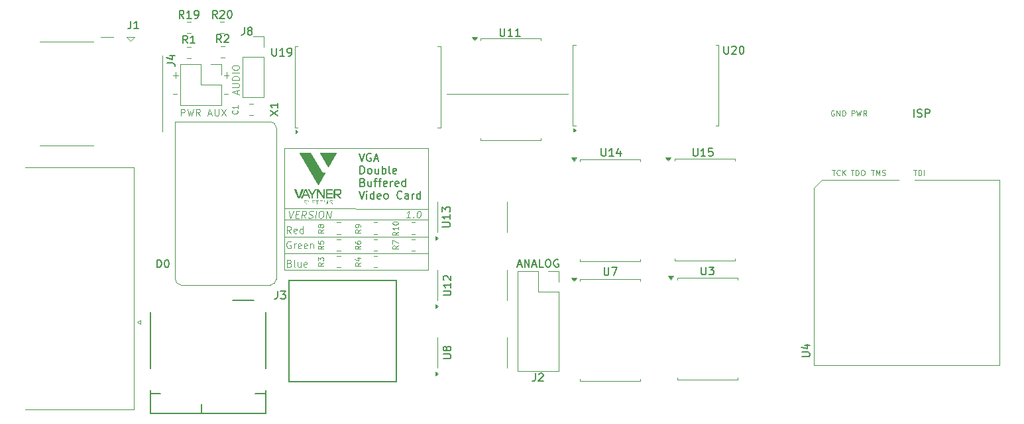
<source format=gbr>
%TF.GenerationSoftware,KiCad,Pcbnew,8.0.8+dfsg-1*%
%TF.CreationDate,2025-07-24T04:48:21-04:00*%
%TF.ProjectId,VGA_SRAM_SHUIELD_DOUBLE_BUFFER,5647415f-5352-4414-9d5f-53485549454c,rev?*%
%TF.SameCoordinates,Original*%
%TF.FileFunction,Legend,Top*%
%TF.FilePolarity,Positive*%
%FSLAX46Y46*%
G04 Gerber Fmt 4.6, Leading zero omitted, Abs format (unit mm)*
G04 Created by KiCad (PCBNEW 8.0.8+dfsg-1) date 2025-07-24 04:48:21*
%MOMM*%
%LPD*%
G01*
G04 APERTURE LIST*
%ADD10C,0.100000*%
%ADD11C,0.000000*%
%ADD12C,0.125000*%
%ADD13C,0.150000*%
%ADD14C,0.120000*%
G04 APERTURE END LIST*
D10*
X60398646Y-158474657D02*
X60586146Y-159374657D01*
X60586146Y-159374657D02*
X60998646Y-158474657D01*
X61245075Y-158903228D02*
X61545075Y-158903228D01*
X61614718Y-159374657D02*
X61186146Y-159374657D01*
X61186146Y-159374657D02*
X61298646Y-158474657D01*
X61298646Y-158474657D02*
X61727218Y-158474657D01*
X62514718Y-159374657D02*
X62268289Y-158946085D01*
X62000432Y-159374657D02*
X62112932Y-158474657D01*
X62112932Y-158474657D02*
X62455789Y-158474657D01*
X62455789Y-158474657D02*
X62536146Y-158517514D01*
X62536146Y-158517514D02*
X62573646Y-158560371D01*
X62573646Y-158560371D02*
X62605789Y-158646085D01*
X62605789Y-158646085D02*
X62589718Y-158774657D01*
X62589718Y-158774657D02*
X62536146Y-158860371D01*
X62536146Y-158860371D02*
X62487932Y-158903228D01*
X62487932Y-158903228D02*
X62396861Y-158946085D01*
X62396861Y-158946085D02*
X62054004Y-158946085D01*
X62862932Y-159331800D02*
X62986146Y-159374657D01*
X62986146Y-159374657D02*
X63200432Y-159374657D01*
X63200432Y-159374657D02*
X63291504Y-159331800D01*
X63291504Y-159331800D02*
X63339718Y-159288942D01*
X63339718Y-159288942D02*
X63393289Y-159203228D01*
X63393289Y-159203228D02*
X63404004Y-159117514D01*
X63404004Y-159117514D02*
X63371861Y-159031800D01*
X63371861Y-159031800D02*
X63334361Y-158988942D01*
X63334361Y-158988942D02*
X63254004Y-158946085D01*
X63254004Y-158946085D02*
X63087932Y-158903228D01*
X63087932Y-158903228D02*
X63007575Y-158860371D01*
X63007575Y-158860371D02*
X62970075Y-158817514D01*
X62970075Y-158817514D02*
X62937932Y-158731800D01*
X62937932Y-158731800D02*
X62948646Y-158646085D01*
X62948646Y-158646085D02*
X63002218Y-158560371D01*
X63002218Y-158560371D02*
X63050432Y-158517514D01*
X63050432Y-158517514D02*
X63141504Y-158474657D01*
X63141504Y-158474657D02*
X63355789Y-158474657D01*
X63355789Y-158474657D02*
X63479004Y-158517514D01*
X63757575Y-159374657D02*
X63870075Y-158474657D01*
X64470075Y-158474657D02*
X64641503Y-158474657D01*
X64641503Y-158474657D02*
X64721860Y-158517514D01*
X64721860Y-158517514D02*
X64796860Y-158603228D01*
X64796860Y-158603228D02*
X64818289Y-158774657D01*
X64818289Y-158774657D02*
X64780789Y-159074657D01*
X64780789Y-159074657D02*
X64716503Y-159246085D01*
X64716503Y-159246085D02*
X64620075Y-159331800D01*
X64620075Y-159331800D02*
X64529003Y-159374657D01*
X64529003Y-159374657D02*
X64357575Y-159374657D01*
X64357575Y-159374657D02*
X64277218Y-159331800D01*
X64277218Y-159331800D02*
X64202218Y-159246085D01*
X64202218Y-159246085D02*
X64180789Y-159074657D01*
X64180789Y-159074657D02*
X64218289Y-158774657D01*
X64218289Y-158774657D02*
X64282575Y-158603228D01*
X64282575Y-158603228D02*
X64379003Y-158517514D01*
X64379003Y-158517514D02*
X64470075Y-158474657D01*
X65129003Y-159374657D02*
X65241503Y-158474657D01*
X65241503Y-158474657D02*
X65643289Y-159374657D01*
X65643289Y-159374657D02*
X65755789Y-158474657D01*
X59790000Y-158180000D02*
X78110000Y-158190000D01*
X59792000Y-150450000D02*
X78150000Y-150450000D01*
X78150000Y-159610000D01*
X59792000Y-159610000D01*
X59792000Y-150450000D01*
X80500000Y-143500000D02*
X96000000Y-143500000D01*
X52700000Y-141100000D02*
X52400000Y-141100000D01*
X52100000Y-141100000D02*
X52700000Y-141100000D01*
D11*
G36*
X66770315Y-155675599D02*
G01*
X66791773Y-155676060D01*
X66812490Y-155677444D01*
X66832463Y-155679748D01*
X66851687Y-155682971D01*
X66870160Y-155687111D01*
X66887878Y-155692167D01*
X66896453Y-155695037D01*
X66904838Y-155698135D01*
X66913032Y-155701462D01*
X66921036Y-155705016D01*
X66928848Y-155708797D01*
X66936469Y-155712806D01*
X66943897Y-155717042D01*
X66951133Y-155721505D01*
X66958176Y-155726195D01*
X66965026Y-155731110D01*
X66971682Y-155736253D01*
X66978143Y-155741621D01*
X66984410Y-155747214D01*
X66990482Y-155753034D01*
X66996359Y-155759079D01*
X67002039Y-155765348D01*
X67007523Y-155771843D01*
X67012810Y-155778563D01*
X67017900Y-155785506D01*
X67022793Y-155792675D01*
X67031753Y-155807249D01*
X67039744Y-155822312D01*
X67046820Y-155837813D01*
X67053034Y-155853701D01*
X67058441Y-155869923D01*
X67063095Y-155886427D01*
X67067050Y-155903163D01*
X67070359Y-155920079D01*
X67073076Y-155937122D01*
X67075257Y-155954241D01*
X67076953Y-155971386D01*
X67078221Y-155988503D01*
X67079682Y-156022449D01*
X67080074Y-156055668D01*
X67079681Y-156088236D01*
X67078220Y-156121021D01*
X67076956Y-156137436D01*
X67075267Y-156153833D01*
X67073099Y-156170190D01*
X67070400Y-156186480D01*
X67067116Y-156202682D01*
X67063195Y-156218770D01*
X67058583Y-156234722D01*
X67053229Y-156250513D01*
X67047078Y-156266118D01*
X67040079Y-156281515D01*
X67032177Y-156296679D01*
X67023321Y-156311586D01*
X67013709Y-156325639D01*
X67003269Y-156338868D01*
X66992024Y-156351262D01*
X66979996Y-156362810D01*
X66967208Y-156373499D01*
X66953684Y-156383318D01*
X66939446Y-156392257D01*
X66924517Y-156400303D01*
X66908919Y-156407446D01*
X66892676Y-156413673D01*
X66875811Y-156418974D01*
X66858346Y-156423336D01*
X66840305Y-156426749D01*
X66821709Y-156429201D01*
X66802583Y-156430681D01*
X66782949Y-156431177D01*
X66674074Y-156431177D01*
X67088079Y-156780690D01*
X67091102Y-156783447D01*
X67093872Y-156786398D01*
X67096383Y-156789526D01*
X67098631Y-156792815D01*
X67100612Y-156796248D01*
X67102320Y-156799807D01*
X67103752Y-156803475D01*
X67104902Y-156807237D01*
X67105766Y-156811074D01*
X67106340Y-156814970D01*
X67106618Y-156818908D01*
X67106597Y-156822871D01*
X67106272Y-156826842D01*
X67105637Y-156830804D01*
X67104689Y-156834741D01*
X67103424Y-156838635D01*
X67101869Y-156842411D01*
X67100041Y-156846018D01*
X67097957Y-156849444D01*
X67095629Y-156852679D01*
X67093074Y-156855714D01*
X67090304Y-156858539D01*
X67087336Y-156861142D01*
X67084183Y-156863514D01*
X67080861Y-156865646D01*
X67077383Y-156867526D01*
X67073765Y-156869144D01*
X67070021Y-156870492D01*
X67066166Y-156871557D01*
X67062214Y-156872331D01*
X67058180Y-156872802D01*
X67054079Y-156872962D01*
X66930254Y-156872962D01*
X66927915Y-156872909D01*
X66925589Y-156872752D01*
X66923278Y-156872493D01*
X66920986Y-156872132D01*
X66918716Y-156871672D01*
X66916472Y-156871112D01*
X66914256Y-156870455D01*
X66912072Y-156869702D01*
X66909923Y-156868855D01*
X66907811Y-156867914D01*
X66905741Y-156866881D01*
X66903716Y-156865758D01*
X66901738Y-156864546D01*
X66899811Y-156863245D01*
X66897938Y-156861858D01*
X66896122Y-156860386D01*
X66411806Y-156448301D01*
X66411778Y-156448256D01*
X66411751Y-156448213D01*
X66411723Y-156448173D01*
X66411696Y-156448136D01*
X66411669Y-156448101D01*
X66411642Y-156448068D01*
X66411614Y-156448036D01*
X66411586Y-156448007D01*
X66411558Y-156447978D01*
X66411529Y-156447951D01*
X66411499Y-156447925D01*
X66411468Y-156447900D01*
X66411436Y-156447875D01*
X66411402Y-156447850D01*
X66411367Y-156447826D01*
X66411331Y-156447801D01*
X66407825Y-156444751D01*
X66398821Y-156436844D01*
X66394555Y-156432941D01*
X66390474Y-156429017D01*
X66386599Y-156425027D01*
X66382952Y-156420929D01*
X66379552Y-156416681D01*
X66376422Y-156412240D01*
X66373581Y-156407564D01*
X66371051Y-156402609D01*
X66368854Y-156397333D01*
X66367008Y-156391694D01*
X66366225Y-156388724D01*
X66365537Y-156385648D01*
X66364948Y-156382460D01*
X66364460Y-156379154D01*
X66364076Y-156375725D01*
X66363798Y-156372168D01*
X66363573Y-156364649D01*
X66363573Y-156339699D01*
X66363683Y-156334947D01*
X66364011Y-156330282D01*
X66364553Y-156325707D01*
X66365304Y-156321228D01*
X66366259Y-156316847D01*
X66367415Y-156312569D01*
X66368767Y-156308399D01*
X66370312Y-156304341D01*
X66372043Y-156300399D01*
X66373958Y-156296577D01*
X66376052Y-156292880D01*
X66378321Y-156289311D01*
X66380760Y-156285875D01*
X66383365Y-156282576D01*
X66386131Y-156279418D01*
X66389055Y-156276406D01*
X66392133Y-156273544D01*
X66395358Y-156270836D01*
X66398729Y-156268286D01*
X66402239Y-156265899D01*
X66405886Y-156263678D01*
X66409664Y-156261628D01*
X66413569Y-156259754D01*
X66417597Y-156258058D01*
X66421744Y-156256547D01*
X66426005Y-156255223D01*
X66430376Y-156254091D01*
X66434852Y-156253156D01*
X66439430Y-156252421D01*
X66444105Y-156251891D01*
X66448873Y-156251570D01*
X66453729Y-156251462D01*
X66793849Y-156251462D01*
X66797181Y-156251396D01*
X66800441Y-156251202D01*
X66803629Y-156250887D01*
X66806743Y-156250457D01*
X66809784Y-156249916D01*
X66812751Y-156249273D01*
X66815643Y-156248532D01*
X66818458Y-156247700D01*
X66821198Y-156246783D01*
X66823860Y-156245787D01*
X66826444Y-156244718D01*
X66828950Y-156243582D01*
X66831377Y-156242385D01*
X66833724Y-156241133D01*
X66835990Y-156239832D01*
X66838175Y-156238488D01*
X66840278Y-156237108D01*
X66842298Y-156235698D01*
X66846088Y-156232809D01*
X66849538Y-156229871D01*
X66852645Y-156226933D01*
X66855401Y-156224041D01*
X66857802Y-156221247D01*
X66859842Y-156218597D01*
X66861516Y-156216140D01*
X66864241Y-156210838D01*
X66866787Y-156204876D01*
X66869155Y-156198248D01*
X66871344Y-156190950D01*
X66873355Y-156182978D01*
X66875188Y-156174326D01*
X66876845Y-156164990D01*
X66878325Y-156154965D01*
X66880759Y-156132829D01*
X66882492Y-156107879D01*
X66883529Y-156080079D01*
X66883874Y-156049389D01*
X66883874Y-156045288D01*
X66883830Y-156029184D01*
X66883374Y-156008914D01*
X66882093Y-155985911D01*
X66881015Y-155973832D01*
X66879575Y-155961607D01*
X66877723Y-155949416D01*
X66875408Y-155937437D01*
X66872576Y-155925849D01*
X66869178Y-155914833D01*
X66865161Y-155904566D01*
X66862905Y-155899770D01*
X66860474Y-155895229D01*
X66857863Y-155890964D01*
X66855065Y-155886999D01*
X66852074Y-155883356D01*
X66848884Y-155880057D01*
X66844232Y-155876269D01*
X66841300Y-155874240D01*
X66837933Y-155872163D01*
X66834105Y-155870070D01*
X66829793Y-155867992D01*
X66824971Y-155865962D01*
X66819615Y-155864011D01*
X66813701Y-155862171D01*
X66807205Y-155860473D01*
X66800102Y-155858949D01*
X66792367Y-155857632D01*
X66783977Y-155856552D01*
X66774906Y-155855741D01*
X66765131Y-155855231D01*
X66754627Y-155855054D01*
X66306359Y-155855054D01*
X66303606Y-155855063D01*
X66301138Y-155855091D01*
X66298937Y-155855139D01*
X66296981Y-155855210D01*
X66295251Y-155855306D01*
X66293727Y-155855427D01*
X66293037Y-155855499D01*
X66292390Y-155855577D01*
X66291785Y-155855664D01*
X66291219Y-155855757D01*
X66290690Y-155855859D01*
X66290195Y-155855969D01*
X66289731Y-155856088D01*
X66289297Y-155856215D01*
X66288889Y-155856351D01*
X66288506Y-155856497D01*
X66288144Y-155856651D01*
X66287802Y-155856816D01*
X66287476Y-155856990D01*
X66287164Y-155857174D01*
X66286865Y-155857369D01*
X66286575Y-155857574D01*
X66286291Y-155857790D01*
X66286012Y-155858016D01*
X66285457Y-155858504D01*
X66284487Y-155859403D01*
X66284023Y-155859883D01*
X66283577Y-155860407D01*
X66283150Y-155860990D01*
X66282746Y-155861649D01*
X66282368Y-155862402D01*
X66282018Y-155863263D01*
X66281699Y-155864252D01*
X66281414Y-155865383D01*
X66281165Y-155866673D01*
X66280955Y-155868140D01*
X66280787Y-155869800D01*
X66280664Y-155871669D01*
X66280588Y-155873765D01*
X66280562Y-155876103D01*
X66280562Y-156820527D01*
X66280494Y-156823221D01*
X66280291Y-156825880D01*
X66279956Y-156828500D01*
X66279494Y-156831079D01*
X66278907Y-156833612D01*
X66278198Y-156836097D01*
X66277371Y-156838531D01*
X66276429Y-156840909D01*
X66275376Y-156843230D01*
X66274215Y-156845488D01*
X66272948Y-156847682D01*
X66271580Y-156849808D01*
X66270114Y-156851862D01*
X66268553Y-156853841D01*
X66266900Y-156855742D01*
X66265159Y-156857562D01*
X66263332Y-156859297D01*
X66261424Y-156860944D01*
X66259438Y-156862500D01*
X66257376Y-156863961D01*
X66255242Y-156865325D01*
X66253040Y-156866587D01*
X66250773Y-156867744D01*
X66248443Y-156868794D01*
X66246056Y-156869733D01*
X66243612Y-156870557D01*
X66241117Y-156871263D01*
X66238573Y-156871849D01*
X66235984Y-156872310D01*
X66233353Y-156872643D01*
X66230682Y-156872846D01*
X66227977Y-156872914D01*
X66143377Y-156872914D01*
X66140671Y-156872846D01*
X66138001Y-156872643D01*
X66135370Y-156872310D01*
X66132780Y-156871848D01*
X66130237Y-156871263D01*
X66127741Y-156870556D01*
X66125298Y-156869732D01*
X66122910Y-156868793D01*
X66120581Y-156867743D01*
X66118314Y-156866586D01*
X66116112Y-156865323D01*
X66113978Y-156863960D01*
X66111916Y-156862499D01*
X66109930Y-156860943D01*
X66108022Y-156859295D01*
X66106195Y-156857560D01*
X66104454Y-156855740D01*
X66102801Y-156853839D01*
X66101240Y-156851859D01*
X66099774Y-156849805D01*
X66098406Y-156847680D01*
X66097139Y-156845486D01*
X66095978Y-156843227D01*
X66094925Y-156840907D01*
X66093983Y-156838529D01*
X66093156Y-156836095D01*
X66092447Y-156833610D01*
X66091860Y-156831077D01*
X66091398Y-156828499D01*
X66091063Y-156825879D01*
X66090860Y-156823221D01*
X66090792Y-156820527D01*
X66090792Y-155894820D01*
X66090915Y-155876238D01*
X66091207Y-155866426D01*
X66091777Y-155856318D01*
X66092715Y-155845955D01*
X66094116Y-155835374D01*
X66096070Y-155824615D01*
X66098671Y-155813717D01*
X66102011Y-155802720D01*
X66106182Y-155791661D01*
X66111276Y-155780580D01*
X66117386Y-155769517D01*
X66120850Y-155764004D01*
X66124603Y-155758509D01*
X66128657Y-155753039D01*
X66133022Y-155747597D01*
X66137710Y-155742189D01*
X66142733Y-155736820D01*
X66148102Y-155731493D01*
X66153829Y-155726215D01*
X66153877Y-155726195D01*
X66153926Y-155726173D01*
X66153951Y-155726161D01*
X66153976Y-155726148D01*
X66154002Y-155726135D01*
X66154027Y-155726120D01*
X66154053Y-155726105D01*
X66154078Y-155726089D01*
X66154104Y-155726071D01*
X66154129Y-155726053D01*
X66154155Y-155726033D01*
X66154180Y-155726012D01*
X66154205Y-155725989D01*
X66154230Y-155725966D01*
X66163828Y-155718074D01*
X66173513Y-155711038D01*
X66183265Y-155704808D01*
X66193066Y-155699338D01*
X66202899Y-155694579D01*
X66212745Y-155690484D01*
X66222587Y-155687006D01*
X66232405Y-155684096D01*
X66242183Y-155681707D01*
X66251901Y-155679791D01*
X66261542Y-155678301D01*
X66271087Y-155677189D01*
X66280519Y-155676407D01*
X66289819Y-155675907D01*
X66307951Y-155675564D01*
X66770307Y-155675564D01*
X66770315Y-155675599D01*
G37*
G36*
X64690167Y-157180354D02*
G01*
X64401838Y-157180354D01*
X64400319Y-157180387D01*
X64398701Y-157180484D01*
X64397003Y-157180644D01*
X64395243Y-157180865D01*
X64393442Y-157181144D01*
X64391617Y-157181478D01*
X64389787Y-157181866D01*
X64387972Y-157182307D01*
X64386191Y-157182796D01*
X64384461Y-157183333D01*
X64382803Y-157183915D01*
X64381235Y-157184540D01*
X64379776Y-157185206D01*
X64378444Y-157185911D01*
X64377259Y-157186652D01*
X64376240Y-157187428D01*
X64375531Y-157188051D01*
X64374866Y-157188713D01*
X64374244Y-157189411D01*
X64373664Y-157190142D01*
X64373124Y-157190904D01*
X64372622Y-157191693D01*
X64372157Y-157192506D01*
X64371728Y-157193341D01*
X64370972Y-157195065D01*
X64370341Y-157196841D01*
X64369824Y-157198646D01*
X64369411Y-157200456D01*
X64369089Y-157202250D01*
X64368847Y-157204003D01*
X64368674Y-157205692D01*
X64368557Y-157207295D01*
X64368451Y-157210148D01*
X64368435Y-157212378D01*
X64368435Y-157372647D01*
X64683091Y-157372647D01*
X64683091Y-157406779D01*
X64368437Y-157406779D01*
X64368437Y-157584114D01*
X64368463Y-157585226D01*
X64368541Y-157586425D01*
X64368671Y-157587696D01*
X64368856Y-157589025D01*
X64369095Y-157590396D01*
X64369389Y-157591795D01*
X64369740Y-157593207D01*
X64370148Y-157594618D01*
X64370615Y-157596012D01*
X64371140Y-157597376D01*
X64371725Y-157598695D01*
X64372371Y-157599953D01*
X64373078Y-157601136D01*
X64373848Y-157602229D01*
X64374257Y-157602738D01*
X64374682Y-157603219D01*
X64375122Y-157603670D01*
X64375579Y-157604089D01*
X64376083Y-157604497D01*
X64376663Y-157604891D01*
X64378029Y-157605636D01*
X64379645Y-157606325D01*
X64381475Y-157606960D01*
X64383484Y-157607540D01*
X64385639Y-157608067D01*
X64387905Y-157608541D01*
X64390247Y-157608962D01*
X64395023Y-157609649D01*
X64399690Y-157610133D01*
X64403972Y-157610421D01*
X64407594Y-157610515D01*
X64693078Y-157610515D01*
X64693078Y-157644712D01*
X64397608Y-157644701D01*
X64391099Y-157644701D01*
X64384462Y-157644569D01*
X64381116Y-157644390D01*
X64377763Y-157644103D01*
X64374411Y-157643683D01*
X64371068Y-157643104D01*
X64367741Y-157642341D01*
X64364440Y-157641369D01*
X64361173Y-157640164D01*
X64357946Y-157638699D01*
X64356351Y-157637862D01*
X64354769Y-157636951D01*
X64353202Y-157635962D01*
X64351650Y-157634893D01*
X64350115Y-157633741D01*
X64348597Y-157632502D01*
X64347098Y-157631173D01*
X64345618Y-157629751D01*
X64344257Y-157628333D01*
X64342978Y-157626883D01*
X64340651Y-157623893D01*
X64338619Y-157620793D01*
X64336860Y-157617594D01*
X64335356Y-157614308D01*
X64334087Y-157610945D01*
X64333032Y-157607518D01*
X64332172Y-157604037D01*
X64331487Y-157600515D01*
X64330958Y-157596962D01*
X64330565Y-157593390D01*
X64330287Y-157589810D01*
X64330001Y-157582674D01*
X64329941Y-157575644D01*
X64329941Y-157212374D01*
X64329971Y-157209683D01*
X64330061Y-157207078D01*
X64330207Y-157204558D01*
X64330405Y-157202123D01*
X64330653Y-157199772D01*
X64330947Y-157197503D01*
X64331284Y-157195316D01*
X64331660Y-157193210D01*
X64332073Y-157191185D01*
X64332519Y-157189238D01*
X64332995Y-157187370D01*
X64333498Y-157185579D01*
X64334024Y-157183865D01*
X64334571Y-157182227D01*
X64335134Y-157180663D01*
X64335711Y-157179173D01*
X64336893Y-157176413D01*
X64338091Y-157173937D01*
X64339280Y-157171740D01*
X64340432Y-157169813D01*
X64341522Y-157168152D01*
X64342524Y-157166747D01*
X64343412Y-157165592D01*
X64344161Y-157164681D01*
X64345512Y-157163130D01*
X64346888Y-157161667D01*
X64348286Y-157160291D01*
X64349707Y-157158997D01*
X64352615Y-157156649D01*
X64355605Y-157154604D01*
X64358673Y-157152841D01*
X64361814Y-157151338D01*
X64365024Y-157150076D01*
X64368296Y-157149035D01*
X64371626Y-157148192D01*
X64375010Y-157147529D01*
X64378442Y-157147024D01*
X64381917Y-157146657D01*
X64385430Y-157146407D01*
X64388977Y-157146254D01*
X64396151Y-157146157D01*
X64690167Y-157146157D01*
X64690167Y-157180354D01*
G37*
G36*
X65366493Y-157140542D02*
G01*
X65369071Y-157140715D01*
X65371587Y-157140999D01*
X65374040Y-157141393D01*
X65376429Y-157141894D01*
X65378752Y-157142500D01*
X65381007Y-157143209D01*
X65383193Y-157144018D01*
X65385308Y-157144925D01*
X65387351Y-157145928D01*
X65389321Y-157147024D01*
X65391214Y-157148210D01*
X65393031Y-157149486D01*
X65394769Y-157150848D01*
X65396427Y-157152293D01*
X65398003Y-157153821D01*
X65399496Y-157155427D01*
X65400904Y-157157111D01*
X65402225Y-157158869D01*
X65403459Y-157160699D01*
X65404602Y-157162600D01*
X65405655Y-157164568D01*
X65406615Y-157166601D01*
X65407480Y-157168697D01*
X65408250Y-157170853D01*
X65408922Y-157173068D01*
X65409495Y-157175339D01*
X65409967Y-157177663D01*
X65410337Y-157180039D01*
X65410604Y-157182463D01*
X65410765Y-157184934D01*
X65410819Y-157187449D01*
X65410819Y-157644712D01*
X65372388Y-157644712D01*
X65372388Y-157187449D01*
X65372369Y-157186535D01*
X65372315Y-157185661D01*
X65372226Y-157184828D01*
X65372105Y-157184034D01*
X65371953Y-157183279D01*
X65371772Y-157182561D01*
X65371564Y-157181881D01*
X65371330Y-157181237D01*
X65371072Y-157180628D01*
X65370791Y-157180054D01*
X65370490Y-157179514D01*
X65370170Y-157179007D01*
X65369833Y-157178533D01*
X65369480Y-157178090D01*
X65369113Y-157177678D01*
X65368734Y-157177296D01*
X65368345Y-157176943D01*
X65367947Y-157176618D01*
X65367541Y-157176322D01*
X65367131Y-157176052D01*
X65366717Y-157175808D01*
X65366300Y-157175589D01*
X65365884Y-157175395D01*
X65365469Y-157175225D01*
X65364649Y-157174953D01*
X65363856Y-157174766D01*
X65363102Y-157174658D01*
X65362401Y-157174624D01*
X65361996Y-157174649D01*
X65361575Y-157174721D01*
X65361141Y-157174839D01*
X65360693Y-157175001D01*
X65360235Y-157175205D01*
X65359766Y-157175448D01*
X65358806Y-157176045D01*
X65357824Y-157176775D01*
X65356832Y-157177622D01*
X65355842Y-157178569D01*
X65354864Y-157179599D01*
X65353912Y-157180696D01*
X65352995Y-157181844D01*
X65352127Y-157183024D01*
X65351318Y-157184222D01*
X65350580Y-157185420D01*
X65349925Y-157186601D01*
X65349364Y-157187750D01*
X65348908Y-157188849D01*
X65179443Y-157596239D01*
X65177042Y-157601906D01*
X65174637Y-157607380D01*
X65172208Y-157612638D01*
X65169733Y-157617654D01*
X65167192Y-157622407D01*
X65164564Y-157626870D01*
X65161828Y-157631022D01*
X65160413Y-157632973D01*
X65158963Y-157634838D01*
X65157476Y-157636612D01*
X65155949Y-157638294D01*
X65154379Y-157639880D01*
X65152764Y-157641366D01*
X65151101Y-157642751D01*
X65149388Y-157644031D01*
X65147621Y-157645204D01*
X65145799Y-157646265D01*
X65143919Y-157647213D01*
X65141978Y-157648044D01*
X65139974Y-157648756D01*
X65137903Y-157649344D01*
X65135764Y-157649807D01*
X65133554Y-157650142D01*
X65131269Y-157650345D01*
X65128909Y-157650413D01*
X65126548Y-157650345D01*
X65124264Y-157650141D01*
X65122053Y-157649806D01*
X65119914Y-157649341D01*
X65117843Y-157648751D01*
X65115839Y-157648038D01*
X65113898Y-157647205D01*
X65112018Y-157646255D01*
X65110196Y-157645191D01*
X65108429Y-157644016D01*
X65106716Y-157642734D01*
X65105053Y-157641347D01*
X65101868Y-157638270D01*
X65098854Y-157634810D01*
X65095989Y-157630991D01*
X65093253Y-157626838D01*
X65090625Y-157622374D01*
X65088084Y-157617623D01*
X65085609Y-157612610D01*
X65083179Y-157607359D01*
X65078374Y-157596239D01*
X64908909Y-157188849D01*
X64908444Y-157187750D01*
X64907876Y-157186601D01*
X64907216Y-157185420D01*
X64906474Y-157184222D01*
X64905663Y-157183024D01*
X64904793Y-157181844D01*
X64903876Y-157180696D01*
X64902923Y-157179599D01*
X64901945Y-157178569D01*
X64900954Y-157177622D01*
X64899960Y-157176775D01*
X64899466Y-157176395D01*
X64898975Y-157176045D01*
X64898489Y-157175729D01*
X64898010Y-157175448D01*
X64897539Y-157175205D01*
X64897077Y-157175001D01*
X64896626Y-157174839D01*
X64896186Y-157174721D01*
X64895760Y-157174649D01*
X64895349Y-157174624D01*
X64894649Y-157174658D01*
X64893896Y-157174765D01*
X64893103Y-157174951D01*
X64892283Y-157175222D01*
X64891452Y-157175584D01*
X64890621Y-157176045D01*
X64889805Y-157176610D01*
X64889407Y-157176934D01*
X64889018Y-157177286D01*
X64888639Y-157177668D01*
X64888272Y-157178080D01*
X64887919Y-157178522D01*
X64887582Y-157178996D01*
X64887261Y-157179503D01*
X64886960Y-157180043D01*
X64886679Y-157180617D01*
X64886421Y-157181226D01*
X64886187Y-157181871D01*
X64885978Y-157182552D01*
X64885797Y-157183270D01*
X64885645Y-157184027D01*
X64885524Y-157184822D01*
X64885436Y-157185657D01*
X64885381Y-157186532D01*
X64885363Y-157187449D01*
X64885363Y-157644712D01*
X64846995Y-157644712D01*
X64846995Y-157187449D01*
X64847049Y-157184940D01*
X64847209Y-157182474D01*
X64847474Y-157180054D01*
X64847843Y-157177682D01*
X64848314Y-157175361D01*
X64848886Y-157173093D01*
X64849556Y-157170880D01*
X64850324Y-157168725D01*
X64851187Y-157166630D01*
X64852145Y-157164597D01*
X64853195Y-157162629D01*
X64854337Y-157160729D01*
X64855568Y-157158898D01*
X64856888Y-157157139D01*
X64858294Y-157155454D01*
X64859785Y-157153846D01*
X64861360Y-157152317D01*
X64863016Y-157150869D01*
X64864754Y-157149506D01*
X64866570Y-157148228D01*
X64868463Y-157147039D01*
X64870432Y-157145941D01*
X64872476Y-157144936D01*
X64874592Y-157144027D01*
X64876780Y-157143216D01*
X64879037Y-157142506D01*
X64881362Y-157141898D01*
X64883754Y-157141395D01*
X64886211Y-157141000D01*
X64888732Y-157140715D01*
X64891314Y-157140542D01*
X64893957Y-157140484D01*
X64896578Y-157140538D01*
X64899111Y-157140700D01*
X64901558Y-157140967D01*
X64903922Y-157141340D01*
X64906206Y-157141816D01*
X64908412Y-157142396D01*
X64910545Y-157143076D01*
X64912606Y-157143857D01*
X64914598Y-157144737D01*
X64916525Y-157145715D01*
X64918389Y-157146790D01*
X64920193Y-157147960D01*
X64921939Y-157149225D01*
X64923631Y-157150583D01*
X64925272Y-157152033D01*
X64926864Y-157153574D01*
X64929915Y-157156923D01*
X64932805Y-157160623D01*
X64935558Y-157164662D01*
X64938196Y-157169032D01*
X64940743Y-157173724D01*
X64943222Y-157178727D01*
X64945655Y-157184032D01*
X64948065Y-157189631D01*
X65116801Y-157595565D01*
X65117636Y-157597889D01*
X65118582Y-157600440D01*
X65119109Y-157601748D01*
X65119679Y-157603051D01*
X65120298Y-157604328D01*
X65120970Y-157605558D01*
X65121328Y-157606150D01*
X65121701Y-157606721D01*
X65122090Y-157607271D01*
X65122496Y-157607796D01*
X65122919Y-157608294D01*
X65123361Y-157608762D01*
X65123820Y-157609198D01*
X65124300Y-157609599D01*
X65124799Y-157609963D01*
X65125319Y-157610286D01*
X65125860Y-157610567D01*
X65126423Y-157610802D01*
X65127008Y-157610990D01*
X65127617Y-157611127D01*
X65128250Y-157611211D01*
X65128907Y-157611240D01*
X65129564Y-157611211D01*
X65130197Y-157611127D01*
X65130806Y-157610990D01*
X65131392Y-157610802D01*
X65131955Y-157610567D01*
X65132496Y-157610286D01*
X65133015Y-157609963D01*
X65133515Y-157609599D01*
X65133994Y-157609199D01*
X65134453Y-157608763D01*
X65134894Y-157608295D01*
X65135318Y-157607797D01*
X65136112Y-157606722D01*
X65136843Y-157605559D01*
X65137515Y-157604329D01*
X65138133Y-157603052D01*
X65138703Y-157601749D01*
X65139230Y-157600441D01*
X65141013Y-157595565D01*
X65309749Y-157189631D01*
X65312159Y-157184033D01*
X65314592Y-157178727D01*
X65317070Y-157173724D01*
X65319617Y-157169033D01*
X65322256Y-157164663D01*
X65325009Y-157160624D01*
X65327899Y-157156924D01*
X65329402Y-157155205D01*
X65330949Y-157153574D01*
X65332541Y-157152033D01*
X65334182Y-157150583D01*
X65335874Y-157149225D01*
X65337621Y-157147960D01*
X65339425Y-157146790D01*
X65341288Y-157145715D01*
X65343215Y-157144737D01*
X65345207Y-157143857D01*
X65347268Y-157143076D01*
X65349401Y-157142396D01*
X65351608Y-157141817D01*
X65353892Y-157141340D01*
X65356256Y-157140967D01*
X65358702Y-157140700D01*
X65361235Y-157140538D01*
X65363856Y-157140484D01*
X65366493Y-157140542D01*
G37*
G36*
X63843043Y-155675629D02*
G01*
X63845714Y-155675831D01*
X63848345Y-155676163D01*
X63850934Y-155676623D01*
X63853478Y-155677207D01*
X63855974Y-155677912D01*
X63858417Y-155678734D01*
X63860806Y-155679670D01*
X63863135Y-155680717D01*
X63865403Y-155681872D01*
X63867606Y-155683131D01*
X63869740Y-155684490D01*
X63871803Y-155685948D01*
X63873791Y-155687500D01*
X63875700Y-155689143D01*
X63877528Y-155690874D01*
X63879271Y-155692689D01*
X63880926Y-155694585D01*
X63882489Y-155696560D01*
X63883958Y-155698609D01*
X63885328Y-155700729D01*
X63886597Y-155702917D01*
X63887762Y-155705170D01*
X63888819Y-155707484D01*
X63889764Y-155709857D01*
X63890595Y-155712284D01*
X63891308Y-155714763D01*
X63891900Y-155717290D01*
X63892367Y-155719863D01*
X63892707Y-155722476D01*
X63892915Y-155725128D01*
X63892990Y-155727816D01*
X63892954Y-155729793D01*
X63892846Y-155731751D01*
X63892667Y-155733689D01*
X63892420Y-155735606D01*
X63892104Y-155737500D01*
X63891721Y-155739370D01*
X63891272Y-155741215D01*
X63890758Y-155743033D01*
X63890181Y-155744823D01*
X63889541Y-155746584D01*
X63888840Y-155748314D01*
X63888079Y-155750011D01*
X63887259Y-155751676D01*
X63886382Y-155753306D01*
X63885447Y-155754900D01*
X63884457Y-155756456D01*
X63438439Y-156476384D01*
X63438439Y-156820537D01*
X63438371Y-156823231D01*
X63438168Y-156825889D01*
X63437833Y-156828510D01*
X63437371Y-156831088D01*
X63436783Y-156833622D01*
X63436075Y-156836107D01*
X63435248Y-156838540D01*
X63434306Y-156840919D01*
X63433253Y-156843239D01*
X63432092Y-156845498D01*
X63430825Y-156847692D01*
X63429457Y-156849817D01*
X63427991Y-156851871D01*
X63426430Y-156853851D01*
X63424777Y-156855752D01*
X63423036Y-156857572D01*
X63421210Y-156859307D01*
X63419301Y-156860954D01*
X63417315Y-156862510D01*
X63415253Y-156863971D01*
X63413120Y-156865334D01*
X63410917Y-156866596D01*
X63408650Y-156867754D01*
X63406321Y-156868804D01*
X63403933Y-156869742D01*
X63401490Y-156870566D01*
X63398995Y-156871273D01*
X63396451Y-156871858D01*
X63393861Y-156872319D01*
X63391230Y-156872653D01*
X63388560Y-156872855D01*
X63385854Y-156872923D01*
X63301188Y-156872923D01*
X63298482Y-156872855D01*
X63295812Y-156872653D01*
X63293181Y-156872319D01*
X63290592Y-156871858D01*
X63288048Y-156871273D01*
X63285552Y-156870566D01*
X63283109Y-156869742D01*
X63280721Y-156868803D01*
X63278392Y-156867753D01*
X63276125Y-156866596D01*
X63273922Y-156865333D01*
X63271789Y-156863970D01*
X63269727Y-156862509D01*
X63267741Y-156860953D01*
X63265833Y-156859305D01*
X63264006Y-156857570D01*
X63262265Y-156855750D01*
X63260612Y-156853849D01*
X63259051Y-156851870D01*
X63257585Y-156849816D01*
X63256217Y-156847690D01*
X63254950Y-156845496D01*
X63253789Y-156843238D01*
X63252736Y-156840917D01*
X63251794Y-156838539D01*
X63250967Y-156836106D01*
X63250259Y-156833621D01*
X63249671Y-156831087D01*
X63249209Y-156828509D01*
X63248874Y-156825889D01*
X63248671Y-156823230D01*
X63248603Y-156820537D01*
X63248603Y-156476384D01*
X62801857Y-155755331D01*
X62800083Y-155752259D01*
X62798534Y-155749102D01*
X62797210Y-155745871D01*
X62796113Y-155742579D01*
X62795241Y-155739235D01*
X62794596Y-155735852D01*
X62794177Y-155732441D01*
X62793986Y-155729013D01*
X62794021Y-155725580D01*
X62794285Y-155722152D01*
X62794775Y-155718742D01*
X62795494Y-155715361D01*
X62796442Y-155712020D01*
X62797618Y-155708730D01*
X62799023Y-155705502D01*
X62800657Y-155702349D01*
X62802489Y-155699323D01*
X62804507Y-155696450D01*
X62806700Y-155693736D01*
X62809058Y-155691187D01*
X62811570Y-155688809D01*
X62814228Y-155686607D01*
X62817021Y-155684587D01*
X62819939Y-155682755D01*
X62822971Y-155681116D01*
X62826108Y-155679678D01*
X62829339Y-155678444D01*
X62832655Y-155677422D01*
X62836045Y-155676617D01*
X62839500Y-155676035D01*
X62843009Y-155675682D01*
X62846562Y-155675562D01*
X62940621Y-155675562D01*
X62942335Y-155675590D01*
X62944040Y-155675673D01*
X62945734Y-155675810D01*
X62947418Y-155676002D01*
X62949089Y-155676246D01*
X62950747Y-155676543D01*
X62952391Y-155676892D01*
X62954019Y-155677293D01*
X62957223Y-155678244D01*
X62960351Y-155679394D01*
X62963394Y-155680736D01*
X62966343Y-155682265D01*
X62969189Y-155683977D01*
X62971923Y-155685865D01*
X62974536Y-155687926D01*
X62975794Y-155689019D01*
X62977018Y-155690153D01*
X62978208Y-155691328D01*
X62979362Y-155692543D01*
X62980479Y-155693796D01*
X62981557Y-155695089D01*
X62982597Y-155696419D01*
X62983596Y-155697786D01*
X62984553Y-155699191D01*
X62985468Y-155700631D01*
X63343447Y-156284630D01*
X63701426Y-155700633D01*
X63703298Y-155697790D01*
X63705336Y-155695093D01*
X63707532Y-155692547D01*
X63709875Y-155690158D01*
X63712358Y-155687931D01*
X63714970Y-155685870D01*
X63717704Y-155683982D01*
X63720550Y-155682270D01*
X63723499Y-155680740D01*
X63726542Y-155679398D01*
X63729671Y-155678248D01*
X63732875Y-155677296D01*
X63736146Y-155676546D01*
X63739476Y-155676004D01*
X63742854Y-155675675D01*
X63746273Y-155675564D01*
X63840331Y-155675564D01*
X63840338Y-155675560D01*
X63843043Y-155675629D01*
G37*
D10*
X45600000Y-141100000D02*
X46200000Y-141100000D01*
X59792000Y-163894000D02*
X78150000Y-163894000D01*
X78150000Y-166026000D01*
X59792000Y-166026000D01*
X59792000Y-163894000D01*
X59792000Y-159610000D02*
X78150000Y-159610000D01*
X78150000Y-161762000D01*
X59792000Y-161762000D01*
X59792000Y-159610000D01*
D11*
G36*
X63129831Y-151035860D02*
G01*
X63131579Y-151035948D01*
X63133316Y-151036093D01*
X63135041Y-151036295D01*
X63136753Y-151036553D01*
X63138451Y-151036866D01*
X63140134Y-151037234D01*
X63141800Y-151037655D01*
X63143448Y-151038130D01*
X63145077Y-151038658D01*
X63146686Y-151039237D01*
X63148273Y-151039867D01*
X63149838Y-151040548D01*
X63151379Y-151041278D01*
X63152894Y-151042057D01*
X63154384Y-151042884D01*
X63155846Y-151043759D01*
X63157279Y-151044681D01*
X63158682Y-151045648D01*
X63160054Y-151046661D01*
X63161394Y-151047719D01*
X63162700Y-151048820D01*
X63163971Y-151049965D01*
X63165207Y-151051152D01*
X63166405Y-151052380D01*
X63167565Y-151053650D01*
X63168685Y-151054961D01*
X63169764Y-151056310D01*
X63170801Y-151057699D01*
X63171795Y-151059126D01*
X63172745Y-151060590D01*
X63173648Y-151062091D01*
X64490206Y-153336699D01*
X64507696Y-153364697D01*
X64526887Y-153391283D01*
X64547687Y-153416402D01*
X64570000Y-153440000D01*
X64593733Y-153462022D01*
X64618790Y-153482415D01*
X64645079Y-153501124D01*
X64672503Y-153518094D01*
X64700969Y-153533271D01*
X64730382Y-153546601D01*
X64760649Y-153558029D01*
X64791674Y-153567502D01*
X64823364Y-153574964D01*
X64855623Y-153580361D01*
X64888358Y-153583639D01*
X64921474Y-153584744D01*
X64928254Y-153584698D01*
X64935046Y-153584560D01*
X64941845Y-153584330D01*
X64948643Y-153584007D01*
X64955436Y-153583589D01*
X64962215Y-153583078D01*
X64968977Y-153582471D01*
X64975713Y-153581769D01*
X64976432Y-153581705D01*
X64977150Y-153581651D01*
X64977869Y-153581608D01*
X64978588Y-153581574D01*
X64979307Y-153581549D01*
X64980026Y-153581532D01*
X64981468Y-153581519D01*
X64984765Y-153581622D01*
X64988029Y-153581929D01*
X64991252Y-153582436D01*
X64994424Y-153583139D01*
X64997538Y-153584033D01*
X65000585Y-153585115D01*
X65003557Y-153586380D01*
X65006445Y-153587825D01*
X65009240Y-153589445D01*
X65011935Y-153591235D01*
X65014521Y-153593193D01*
X65016990Y-153595314D01*
X65019332Y-153597593D01*
X65021540Y-153600027D01*
X65023605Y-153602612D01*
X65025520Y-153605343D01*
X65027434Y-153608508D01*
X65029108Y-153611770D01*
X65030541Y-153615114D01*
X65031732Y-153618528D01*
X65032681Y-153622000D01*
X65033388Y-153625517D01*
X65033852Y-153629065D01*
X65034073Y-153632632D01*
X65034051Y-153636205D01*
X65033784Y-153639771D01*
X65033274Y-153643318D01*
X65032519Y-153646833D01*
X65031519Y-153650302D01*
X65030274Y-153653713D01*
X65028783Y-153657054D01*
X65027045Y-153660311D01*
X64169537Y-155141834D01*
X64167683Y-155144809D01*
X64165652Y-155147631D01*
X64163453Y-155150296D01*
X64161095Y-155152797D01*
X64158588Y-155155130D01*
X64155942Y-155157289D01*
X64153167Y-155159268D01*
X64150271Y-155161062D01*
X64147266Y-155162666D01*
X64144161Y-155164073D01*
X64140964Y-155165279D01*
X64137687Y-155166278D01*
X64134339Y-155167065D01*
X64130929Y-155167633D01*
X64127467Y-155167978D01*
X64123963Y-155168095D01*
X64122206Y-155168066D01*
X64120458Y-155167979D01*
X64118721Y-155167834D01*
X64116996Y-155167634D01*
X64115284Y-155167377D01*
X64113586Y-155167066D01*
X64111903Y-155166700D01*
X64110237Y-155166280D01*
X64108589Y-155165807D01*
X64106960Y-155165282D01*
X64105351Y-155164705D01*
X64103764Y-155164077D01*
X64102199Y-155163399D01*
X64100658Y-155162670D01*
X64099143Y-155161893D01*
X64097653Y-155161068D01*
X64096191Y-155160195D01*
X64094758Y-155159274D01*
X64093355Y-155158308D01*
X64091983Y-155157296D01*
X64090643Y-155156238D01*
X64089337Y-155155137D01*
X64088066Y-155153992D01*
X64086830Y-155152804D01*
X64085632Y-155151573D01*
X64084473Y-155150301D01*
X64083352Y-155148989D01*
X64082273Y-155147635D01*
X64081236Y-155146243D01*
X64080242Y-155144811D01*
X64079292Y-155143342D01*
X64078389Y-155141834D01*
X61747424Y-151114638D01*
X61745773Y-151111546D01*
X61744342Y-151108377D01*
X61743131Y-151105144D01*
X61742141Y-151101856D01*
X61741370Y-151098525D01*
X61740820Y-151095161D01*
X61740490Y-151091775D01*
X61740380Y-151088379D01*
X61740490Y-151084983D01*
X61740820Y-151081597D01*
X61741370Y-151078233D01*
X61742141Y-151074902D01*
X61743131Y-151071614D01*
X61744342Y-151068381D01*
X61745773Y-151065212D01*
X61747424Y-151062120D01*
X61749277Y-151059154D01*
X61751309Y-151056339D01*
X61753508Y-151053679D01*
X61755866Y-151051180D01*
X61758373Y-151048849D01*
X61761018Y-151046690D01*
X61763794Y-151044709D01*
X61766689Y-151042913D01*
X61769694Y-151041307D01*
X61772799Y-151039896D01*
X61775996Y-151038686D01*
X61779273Y-151037684D01*
X61782621Y-151036894D01*
X61786032Y-151036323D01*
X61789494Y-151035976D01*
X61792998Y-151035860D01*
X63128075Y-151035831D01*
X63129831Y-151035860D01*
G37*
D10*
X46200000Y-141100000D02*
X45900000Y-141100000D01*
X45900000Y-140700000D02*
X45900000Y-141500000D01*
D11*
G36*
X61244635Y-155675603D02*
G01*
X61246653Y-155675718D01*
X61248655Y-155675909D01*
X61250638Y-155676175D01*
X61252602Y-155676513D01*
X61254543Y-155676924D01*
X61256461Y-155677405D01*
X61258354Y-155677956D01*
X61260219Y-155678576D01*
X61262056Y-155679263D01*
X61263862Y-155680017D01*
X61265636Y-155680836D01*
X61267376Y-155681718D01*
X61269081Y-155682663D01*
X61270748Y-155683670D01*
X61272375Y-155684738D01*
X61273962Y-155685865D01*
X61275507Y-155687050D01*
X61277006Y-155688292D01*
X61278460Y-155689589D01*
X61279866Y-155690942D01*
X61281223Y-155692348D01*
X61282528Y-155693806D01*
X61283780Y-155695316D01*
X61284978Y-155696876D01*
X61286119Y-155698485D01*
X61287201Y-155700141D01*
X61288224Y-155701844D01*
X61289185Y-155703592D01*
X61290083Y-155705385D01*
X61290916Y-155707221D01*
X61291681Y-155709099D01*
X61654886Y-156648628D01*
X62018025Y-155709099D01*
X62019623Y-155705388D01*
X62021482Y-155701848D01*
X62023587Y-155698490D01*
X62025926Y-155695323D01*
X62028483Y-155692355D01*
X62031245Y-155689596D01*
X62034199Y-155687056D01*
X62037330Y-155684744D01*
X62040625Y-155682668D01*
X62044069Y-155680840D01*
X62047650Y-155679267D01*
X62051352Y-155677959D01*
X62055162Y-155676925D01*
X62059067Y-155676175D01*
X62063052Y-155675719D01*
X62067104Y-155675564D01*
X62162685Y-155675564D01*
X62165944Y-155675664D01*
X62169167Y-155675962D01*
X62172346Y-155676452D01*
X62175475Y-155677132D01*
X62178544Y-155677997D01*
X62181545Y-155679042D01*
X62184472Y-155680263D01*
X62187316Y-155681657D01*
X62190069Y-155683220D01*
X62192724Y-155684946D01*
X62195272Y-155686832D01*
X62197706Y-155688873D01*
X62200018Y-155691067D01*
X62202200Y-155693407D01*
X62204244Y-155695891D01*
X62206142Y-155698514D01*
X62207886Y-155701250D01*
X62209447Y-155704070D01*
X62210822Y-155706964D01*
X62212012Y-155709925D01*
X62213015Y-155712942D01*
X62213831Y-155716006D01*
X62214459Y-155719109D01*
X62214898Y-155722241D01*
X62215147Y-155725394D01*
X62215205Y-155728557D01*
X62215072Y-155731723D01*
X62214746Y-155734881D01*
X62214227Y-155738023D01*
X62213513Y-155741140D01*
X62212605Y-155744222D01*
X62211500Y-155747261D01*
X61799347Y-156780519D01*
X61795435Y-156789699D01*
X61790818Y-156798972D01*
X61785501Y-156808241D01*
X61779490Y-156817414D01*
X61772789Y-156826395D01*
X61765402Y-156835090D01*
X61757334Y-156843405D01*
X61748589Y-156851245D01*
X61739172Y-156858516D01*
X61729088Y-156865124D01*
X61723797Y-156868150D01*
X61718341Y-156870975D01*
X61712720Y-156873586D01*
X61706935Y-156875973D01*
X61700987Y-156878123D01*
X61694876Y-156880025D01*
X61688602Y-156881666D01*
X61682167Y-156883036D01*
X61675571Y-156884121D01*
X61668814Y-156884911D01*
X61661897Y-156885394D01*
X61654820Y-156885558D01*
X61649614Y-156885448D01*
X61643197Y-156885041D01*
X61635721Y-156884213D01*
X61627335Y-156882847D01*
X61618190Y-156880820D01*
X61608434Y-156878013D01*
X61598217Y-156874305D01*
X61587691Y-156869575D01*
X61582358Y-156866790D01*
X61577004Y-156863704D01*
X61571647Y-156860303D01*
X61566306Y-156856571D01*
X61561000Y-156852493D01*
X61555748Y-156848055D01*
X61550568Y-156843240D01*
X61545479Y-156838035D01*
X61540500Y-156832424D01*
X61535649Y-156826393D01*
X61530945Y-156819925D01*
X61526408Y-156813006D01*
X61522055Y-156805621D01*
X61517906Y-156797755D01*
X61513979Y-156789392D01*
X61510293Y-156780519D01*
X61098140Y-155747261D01*
X61097036Y-155744212D01*
X61096127Y-155741122D01*
X61095414Y-155737999D01*
X61094894Y-155734854D01*
X61094568Y-155731694D01*
X61094435Y-155728529D01*
X61094493Y-155725367D01*
X61094742Y-155722217D01*
X61095181Y-155719088D01*
X61095809Y-155715989D01*
X61096625Y-155712928D01*
X61097628Y-155709915D01*
X61098818Y-155706958D01*
X61100194Y-155704066D01*
X61101754Y-155701249D01*
X61103498Y-155698514D01*
X61105409Y-155695891D01*
X61107465Y-155693408D01*
X61109659Y-155691067D01*
X61111982Y-155688874D01*
X61114427Y-155686833D01*
X61116984Y-155684947D01*
X61119647Y-155683220D01*
X61122407Y-155681658D01*
X61125257Y-155680264D01*
X61128187Y-155679042D01*
X61131190Y-155677997D01*
X61134259Y-155677132D01*
X61137384Y-155676453D01*
X61140558Y-155675962D01*
X61143773Y-155675664D01*
X61147021Y-155675564D01*
X61242602Y-155675564D01*
X61244635Y-155675603D01*
G37*
G36*
X64218947Y-157180373D02*
G01*
X64010324Y-157180373D01*
X64010324Y-157644712D01*
X63971960Y-157644712D01*
X63971960Y-157180373D01*
X63763338Y-157180373D01*
X63763338Y-157146176D01*
X64218947Y-157146176D01*
X64218947Y-157180373D01*
G37*
G36*
X63671398Y-157180304D02*
G01*
X63414424Y-157180304D01*
X63411041Y-157180379D01*
X63407578Y-157180605D01*
X63404056Y-157180982D01*
X63400496Y-157181509D01*
X63396919Y-157182186D01*
X63393346Y-157183014D01*
X63389798Y-157183992D01*
X63386296Y-157185120D01*
X63382860Y-157186399D01*
X63379512Y-157187828D01*
X63376272Y-157189407D01*
X63373162Y-157191136D01*
X63370202Y-157193016D01*
X63367413Y-157195046D01*
X63364817Y-157197225D01*
X63362434Y-157199555D01*
X63361075Y-157201119D01*
X63359802Y-157202734D01*
X63358611Y-157204396D01*
X63357499Y-157206102D01*
X63355503Y-157209635D01*
X63353791Y-157213305D01*
X63352342Y-157217088D01*
X63351134Y-157220957D01*
X63350145Y-157224886D01*
X63349353Y-157228849D01*
X63348736Y-157232821D01*
X63348272Y-157236776D01*
X63347940Y-157240687D01*
X63347718Y-157244529D01*
X63347513Y-157251901D01*
X63347484Y-157258686D01*
X63347528Y-157264542D01*
X63347699Y-157270365D01*
X63348061Y-157276135D01*
X63348674Y-157281834D01*
X63349599Y-157287443D01*
X63350198Y-157290208D01*
X63350899Y-157292943D01*
X63351708Y-157295645D01*
X63352634Y-157298314D01*
X63353685Y-157300945D01*
X63354867Y-157303537D01*
X63356190Y-157306088D01*
X63357659Y-157308594D01*
X63359284Y-157311054D01*
X63361071Y-157313466D01*
X63363029Y-157315826D01*
X63365166Y-157318132D01*
X63367488Y-157320383D01*
X63370003Y-157322576D01*
X63372720Y-157324707D01*
X63375646Y-157326776D01*
X63378788Y-157328779D01*
X63382155Y-157330714D01*
X63385754Y-157332580D01*
X63389592Y-157334372D01*
X63393678Y-157336090D01*
X63398019Y-157337730D01*
X63591626Y-157406125D01*
X63602631Y-157410121D01*
X63613187Y-157414127D01*
X63623245Y-157418230D01*
X63628070Y-157420345D01*
X63632752Y-157422515D01*
X63637283Y-157424752D01*
X63641658Y-157427066D01*
X63645869Y-157429468D01*
X63649910Y-157431968D01*
X63653776Y-157434578D01*
X63657460Y-157437307D01*
X63660954Y-157440167D01*
X63664253Y-157443167D01*
X63668707Y-157447667D01*
X63672729Y-157452345D01*
X63676339Y-157457179D01*
X63679558Y-157462145D01*
X63682406Y-157467221D01*
X63684901Y-157472383D01*
X63687065Y-157477609D01*
X63688917Y-157482874D01*
X63690476Y-157488156D01*
X63691763Y-157493432D01*
X63692798Y-157498679D01*
X63693600Y-157503873D01*
X63694189Y-157508992D01*
X63694585Y-157514013D01*
X63694809Y-157518911D01*
X63694879Y-157523665D01*
X63694603Y-157534737D01*
X63693794Y-157545007D01*
X63693086Y-157550978D01*
X63692125Y-157557375D01*
X63690872Y-157564097D01*
X63689288Y-157571048D01*
X63687334Y-157578126D01*
X63684972Y-157585233D01*
X63682163Y-157592270D01*
X63678869Y-157599138D01*
X63675050Y-157605737D01*
X63672932Y-157608905D01*
X63670669Y-157611969D01*
X63668511Y-157614693D01*
X63666306Y-157617263D01*
X63664056Y-157619683D01*
X63661764Y-157621958D01*
X63659432Y-157624093D01*
X63657063Y-157626091D01*
X63654659Y-157627957D01*
X63652224Y-157629696D01*
X63649760Y-157631312D01*
X63647269Y-157632809D01*
X63642217Y-157635466D01*
X63637089Y-157637701D01*
X63631907Y-157639550D01*
X63626691Y-157641050D01*
X63621461Y-157642234D01*
X63616239Y-157643139D01*
X63611044Y-157643800D01*
X63605899Y-157644252D01*
X63600823Y-157644531D01*
X63590963Y-157644712D01*
X63314012Y-157644712D01*
X63314015Y-157610528D01*
X63595199Y-157610528D01*
X63600782Y-157610335D01*
X63606293Y-157609719D01*
X63611691Y-157608622D01*
X63616938Y-157606989D01*
X63621994Y-157604763D01*
X63624437Y-157603410D01*
X63626818Y-157601888D01*
X63629131Y-157600190D01*
X63631371Y-157598309D01*
X63633534Y-157596237D01*
X63635614Y-157593967D01*
X63637606Y-157591493D01*
X63639506Y-157588808D01*
X63641309Y-157585904D01*
X63643009Y-157582775D01*
X63644601Y-157579413D01*
X63646081Y-157575812D01*
X63647444Y-157571963D01*
X63648684Y-157567861D01*
X63649797Y-157563499D01*
X63650778Y-157558868D01*
X63651621Y-157553963D01*
X63652322Y-157548776D01*
X63652876Y-157543300D01*
X63653278Y-157537528D01*
X63653606Y-157525068D01*
X63653513Y-157518964D01*
X63653193Y-157512938D01*
X63652586Y-157507002D01*
X63651632Y-157501167D01*
X63650269Y-157495444D01*
X63649415Y-157492629D01*
X63648436Y-157489845D01*
X63647325Y-157487096D01*
X63646074Y-157484382D01*
X63644676Y-157481704D01*
X63643122Y-157479065D01*
X63641405Y-157476465D01*
X63639518Y-157473906D01*
X63637453Y-157471390D01*
X63635203Y-157468917D01*
X63632759Y-157466489D01*
X63630115Y-157464108D01*
X63627262Y-157461776D01*
X63624194Y-157459493D01*
X63620902Y-157457260D01*
X63617379Y-157455080D01*
X63613618Y-157452954D01*
X63609610Y-157450883D01*
X63605349Y-157448869D01*
X63600826Y-157446913D01*
X63596034Y-157445016D01*
X63590966Y-157443181D01*
X63392331Y-157374785D01*
X63387682Y-157373135D01*
X63383093Y-157371387D01*
X63378575Y-157369541D01*
X63374138Y-157367602D01*
X63369794Y-157365570D01*
X63365551Y-157363448D01*
X63361422Y-157361238D01*
X63357416Y-157358942D01*
X63353544Y-157356563D01*
X63349816Y-157354102D01*
X63346244Y-157351561D01*
X63342838Y-157348944D01*
X63339608Y-157346251D01*
X63336565Y-157343485D01*
X63333719Y-157340649D01*
X63331081Y-157337743D01*
X63327400Y-157333267D01*
X63324084Y-157328652D01*
X63321116Y-157323913D01*
X63318478Y-157319064D01*
X63316152Y-157314117D01*
X63314121Y-157309088D01*
X63312368Y-157303989D01*
X63310873Y-157298834D01*
X63309621Y-157293637D01*
X63308592Y-157288413D01*
X63307771Y-157283174D01*
X63307138Y-157277934D01*
X63306676Y-157272707D01*
X63306369Y-157267508D01*
X63306197Y-157262349D01*
X63306143Y-157257244D01*
X63306326Y-157247225D01*
X63306608Y-157241959D01*
X63307066Y-157236559D01*
X63307738Y-157231051D01*
X63308659Y-157225463D01*
X63309865Y-157219820D01*
X63311394Y-157214151D01*
X63313282Y-157208481D01*
X63315565Y-157202839D01*
X63318280Y-157197250D01*
X63321464Y-157191742D01*
X63323243Y-157189027D01*
X63325152Y-157186342D01*
X63327197Y-157183691D01*
X63329382Y-157181077D01*
X63331712Y-157178503D01*
X63334191Y-157175973D01*
X63336823Y-157173490D01*
X63339613Y-157171057D01*
X63342414Y-157168771D01*
X63345487Y-157166490D01*
X63348833Y-157164234D01*
X63352457Y-157162023D01*
X63356361Y-157159876D01*
X63360548Y-157157813D01*
X63365021Y-157155853D01*
X63369784Y-157154017D01*
X63374839Y-157152323D01*
X63380189Y-157150791D01*
X63385837Y-157149442D01*
X63391786Y-157148294D01*
X63398040Y-157147366D01*
X63404601Y-157146680D01*
X63411473Y-157146254D01*
X63418657Y-157146107D01*
X63671398Y-157146107D01*
X63671398Y-157180304D01*
G37*
G36*
X65937189Y-155675571D02*
G01*
X65939859Y-155675773D01*
X65942491Y-155676106D01*
X65945080Y-155676566D01*
X65947624Y-155677150D01*
X65950119Y-155677854D01*
X65952562Y-155678676D01*
X65954950Y-155679613D01*
X65957279Y-155680660D01*
X65959547Y-155681814D01*
X65961749Y-155683073D01*
X65963882Y-155684433D01*
X65965944Y-155685891D01*
X65967931Y-155687443D01*
X65969839Y-155689086D01*
X65971665Y-155690816D01*
X65973407Y-155692632D01*
X65975060Y-155694528D01*
X65976621Y-155696502D01*
X65978087Y-155698551D01*
X65979455Y-155700672D01*
X65980721Y-155702860D01*
X65981883Y-155705113D01*
X65982936Y-155707427D01*
X65983878Y-155709800D01*
X65984705Y-155712227D01*
X65985413Y-155714706D01*
X65986001Y-155717233D01*
X65986463Y-155719805D01*
X65986798Y-155722419D01*
X65987001Y-155725071D01*
X65987069Y-155727758D01*
X65987069Y-155802700D01*
X65987001Y-155805398D01*
X65986798Y-155808061D01*
X65986463Y-155810685D01*
X65986001Y-155813266D01*
X65985413Y-155815802D01*
X65984705Y-155818289D01*
X65983878Y-155820724D01*
X65982936Y-155823104D01*
X65981883Y-155825425D01*
X65980721Y-155827684D01*
X65979455Y-155829878D01*
X65978087Y-155832003D01*
X65976621Y-155834057D01*
X65975060Y-155836035D01*
X65973407Y-155837936D01*
X65971665Y-155839754D01*
X65969839Y-155841488D01*
X65967931Y-155843134D01*
X65965944Y-155844688D01*
X65963882Y-155846148D01*
X65961749Y-155847510D01*
X65959547Y-155848770D01*
X65957279Y-155849926D01*
X65954950Y-155850974D01*
X65952562Y-155851911D01*
X65950119Y-155852734D01*
X65947624Y-155853439D01*
X65945080Y-155854024D01*
X65942491Y-155854484D01*
X65939859Y-155854817D01*
X65937189Y-155855019D01*
X65934483Y-155855087D01*
X65299686Y-155855087D01*
X65298597Y-155855105D01*
X65297446Y-155855160D01*
X65294988Y-155855368D01*
X65292380Y-155855693D01*
X65289689Y-155856117D01*
X65286983Y-155856624D01*
X65284328Y-155857195D01*
X65281793Y-155857813D01*
X65279445Y-155858460D01*
X65279257Y-155859650D01*
X65279090Y-155860993D01*
X65278945Y-155862502D01*
X65278822Y-155864189D01*
X65278725Y-155866064D01*
X65278653Y-155868139D01*
X65278609Y-155870426D01*
X65278594Y-155872935D01*
X65278594Y-156171781D01*
X65918817Y-156171781D01*
X65921522Y-156171849D01*
X65924192Y-156172051D01*
X65926824Y-156172385D01*
X65929413Y-156172846D01*
X65931957Y-156173431D01*
X65934452Y-156174138D01*
X65936895Y-156174962D01*
X65939283Y-156175901D01*
X65941612Y-156176951D01*
X65943880Y-156178108D01*
X65946082Y-156179371D01*
X65948216Y-156180734D01*
X65950277Y-156182195D01*
X65952264Y-156183751D01*
X65954172Y-156185399D01*
X65955998Y-156187134D01*
X65957740Y-156188954D01*
X65959393Y-156190855D01*
X65960954Y-156192834D01*
X65962420Y-156194889D01*
X65963788Y-156197014D01*
X65965054Y-156199208D01*
X65966216Y-156201467D01*
X65967269Y-156203787D01*
X65968211Y-156206165D01*
X65969038Y-156208599D01*
X65969746Y-156211084D01*
X65970334Y-156213617D01*
X65970796Y-156216196D01*
X65971131Y-156218816D01*
X65971334Y-156221474D01*
X65971402Y-156224168D01*
X65971402Y-156299109D01*
X65971334Y-156301807D01*
X65971131Y-156304470D01*
X65970796Y-156307094D01*
X65970334Y-156309675D01*
X65969746Y-156312211D01*
X65969038Y-156314698D01*
X65968211Y-156317133D01*
X65967269Y-156319513D01*
X65966216Y-156321834D01*
X65965054Y-156324093D01*
X65963788Y-156326287D01*
X65962420Y-156328412D01*
X65960954Y-156330466D01*
X65959393Y-156332444D01*
X65957740Y-156334345D01*
X65955998Y-156336163D01*
X65954172Y-156337897D01*
X65952264Y-156339543D01*
X65950277Y-156341097D01*
X65948216Y-156342557D01*
X65946082Y-156343919D01*
X65943880Y-156345179D01*
X65941612Y-156346335D01*
X65939283Y-156347383D01*
X65936895Y-156348320D01*
X65934452Y-156349143D01*
X65931957Y-156349848D01*
X65929413Y-156350433D01*
X65926824Y-156350893D01*
X65924192Y-156351226D01*
X65921522Y-156351428D01*
X65918817Y-156351496D01*
X65278594Y-156351496D01*
X65278594Y-156687778D01*
X65278597Y-156687977D01*
X65278606Y-156688197D01*
X65278635Y-156688685D01*
X65278677Y-156689221D01*
X65278726Y-156689779D01*
X65282527Y-156690431D01*
X65286625Y-156691064D01*
X65290927Y-156691655D01*
X65295337Y-156692185D01*
X65299764Y-156692633D01*
X65304111Y-156692978D01*
X65308287Y-156693200D01*
X65312196Y-156693279D01*
X65940709Y-156693279D01*
X65943415Y-156693347D01*
X65946085Y-156693550D01*
X65948716Y-156693883D01*
X65951306Y-156694344D01*
X65953849Y-156694930D01*
X65956345Y-156695636D01*
X65958788Y-156696460D01*
X65961176Y-156697399D01*
X65963505Y-156698449D01*
X65965772Y-156699607D01*
X65967974Y-156700869D01*
X65970108Y-156702232D01*
X65972170Y-156703694D01*
X65974156Y-156705250D01*
X65976064Y-156706897D01*
X65977891Y-156708632D01*
X65979632Y-156710452D01*
X65981285Y-156712353D01*
X65982846Y-156714333D01*
X65984312Y-156716387D01*
X65985680Y-156718512D01*
X65986947Y-156720706D01*
X65988108Y-156722965D01*
X65989161Y-156725285D01*
X65990103Y-156727664D01*
X65990930Y-156730097D01*
X65991638Y-156732582D01*
X65992226Y-156735115D01*
X65992688Y-156737694D01*
X65993023Y-156740314D01*
X65993226Y-156742972D01*
X65993294Y-156745666D01*
X65993294Y-156820607D01*
X65993226Y-156823301D01*
X65993023Y-156825960D01*
X65992688Y-156828580D01*
X65992226Y-156831159D01*
X65991638Y-156833692D01*
X65990930Y-156836178D01*
X65990103Y-156838611D01*
X65989161Y-156840990D01*
X65988108Y-156843310D01*
X65986947Y-156845568D01*
X65985680Y-156847762D01*
X65984312Y-156849888D01*
X65982846Y-156851942D01*
X65981285Y-156853921D01*
X65979632Y-156855822D01*
X65977891Y-156857642D01*
X65976064Y-156859377D01*
X65974156Y-156861025D01*
X65972170Y-156862580D01*
X65970108Y-156864042D01*
X65967974Y-156865405D01*
X65965772Y-156866667D01*
X65963505Y-156867824D01*
X65961176Y-156868874D01*
X65958788Y-156869813D01*
X65956345Y-156870637D01*
X65953849Y-156871343D01*
X65951306Y-156871929D01*
X65948716Y-156872390D01*
X65946085Y-156872723D01*
X65943415Y-156872926D01*
X65940709Y-156872994D01*
X65280712Y-156872994D01*
X65266525Y-156872900D01*
X65250522Y-156872243D01*
X65241963Y-156871526D01*
X65233100Y-156870458D01*
X65223982Y-156868967D01*
X65214658Y-156866983D01*
X65205178Y-156864435D01*
X65195592Y-156861254D01*
X65185950Y-156857368D01*
X65176301Y-156852707D01*
X65166695Y-156847201D01*
X65157182Y-156840779D01*
X65152476Y-156837203D01*
X65147811Y-156833371D01*
X65143195Y-156829275D01*
X65138632Y-156824906D01*
X65134101Y-156820202D01*
X65129853Y-156815407D01*
X65125879Y-156810531D01*
X65122170Y-156805581D01*
X65118717Y-156800565D01*
X65115510Y-156795492D01*
X65112540Y-156790368D01*
X65109799Y-156785202D01*
X65104965Y-156774776D01*
X65100935Y-156764277D01*
X65097635Y-156753769D01*
X65094993Y-156743316D01*
X65092936Y-156732980D01*
X65091389Y-156722825D01*
X65090281Y-156712916D01*
X65089538Y-156703315D01*
X65088857Y-156685292D01*
X65088759Y-156669266D01*
X65088759Y-155873073D01*
X65088828Y-155866482D01*
X65089030Y-155860054D01*
X65089815Y-155847678D01*
X65091075Y-155835933D01*
X65092769Y-155824807D01*
X65094857Y-155814286D01*
X65097298Y-155804359D01*
X65100053Y-155795012D01*
X65103080Y-155786233D01*
X65106340Y-155778011D01*
X65109792Y-155770331D01*
X65113396Y-155763182D01*
X65117111Y-155756552D01*
X65120898Y-155750427D01*
X65124716Y-155744795D01*
X65128524Y-155739644D01*
X65132283Y-155734961D01*
X65136999Y-155729564D01*
X65141815Y-155724505D01*
X65146723Y-155719773D01*
X65151712Y-155715355D01*
X65156773Y-155711242D01*
X65161898Y-155707423D01*
X65167076Y-155703887D01*
X65172300Y-155700622D01*
X65177559Y-155697619D01*
X65182844Y-155694865D01*
X65188146Y-155692351D01*
X65193457Y-155690065D01*
X65204064Y-155686136D01*
X65214593Y-155682989D01*
X65224969Y-155680538D01*
X65235118Y-155678697D01*
X65244967Y-155677377D01*
X65254442Y-155676492D01*
X65263470Y-155675956D01*
X65271976Y-155675680D01*
X65287130Y-155675564D01*
X65934495Y-155675564D01*
X65934483Y-155675503D01*
X65937189Y-155675571D01*
G37*
D10*
X52100000Y-143500000D02*
X52600000Y-143500000D01*
D11*
G36*
X65936944Y-157180304D02*
G01*
X65679969Y-157180304D01*
X65676586Y-157180379D01*
X65673123Y-157180605D01*
X65669601Y-157180982D01*
X65666041Y-157181509D01*
X65662464Y-157182186D01*
X65658891Y-157183014D01*
X65655343Y-157183992D01*
X65651841Y-157185120D01*
X65648405Y-157186399D01*
X65645057Y-157187828D01*
X65641817Y-157189407D01*
X65638707Y-157191136D01*
X65635747Y-157193016D01*
X65632958Y-157195046D01*
X65630362Y-157197225D01*
X65627978Y-157199555D01*
X65626620Y-157201119D01*
X65625347Y-157202734D01*
X65624156Y-157204396D01*
X65623044Y-157206102D01*
X65621047Y-157209635D01*
X65619336Y-157213305D01*
X65617887Y-157217088D01*
X65616679Y-157220957D01*
X65615690Y-157224886D01*
X65614898Y-157228849D01*
X65614281Y-157232821D01*
X65613817Y-157236776D01*
X65613485Y-157240687D01*
X65613263Y-157244529D01*
X65613058Y-157251901D01*
X65613029Y-157258686D01*
X65613073Y-157264542D01*
X65613244Y-157270365D01*
X65613606Y-157276135D01*
X65614218Y-157281834D01*
X65615144Y-157287443D01*
X65615743Y-157290208D01*
X65616444Y-157292943D01*
X65617253Y-157295645D01*
X65618179Y-157298314D01*
X65619230Y-157300945D01*
X65620412Y-157303537D01*
X65621734Y-157306088D01*
X65623204Y-157308594D01*
X65624829Y-157311054D01*
X65626616Y-157313466D01*
X65628574Y-157315826D01*
X65630710Y-157318132D01*
X65633032Y-157320383D01*
X65635548Y-157322576D01*
X65638265Y-157324707D01*
X65641190Y-157326776D01*
X65644333Y-157328779D01*
X65647700Y-157330714D01*
X65651298Y-157332580D01*
X65655137Y-157334372D01*
X65659223Y-157336090D01*
X65663564Y-157337730D01*
X65857236Y-157406125D01*
X65868241Y-157410121D01*
X65878798Y-157414127D01*
X65888855Y-157418230D01*
X65893681Y-157420345D01*
X65898363Y-157422515D01*
X65902894Y-157424752D01*
X65907268Y-157427066D01*
X65911479Y-157429468D01*
X65915521Y-157431968D01*
X65919387Y-157434578D01*
X65923070Y-157437307D01*
X65926565Y-157440167D01*
X65929864Y-157443167D01*
X65934318Y-157447667D01*
X65938340Y-157452345D01*
X65941951Y-157457179D01*
X65945170Y-157462145D01*
X65948018Y-157467221D01*
X65950514Y-157472383D01*
X65952677Y-157477609D01*
X65954529Y-157482874D01*
X65956088Y-157488156D01*
X65957375Y-157493432D01*
X65958410Y-157498679D01*
X65959212Y-157503873D01*
X65959801Y-157508992D01*
X65960197Y-157514013D01*
X65960420Y-157518911D01*
X65960490Y-157523665D01*
X65960214Y-157534737D01*
X65959405Y-157545007D01*
X65958698Y-157550978D01*
X65957736Y-157557375D01*
X65956483Y-157564097D01*
X65954899Y-157571048D01*
X65952945Y-157578126D01*
X65950583Y-157585233D01*
X65947774Y-157592270D01*
X65944480Y-157599138D01*
X65940662Y-157605737D01*
X65938544Y-157608905D01*
X65936280Y-157611969D01*
X65934122Y-157614693D01*
X65931917Y-157617263D01*
X65929667Y-157619683D01*
X65927375Y-157621958D01*
X65925043Y-157624093D01*
X65922674Y-157626091D01*
X65920271Y-157627957D01*
X65917836Y-157629696D01*
X65915371Y-157631312D01*
X65912880Y-157632809D01*
X65907828Y-157635466D01*
X65902701Y-157637701D01*
X65897519Y-157639550D01*
X65892302Y-157641050D01*
X65887073Y-157642234D01*
X65881850Y-157643139D01*
X65876656Y-157643800D01*
X65871511Y-157644252D01*
X65866435Y-157644531D01*
X65856574Y-157644712D01*
X65579624Y-157644712D01*
X65579494Y-157644725D01*
X65579494Y-157610528D01*
X65860677Y-157610528D01*
X65866260Y-157610335D01*
X65871771Y-157609719D01*
X65877169Y-157608622D01*
X65882416Y-157606989D01*
X65887472Y-157604763D01*
X65889915Y-157603410D01*
X65892296Y-157601888D01*
X65894609Y-157600190D01*
X65896849Y-157598309D01*
X65899012Y-157596237D01*
X65901092Y-157593967D01*
X65903084Y-157591493D01*
X65904984Y-157588808D01*
X65906787Y-157585904D01*
X65908487Y-157582775D01*
X65910079Y-157579413D01*
X65911559Y-157575812D01*
X65912922Y-157571963D01*
X65914162Y-157567861D01*
X65915275Y-157563499D01*
X65916256Y-157558868D01*
X65917099Y-157553963D01*
X65917800Y-157548776D01*
X65918354Y-157543300D01*
X65918756Y-157537528D01*
X65919084Y-157525068D01*
X65918990Y-157518964D01*
X65918671Y-157512938D01*
X65918064Y-157507002D01*
X65917109Y-157501167D01*
X65915746Y-157495444D01*
X65914893Y-157492629D01*
X65913914Y-157489845D01*
X65912803Y-157487096D01*
X65911552Y-157484382D01*
X65910153Y-157481704D01*
X65908599Y-157479065D01*
X65906883Y-157476465D01*
X65904996Y-157473906D01*
X65902931Y-157471390D01*
X65900680Y-157468917D01*
X65898236Y-157466489D01*
X65895592Y-157464108D01*
X65892740Y-157461776D01*
X65889671Y-157459493D01*
X65886379Y-157457260D01*
X65882856Y-157455080D01*
X65879095Y-157452954D01*
X65875087Y-157450883D01*
X65870826Y-157448869D01*
X65866303Y-157446913D01*
X65861511Y-157445016D01*
X65856443Y-157443181D01*
X65657809Y-157374785D01*
X65653172Y-157373135D01*
X65648593Y-157371387D01*
X65644084Y-157369541D01*
X65639655Y-157367602D01*
X65635316Y-157365570D01*
X65631079Y-157363448D01*
X65626954Y-157361238D01*
X65622951Y-157358942D01*
X65619082Y-157356563D01*
X65615356Y-157354102D01*
X65611786Y-157351561D01*
X65608381Y-157348944D01*
X65605151Y-157346251D01*
X65602109Y-157343485D01*
X65599263Y-157340649D01*
X65596626Y-157337743D01*
X65592945Y-157333267D01*
X65589629Y-157328652D01*
X65586661Y-157323913D01*
X65584023Y-157319064D01*
X65581697Y-157314117D01*
X65579666Y-157309088D01*
X65577913Y-157303989D01*
X65576418Y-157298834D01*
X65575166Y-157293637D01*
X65574138Y-157288413D01*
X65573316Y-157283174D01*
X65572683Y-157277934D01*
X65572222Y-157272707D01*
X65571914Y-157267508D01*
X65571742Y-157262349D01*
X65571689Y-157257244D01*
X65571871Y-157247225D01*
X65572153Y-157241959D01*
X65572612Y-157236559D01*
X65573283Y-157231051D01*
X65574204Y-157225463D01*
X65575410Y-157219820D01*
X65576939Y-157214151D01*
X65578827Y-157208481D01*
X65581110Y-157202839D01*
X65583825Y-157197250D01*
X65587009Y-157191742D01*
X65588788Y-157189027D01*
X65590698Y-157186342D01*
X65592743Y-157183691D01*
X65594928Y-157181077D01*
X65597258Y-157178503D01*
X65599736Y-157175973D01*
X65602369Y-157173490D01*
X65605159Y-157171057D01*
X65607971Y-157168771D01*
X65611052Y-157166490D01*
X65614404Y-157164234D01*
X65618031Y-157162023D01*
X65621936Y-157159876D01*
X65626123Y-157157813D01*
X65630595Y-157155853D01*
X65635355Y-157154017D01*
X65640406Y-157152323D01*
X65645752Y-157150791D01*
X65651396Y-157149442D01*
X65657342Y-157148294D01*
X65663592Y-157147366D01*
X65670150Y-157146680D01*
X65677019Y-157146254D01*
X65684203Y-157146107D01*
X65936944Y-157146107D01*
X65936944Y-157180304D01*
G37*
G36*
X62545101Y-155663243D02*
G01*
X62554554Y-155664084D01*
X62563649Y-155665452D01*
X62572394Y-155667319D01*
X62580797Y-155669658D01*
X62588865Y-155672440D01*
X62596606Y-155675639D01*
X62604026Y-155679226D01*
X62611135Y-155683175D01*
X62617939Y-155687457D01*
X62624445Y-155692044D01*
X62630662Y-155696910D01*
X62636597Y-155702026D01*
X62642257Y-155707365D01*
X62647650Y-155712899D01*
X62652783Y-155718601D01*
X62662300Y-155730397D01*
X62670870Y-155742531D01*
X62678551Y-155754783D01*
X62685404Y-155766931D01*
X62691489Y-155778754D01*
X62696867Y-155790031D01*
X62705741Y-155810064D01*
X62705753Y-155810109D01*
X62705765Y-155810152D01*
X62705778Y-155810191D01*
X62705790Y-155810229D01*
X62705802Y-155810264D01*
X62705815Y-155810297D01*
X62705827Y-155810328D01*
X62705840Y-155810358D01*
X62705865Y-155810414D01*
X62705889Y-155810465D01*
X62705939Y-155810564D01*
X63125962Y-156800298D01*
X63127151Y-156803351D01*
X63128139Y-156806452D01*
X63128928Y-156809592D01*
X63129517Y-156812760D01*
X63129909Y-156815948D01*
X63130103Y-156819147D01*
X63130101Y-156822347D01*
X63129904Y-156825538D01*
X63129513Y-156828711D01*
X63128927Y-156831858D01*
X63128149Y-156834968D01*
X63127179Y-156838032D01*
X63126018Y-156841041D01*
X63124667Y-156843985D01*
X63123126Y-156846855D01*
X63121397Y-156849642D01*
X63119485Y-156852315D01*
X63117426Y-156854847D01*
X63115228Y-156857234D01*
X63112898Y-156859472D01*
X63110445Y-156861555D01*
X63107876Y-156863480D01*
X63105198Y-156865243D01*
X63102421Y-156866838D01*
X63099552Y-156868262D01*
X63096598Y-156869511D01*
X63093567Y-156870579D01*
X63090468Y-156871463D01*
X63087308Y-156872158D01*
X63084096Y-156872660D01*
X63080838Y-156872964D01*
X63077542Y-156873066D01*
X62986659Y-156873066D01*
X62984674Y-156873029D01*
X62982704Y-156872919D01*
X62980749Y-156872737D01*
X62978810Y-156872483D01*
X62976890Y-156872159D01*
X62974991Y-156871767D01*
X62973113Y-156871306D01*
X62971259Y-156870779D01*
X62969430Y-156870186D01*
X62967628Y-156869528D01*
X62965855Y-156868806D01*
X62964111Y-156868022D01*
X62962400Y-156867177D01*
X62960722Y-156866271D01*
X62959078Y-156865306D01*
X62957472Y-156864282D01*
X62955904Y-156863201D01*
X62954376Y-156862064D01*
X62952890Y-156860872D01*
X62951447Y-156859626D01*
X62950048Y-156858327D01*
X62948697Y-156856977D01*
X62947394Y-156855575D01*
X62946140Y-156854124D01*
X62944939Y-156852624D01*
X62943790Y-156851077D01*
X62942696Y-156849483D01*
X62941659Y-156847843D01*
X62940680Y-156846160D01*
X62939761Y-156844433D01*
X62938903Y-156842664D01*
X62938108Y-156840853D01*
X62818385Y-156554642D01*
X62252114Y-156554642D01*
X62132390Y-156840853D01*
X62130727Y-156844431D01*
X62128820Y-156847840D01*
X62126684Y-156851072D01*
X62124330Y-156854119D01*
X62121772Y-156856972D01*
X62119023Y-156859621D01*
X62116095Y-156862059D01*
X62113002Y-156864278D01*
X62109756Y-156866267D01*
X62106370Y-156868019D01*
X62102857Y-156869526D01*
X62099230Y-156870777D01*
X62095502Y-156871766D01*
X62091686Y-156872483D01*
X62087794Y-156872919D01*
X62083840Y-156873066D01*
X61992956Y-156873066D01*
X61989672Y-156872964D01*
X61986422Y-156872660D01*
X61983215Y-156872158D01*
X61980059Y-156871463D01*
X61976962Y-156870579D01*
X61973933Y-156869511D01*
X61970979Y-156868263D01*
X61968110Y-156866839D01*
X61965333Y-156865244D01*
X61962656Y-156863481D01*
X61960088Y-156861556D01*
X61957637Y-156859472D01*
X61955311Y-156857235D01*
X61953119Y-156854848D01*
X61951068Y-156852316D01*
X61949168Y-156849642D01*
X61947427Y-156846846D01*
X61945876Y-156843968D01*
X61944515Y-156841019D01*
X61943347Y-156838008D01*
X61942370Y-156834943D01*
X61941586Y-156831834D01*
X61940997Y-156828690D01*
X61940601Y-156825519D01*
X61940402Y-156822332D01*
X61940398Y-156819136D01*
X61940591Y-156815941D01*
X61940982Y-156812756D01*
X61941571Y-156809590D01*
X61942360Y-156806452D01*
X61943348Y-156803352D01*
X61944538Y-156800298D01*
X62125072Y-156374920D01*
X62329041Y-156374920D01*
X62741656Y-156374920D01*
X62535349Y-155883393D01*
X62329041Y-156374920D01*
X62125072Y-156374920D01*
X62364561Y-155810632D01*
X62373264Y-155790542D01*
X62378547Y-155779231D01*
X62384538Y-155767371D01*
X62391303Y-155755185D01*
X62398905Y-155742895D01*
X62407409Y-155730722D01*
X62416881Y-155718888D01*
X62422001Y-155713168D01*
X62427386Y-155707616D01*
X62433046Y-155702260D01*
X62438988Y-155697127D01*
X62445221Y-155692245D01*
X62451753Y-155687643D01*
X62458591Y-155683347D01*
X62465744Y-155679385D01*
X62473221Y-155675786D01*
X62481028Y-155672576D01*
X62489175Y-155669785D01*
X62497669Y-155667438D01*
X62506519Y-155665565D01*
X62515732Y-155664193D01*
X62525317Y-155663349D01*
X62535282Y-155663062D01*
X62535284Y-155662957D01*
X62545101Y-155663243D01*
G37*
D10*
X52400000Y-140700000D02*
X52400000Y-141500000D01*
X36330500Y-136247400D02*
X37956100Y-136247400D01*
X45600000Y-143500000D02*
X46100000Y-143500000D01*
D11*
G36*
X62651766Y-157180304D02*
G01*
X62394791Y-157180304D01*
X62391408Y-157180379D01*
X62387945Y-157180605D01*
X62384423Y-157180982D01*
X62380863Y-157181509D01*
X62377286Y-157182186D01*
X62373713Y-157183014D01*
X62370165Y-157183992D01*
X62366663Y-157185120D01*
X62363227Y-157186399D01*
X62359879Y-157187828D01*
X62356639Y-157189407D01*
X62353529Y-157191136D01*
X62350569Y-157193016D01*
X62347781Y-157195046D01*
X62345184Y-157197225D01*
X62342801Y-157199555D01*
X62341443Y-157201119D01*
X62340170Y-157202734D01*
X62338978Y-157204396D01*
X62337866Y-157206102D01*
X62335870Y-157209635D01*
X62334158Y-157213305D01*
X62332709Y-157217088D01*
X62331501Y-157220957D01*
X62330512Y-157224886D01*
X62329720Y-157228849D01*
X62329103Y-157232821D01*
X62328640Y-157236776D01*
X62328308Y-157240687D01*
X62328085Y-157244529D01*
X62327881Y-157251901D01*
X62327851Y-157258686D01*
X62327895Y-157264542D01*
X62328067Y-157270365D01*
X62328428Y-157276135D01*
X62329041Y-157281834D01*
X62329966Y-157287443D01*
X62330566Y-157290208D01*
X62331266Y-157292943D01*
X62332076Y-157295645D01*
X62333002Y-157298314D01*
X62334052Y-157300945D01*
X62335235Y-157303537D01*
X62336557Y-157306088D01*
X62338026Y-157308594D01*
X62339651Y-157311054D01*
X62341439Y-157313466D01*
X62343397Y-157315826D01*
X62345533Y-157318132D01*
X62347855Y-157320383D01*
X62350371Y-157322576D01*
X62353087Y-157324707D01*
X62356013Y-157326776D01*
X62359156Y-157328779D01*
X62362522Y-157330714D01*
X62366121Y-157332580D01*
X62369959Y-157334372D01*
X62374045Y-157336090D01*
X62378386Y-157337730D01*
X62572060Y-157406125D01*
X62583065Y-157410121D01*
X62593621Y-157414127D01*
X62603679Y-157418230D01*
X62608504Y-157420345D01*
X62613186Y-157422515D01*
X62617717Y-157424752D01*
X62622092Y-157427066D01*
X62626303Y-157429468D01*
X62630345Y-157431968D01*
X62634210Y-157434578D01*
X62637894Y-157437307D01*
X62641388Y-157440167D01*
X62644688Y-157443167D01*
X62649141Y-157447667D01*
X62653163Y-157452345D01*
X62656774Y-157457179D01*
X62659993Y-157462145D01*
X62662841Y-157467221D01*
X62665336Y-157472383D01*
X62667500Y-157477609D01*
X62669352Y-157482874D01*
X62670911Y-157488156D01*
X62672198Y-157493432D01*
X62673233Y-157498679D01*
X62674034Y-157503873D01*
X62674623Y-157508992D01*
X62675020Y-157514013D01*
X62675243Y-157518911D01*
X62675313Y-157523665D01*
X62675037Y-157534737D01*
X62674228Y-157545007D01*
X62673520Y-157550978D01*
X62672559Y-157557375D01*
X62671306Y-157564097D01*
X62669722Y-157571048D01*
X62667768Y-157578126D01*
X62665406Y-157585233D01*
X62662597Y-157592270D01*
X62659303Y-157599138D01*
X62655484Y-157605737D01*
X62653366Y-157608905D01*
X62651103Y-157611969D01*
X62648939Y-157614693D01*
X62646728Y-157617263D01*
X62644473Y-157619683D01*
X62642176Y-157621958D01*
X62639840Y-157624093D01*
X62637466Y-157626091D01*
X62635059Y-157627957D01*
X62632620Y-157629696D01*
X62630153Y-157631312D01*
X62627658Y-157632809D01*
X62622601Y-157635466D01*
X62617469Y-157637701D01*
X62612284Y-157639550D01*
X62607065Y-157641050D01*
X62601833Y-157642234D01*
X62596609Y-157643139D01*
X62591414Y-157643800D01*
X62586268Y-157644252D01*
X62581192Y-157644531D01*
X62571331Y-157644712D01*
X62294380Y-157644712D01*
X62294381Y-157610528D01*
X62575566Y-157610528D01*
X62581149Y-157610335D01*
X62586659Y-157609719D01*
X62592058Y-157608622D01*
X62597305Y-157606989D01*
X62602360Y-157604763D01*
X62604804Y-157603410D01*
X62607184Y-157601888D01*
X62609497Y-157600190D01*
X62611738Y-157598309D01*
X62613900Y-157596237D01*
X62615980Y-157593967D01*
X62617973Y-157591493D01*
X62619873Y-157588808D01*
X62621675Y-157585904D01*
X62623375Y-157582775D01*
X62624968Y-157579413D01*
X62626448Y-157575812D01*
X62627810Y-157571963D01*
X62629050Y-157567861D01*
X62630163Y-157563499D01*
X62631144Y-157558868D01*
X62631988Y-157553963D01*
X62632689Y-157548776D01*
X62633243Y-157543300D01*
X62633645Y-157537528D01*
X62633972Y-157525068D01*
X62633878Y-157518964D01*
X62633557Y-157512938D01*
X62632947Y-157507002D01*
X62631989Y-157501167D01*
X62630622Y-157495444D01*
X62629766Y-157492629D01*
X62628785Y-157489845D01*
X62627672Y-157487096D01*
X62626419Y-157484382D01*
X62625019Y-157481704D01*
X62623463Y-157479065D01*
X62621745Y-157476465D01*
X62619857Y-157473906D01*
X62617791Y-157471390D01*
X62615540Y-157468917D01*
X62613096Y-157466489D01*
X62610452Y-157464108D01*
X62607600Y-157461776D01*
X62604532Y-157459493D01*
X62601242Y-157457260D01*
X62597721Y-157455080D01*
X62593962Y-157452954D01*
X62589957Y-157450883D01*
X62585700Y-157448869D01*
X62581181Y-157446913D01*
X62576395Y-157445016D01*
X62571332Y-157443181D01*
X62372698Y-157374785D01*
X62368049Y-157373135D01*
X62363460Y-157371387D01*
X62358942Y-157369541D01*
X62354505Y-157367602D01*
X62350160Y-157365570D01*
X62345918Y-157363448D01*
X62341788Y-157361238D01*
X62337782Y-157358942D01*
X62333910Y-157356563D01*
X62330183Y-157354102D01*
X62326611Y-157351561D01*
X62323204Y-157348944D01*
X62319974Y-157346251D01*
X62316931Y-157343485D01*
X62314085Y-157340649D01*
X62311447Y-157337743D01*
X62307766Y-157333267D01*
X62304451Y-157328652D01*
X62301483Y-157323913D01*
X62298844Y-157319064D01*
X62296519Y-157314117D01*
X62294488Y-157309088D01*
X62292734Y-157303989D01*
X62291240Y-157298834D01*
X62289987Y-157293637D01*
X62288959Y-157288413D01*
X62288137Y-157283174D01*
X62287504Y-157277934D01*
X62287043Y-157272707D01*
X62286735Y-157267508D01*
X62286563Y-157262349D01*
X62286510Y-157257244D01*
X62286692Y-157247225D01*
X62286974Y-157241959D01*
X62287433Y-157236559D01*
X62288104Y-157231051D01*
X62289025Y-157225463D01*
X62290231Y-157219820D01*
X62291760Y-157214151D01*
X62293648Y-157208481D01*
X62295931Y-157202839D01*
X62298646Y-157197250D01*
X62301830Y-157191742D01*
X62303609Y-157189027D01*
X62305519Y-157186342D01*
X62307564Y-157183691D01*
X62309749Y-157181077D01*
X62312078Y-157178503D01*
X62314557Y-157175973D01*
X62317189Y-157173490D01*
X62319980Y-157171057D01*
X62322792Y-157168771D01*
X62325872Y-157166490D01*
X62329224Y-157164234D01*
X62332851Y-157162023D01*
X62336757Y-157159876D01*
X62340944Y-157157813D01*
X62345416Y-157155853D01*
X62350175Y-157154017D01*
X62355227Y-157152323D01*
X62360573Y-157150791D01*
X62366217Y-157149442D01*
X62372163Y-157148294D01*
X62378413Y-157147366D01*
X62384971Y-157146680D01*
X62391840Y-157146254D01*
X62399024Y-157146107D01*
X62651766Y-157146107D01*
X62651766Y-157180304D01*
G37*
G36*
X64098234Y-155663237D02*
G01*
X64106335Y-155663757D01*
X64114140Y-155664606D01*
X64121656Y-155665767D01*
X64128890Y-155667224D01*
X64135848Y-155668962D01*
X64142538Y-155670965D01*
X64148967Y-155673218D01*
X64155141Y-155675705D01*
X64161066Y-155678410D01*
X64166751Y-155681317D01*
X64172202Y-155684411D01*
X64177426Y-155687676D01*
X64182429Y-155691096D01*
X64187218Y-155694656D01*
X64191801Y-155698340D01*
X64196184Y-155702133D01*
X64200374Y-155706018D01*
X64208204Y-155714003D01*
X64215343Y-155722171D01*
X64221849Y-155730395D01*
X64227775Y-155738551D01*
X64233176Y-155746513D01*
X64242626Y-155761353D01*
X64777014Y-156620449D01*
X64777014Y-155728014D01*
X64777083Y-155725316D01*
X64777286Y-155722653D01*
X64777620Y-155720029D01*
X64778083Y-155717448D01*
X64778670Y-155714912D01*
X64779379Y-155712425D01*
X64780206Y-155709990D01*
X64781148Y-155707610D01*
X64782201Y-155705289D01*
X64783362Y-155703030D01*
X64784629Y-155700836D01*
X64785996Y-155698711D01*
X64787463Y-155696657D01*
X64789024Y-155694679D01*
X64790677Y-155692778D01*
X64792418Y-155690960D01*
X64794245Y-155689226D01*
X64796153Y-155687580D01*
X64798139Y-155686026D01*
X64800201Y-155684566D01*
X64802335Y-155683204D01*
X64804537Y-155681944D01*
X64806804Y-155680788D01*
X64809133Y-155679740D01*
X64811521Y-155678803D01*
X64813964Y-155677980D01*
X64816460Y-155677275D01*
X64819003Y-155676690D01*
X64821593Y-155676230D01*
X64824224Y-155675897D01*
X64826894Y-155675695D01*
X64829600Y-155675627D01*
X64914267Y-155675627D01*
X64916972Y-155675695D01*
X64919642Y-155675898D01*
X64922274Y-155676232D01*
X64924863Y-155676693D01*
X64927407Y-155677278D01*
X64929902Y-155677985D01*
X64932345Y-155678809D01*
X64934733Y-155679748D01*
X64937062Y-155680798D01*
X64939330Y-155681955D01*
X64941532Y-155683218D01*
X64943665Y-155684581D01*
X64945727Y-155686043D01*
X64947714Y-155687599D01*
X64949622Y-155689246D01*
X64951448Y-155690981D01*
X64953189Y-155692801D01*
X64954842Y-155694702D01*
X64956403Y-155696682D01*
X64957870Y-155698736D01*
X64959238Y-155700862D01*
X64960504Y-155703055D01*
X64961665Y-155705314D01*
X64962719Y-155707634D01*
X64963660Y-155710013D01*
X64964487Y-155712446D01*
X64965196Y-155714931D01*
X64965783Y-155717464D01*
X64966246Y-155720042D01*
X64966580Y-155722662D01*
X64966783Y-155725321D01*
X64966852Y-155728014D01*
X64966852Y-156711465D01*
X64966677Y-156721270D01*
X64966155Y-156730850D01*
X64965292Y-156740199D01*
X64964092Y-156749312D01*
X64962561Y-156758183D01*
X64960703Y-156766806D01*
X64958523Y-156775176D01*
X64956027Y-156783287D01*
X64953218Y-156791133D01*
X64950103Y-156798709D01*
X64946686Y-156806010D01*
X64942972Y-156813028D01*
X64938966Y-156819760D01*
X64934673Y-156826198D01*
X64930098Y-156832338D01*
X64925246Y-156838174D01*
X64920122Y-156843700D01*
X64914731Y-156848910D01*
X64909078Y-156853800D01*
X64903168Y-156858362D01*
X64897005Y-156862592D01*
X64890595Y-156866484D01*
X64883943Y-156870032D01*
X64877054Y-156873230D01*
X64869932Y-156876074D01*
X64862582Y-156878557D01*
X64855011Y-156880673D01*
X64847222Y-156882417D01*
X64839220Y-156883783D01*
X64831011Y-156884766D01*
X64822599Y-156885360D01*
X64813990Y-156885560D01*
X64806306Y-156885410D01*
X64798877Y-156884966D01*
X64791696Y-156884238D01*
X64784755Y-156883234D01*
X64778047Y-156881965D01*
X64771566Y-156880439D01*
X64765305Y-156878665D01*
X64759256Y-156876654D01*
X64753413Y-156874414D01*
X64747768Y-156871954D01*
X64742315Y-156869284D01*
X64737046Y-156866413D01*
X64731954Y-156863351D01*
X64727033Y-156860106D01*
X64722276Y-156856689D01*
X64717675Y-156853107D01*
X64708914Y-156845490D01*
X64700694Y-156837330D01*
X64692960Y-156828700D01*
X64685656Y-156819676D01*
X64678724Y-156810331D01*
X64672110Y-156800739D01*
X64665756Y-156790976D01*
X64659608Y-156781116D01*
X64123632Y-155919177D01*
X64123632Y-156820672D01*
X64123563Y-156823366D01*
X64123360Y-156826025D01*
X64123026Y-156828645D01*
X64122563Y-156831224D01*
X64121976Y-156833757D01*
X64121267Y-156836242D01*
X64120440Y-156838676D01*
X64119499Y-156841054D01*
X64118446Y-156843375D01*
X64117284Y-156845633D01*
X64116018Y-156847827D01*
X64114650Y-156849953D01*
X64113184Y-156852007D01*
X64111623Y-156853986D01*
X64109970Y-156855887D01*
X64108228Y-156857707D01*
X64106402Y-156859442D01*
X64104494Y-156861089D01*
X64102507Y-156862645D01*
X64100446Y-156864106D01*
X64098312Y-156865470D01*
X64096110Y-156866732D01*
X64093843Y-156867889D01*
X64091513Y-156868939D01*
X64089125Y-156869878D01*
X64086682Y-156870702D01*
X64084187Y-156871408D01*
X64081643Y-156871994D01*
X64079054Y-156872455D01*
X64076422Y-156872788D01*
X64073752Y-156872991D01*
X64071046Y-156873059D01*
X63986380Y-156873059D01*
X63983674Y-156872991D01*
X63981004Y-156872788D01*
X63978372Y-156872455D01*
X63975783Y-156871993D01*
X63973239Y-156871408D01*
X63970744Y-156870701D01*
X63968301Y-156869877D01*
X63965913Y-156868938D01*
X63963583Y-156867889D01*
X63961316Y-156866731D01*
X63959114Y-156865469D01*
X63956980Y-156864105D01*
X63954919Y-156862644D01*
X63952932Y-156861088D01*
X63951024Y-156859441D01*
X63949198Y-156857706D01*
X63947456Y-156855886D01*
X63945804Y-156853984D01*
X63944242Y-156852005D01*
X63942776Y-156849951D01*
X63941408Y-156847825D01*
X63940142Y-156845632D01*
X63938981Y-156843373D01*
X63937927Y-156841053D01*
X63936986Y-156838674D01*
X63936159Y-156836241D01*
X63935450Y-156833756D01*
X63934863Y-156831223D01*
X63934400Y-156828644D01*
X63934066Y-156826024D01*
X63933863Y-156823366D01*
X63933794Y-156820672D01*
X63933794Y-155826244D01*
X63934028Y-155815190D01*
X63934718Y-155804583D01*
X63935850Y-155794418D01*
X63937406Y-155784687D01*
X63939373Y-155775385D01*
X63941733Y-155766505D01*
X63944471Y-155758041D01*
X63947571Y-155749987D01*
X63951019Y-155742335D01*
X63954797Y-155735081D01*
X63958890Y-155728217D01*
X63963283Y-155721737D01*
X63967960Y-155715635D01*
X63972905Y-155709904D01*
X63978102Y-155704539D01*
X63983536Y-155699533D01*
X63989191Y-155694879D01*
X63995051Y-155690571D01*
X64001100Y-155686603D01*
X64007323Y-155682968D01*
X64013705Y-155679661D01*
X64020228Y-155676675D01*
X64026878Y-155674003D01*
X64033639Y-155671639D01*
X64047431Y-155667810D01*
X64061477Y-155665138D01*
X64075653Y-155663572D01*
X64089832Y-155663062D01*
X64089830Y-155663060D01*
X64098234Y-155663237D01*
G37*
G36*
X62983616Y-157446011D02*
G01*
X63166507Y-157146176D01*
X63209237Y-157146176D01*
X63002798Y-157480872D01*
X63002798Y-157644714D01*
X62964367Y-157644714D01*
X62964367Y-157480872D01*
X62757927Y-157146176D01*
X62800657Y-157146176D01*
X62983616Y-157446011D01*
G37*
G36*
X66456552Y-151035889D02*
G01*
X66458300Y-151035976D01*
X66460037Y-151036120D01*
X66461762Y-151036321D01*
X66463474Y-151036577D01*
X66465172Y-151036889D01*
X66466855Y-151037255D01*
X66468521Y-151037675D01*
X66470169Y-151038148D01*
X66471798Y-151038673D01*
X66473407Y-151039250D01*
X66474994Y-151039878D01*
X66476559Y-151040557D01*
X66478100Y-151041285D01*
X66479616Y-151042062D01*
X66481105Y-151042888D01*
X66482567Y-151043761D01*
X66484000Y-151044682D01*
X66485403Y-151045648D01*
X66486775Y-151046660D01*
X66488115Y-151047718D01*
X66489421Y-151048819D01*
X66490693Y-151049964D01*
X66491928Y-151051152D01*
X66493126Y-151052382D01*
X66494286Y-151053654D01*
X66495406Y-151054967D01*
X66496485Y-151056320D01*
X66497522Y-151057712D01*
X66498516Y-151059143D01*
X66499466Y-151060613D01*
X66500369Y-151062120D01*
X66502020Y-151065212D01*
X66503451Y-151068381D01*
X66504662Y-151071614D01*
X66505652Y-151074902D01*
X66506423Y-151078233D01*
X66506973Y-151081597D01*
X66507303Y-151084983D01*
X66507413Y-151088379D01*
X66507303Y-151091775D01*
X66506973Y-151095161D01*
X66506423Y-151098525D01*
X66505652Y-151101856D01*
X66504662Y-151105144D01*
X66503451Y-151108377D01*
X66502020Y-151111546D01*
X66500369Y-151114638D01*
X65472204Y-152891040D01*
X65470351Y-152894014D01*
X65468320Y-152896837D01*
X65466121Y-152899501D01*
X65463763Y-152902003D01*
X65461256Y-152904336D01*
X65458611Y-152906494D01*
X65455835Y-152908474D01*
X65452940Y-152910268D01*
X65449935Y-152911871D01*
X65446829Y-152913279D01*
X65443633Y-152914485D01*
X65440356Y-152915484D01*
X65437007Y-152916270D01*
X65433597Y-152916839D01*
X65430135Y-152917184D01*
X65426630Y-152917300D01*
X65424874Y-152917271D01*
X65423126Y-152917184D01*
X65421389Y-152917040D01*
X65419664Y-152916839D01*
X65417952Y-152916583D01*
X65416254Y-152916271D01*
X65414571Y-152915905D01*
X65412905Y-152915486D01*
X65411257Y-152915013D01*
X65409628Y-152914488D01*
X65408019Y-152913911D01*
X65406432Y-152913283D01*
X65404867Y-152912604D01*
X65403326Y-152911876D01*
X65401810Y-152911099D01*
X65400321Y-152910273D01*
X65398859Y-152909400D01*
X65397426Y-152908480D01*
X65396022Y-152907513D01*
X65394650Y-152906501D01*
X65393311Y-152905444D01*
X65392005Y-152904342D01*
X65390733Y-152903197D01*
X65389498Y-152902009D01*
X65388300Y-152900779D01*
X65387140Y-152899507D01*
X65386020Y-152898194D01*
X65384941Y-152896841D01*
X65383904Y-152895449D01*
X65382910Y-152894017D01*
X65381960Y-152892547D01*
X65381057Y-152891040D01*
X64352826Y-151114638D01*
X64351175Y-151111546D01*
X64349744Y-151108377D01*
X64348533Y-151105144D01*
X64347542Y-151101856D01*
X64346772Y-151098525D01*
X64346222Y-151095161D01*
X64345891Y-151091775D01*
X64345781Y-151088379D01*
X64345891Y-151084983D01*
X64346222Y-151081597D01*
X64346772Y-151078233D01*
X64347542Y-151074902D01*
X64348533Y-151071614D01*
X64349744Y-151068381D01*
X64351175Y-151065212D01*
X64352826Y-151062120D01*
X64354679Y-151059155D01*
X64356710Y-151056341D01*
X64358910Y-151053684D01*
X64361268Y-151051190D01*
X64363774Y-151048863D01*
X64366420Y-151046710D01*
X64369196Y-151044736D01*
X64372091Y-151042946D01*
X64375096Y-151041346D01*
X64378202Y-151039941D01*
X64381398Y-151038737D01*
X64384675Y-151037740D01*
X64388023Y-151036955D01*
X64391434Y-151036387D01*
X64394896Y-151036042D01*
X64398400Y-151035926D01*
X66454795Y-151035860D01*
X66456552Y-151035889D01*
G37*
D10*
X59792000Y-161798000D02*
X78150000Y-161798000D01*
X78150000Y-163890000D01*
X59792000Y-163890000D01*
X59792000Y-161798000D01*
D12*
X132148902Y-153207833D02*
X132548902Y-153207833D01*
X132348902Y-153907833D02*
X132348902Y-153207833D01*
X132782235Y-153907833D02*
X132782235Y-153207833D01*
X132782235Y-153207833D02*
X132948902Y-153207833D01*
X132948902Y-153207833D02*
X133048902Y-153241166D01*
X133048902Y-153241166D02*
X133115569Y-153307833D01*
X133115569Y-153307833D02*
X133148902Y-153374500D01*
X133148902Y-153374500D02*
X133182235Y-153507833D01*
X133182235Y-153507833D02*
X133182235Y-153607833D01*
X133182235Y-153607833D02*
X133148902Y-153741166D01*
X133148902Y-153741166D02*
X133115569Y-153807833D01*
X133115569Y-153807833D02*
X133048902Y-153874500D01*
X133048902Y-153874500D02*
X132948902Y-153907833D01*
X132948902Y-153907833D02*
X132782235Y-153907833D01*
X133615569Y-153207833D02*
X133748902Y-153207833D01*
X133748902Y-153207833D02*
X133815569Y-153241166D01*
X133815569Y-153241166D02*
X133882235Y-153307833D01*
X133882235Y-153307833D02*
X133915569Y-153441166D01*
X133915569Y-153441166D02*
X133915569Y-153674500D01*
X133915569Y-153674500D02*
X133882235Y-153807833D01*
X133882235Y-153807833D02*
X133815569Y-153874500D01*
X133815569Y-153874500D02*
X133748902Y-153907833D01*
X133748902Y-153907833D02*
X133615569Y-153907833D01*
X133615569Y-153907833D02*
X133548902Y-153874500D01*
X133548902Y-153874500D02*
X133482235Y-153807833D01*
X133482235Y-153807833D02*
X133448902Y-153674500D01*
X133448902Y-153674500D02*
X133448902Y-153441166D01*
X133448902Y-153441166D02*
X133482235Y-153307833D01*
X133482235Y-153307833D02*
X133548902Y-153241166D01*
X133548902Y-153241166D02*
X133615569Y-153207833D01*
X140148902Y-153207833D02*
X140548902Y-153207833D01*
X140348902Y-153907833D02*
X140348902Y-153207833D01*
X140782235Y-153907833D02*
X140782235Y-153207833D01*
X140782235Y-153207833D02*
X140948902Y-153207833D01*
X140948902Y-153207833D02*
X141048902Y-153241166D01*
X141048902Y-153241166D02*
X141115569Y-153307833D01*
X141115569Y-153307833D02*
X141148902Y-153374500D01*
X141148902Y-153374500D02*
X141182235Y-153507833D01*
X141182235Y-153507833D02*
X141182235Y-153607833D01*
X141182235Y-153607833D02*
X141148902Y-153741166D01*
X141148902Y-153741166D02*
X141115569Y-153807833D01*
X141115569Y-153807833D02*
X141048902Y-153874500D01*
X141048902Y-153874500D02*
X140948902Y-153907833D01*
X140948902Y-153907833D02*
X140782235Y-153907833D01*
X141482235Y-153907833D02*
X141482235Y-153207833D01*
D10*
X75866146Y-159344657D02*
X75351860Y-159344657D01*
X75609003Y-159344657D02*
X75721503Y-158444657D01*
X75721503Y-158444657D02*
X75619717Y-158573228D01*
X75619717Y-158573228D02*
X75523289Y-158658942D01*
X75523289Y-158658942D02*
X75432217Y-158701800D01*
X76262574Y-159258942D02*
X76300074Y-159301800D01*
X76300074Y-159301800D02*
X76251860Y-159344657D01*
X76251860Y-159344657D02*
X76214360Y-159301800D01*
X76214360Y-159301800D02*
X76262574Y-159258942D01*
X76262574Y-159258942D02*
X76251860Y-159344657D01*
X76964360Y-158444657D02*
X77050074Y-158444657D01*
X77050074Y-158444657D02*
X77130431Y-158487514D01*
X77130431Y-158487514D02*
X77167931Y-158530371D01*
X77167931Y-158530371D02*
X77200074Y-158616085D01*
X77200074Y-158616085D02*
X77221503Y-158787514D01*
X77221503Y-158787514D02*
X77194717Y-159001800D01*
X77194717Y-159001800D02*
X77130431Y-159173228D01*
X77130431Y-159173228D02*
X77076860Y-159258942D01*
X77076860Y-159258942D02*
X77028645Y-159301800D01*
X77028645Y-159301800D02*
X76937574Y-159344657D01*
X76937574Y-159344657D02*
X76851860Y-159344657D01*
X76851860Y-159344657D02*
X76771503Y-159301800D01*
X76771503Y-159301800D02*
X76734003Y-159258942D01*
X76734003Y-159258942D02*
X76701860Y-159173228D01*
X76701860Y-159173228D02*
X76680431Y-159001800D01*
X76680431Y-159001800D02*
X76707217Y-158787514D01*
X76707217Y-158787514D02*
X76771503Y-158616085D01*
X76771503Y-158616085D02*
X76825074Y-158530371D01*
X76825074Y-158530371D02*
X76873288Y-158487514D01*
X76873288Y-158487514D02*
X76964360Y-158444657D01*
D13*
X69323922Y-151099987D02*
X69657255Y-152099987D01*
X69657255Y-152099987D02*
X69990588Y-151099987D01*
X70847731Y-151147606D02*
X70752493Y-151099987D01*
X70752493Y-151099987D02*
X70609636Y-151099987D01*
X70609636Y-151099987D02*
X70466779Y-151147606D01*
X70466779Y-151147606D02*
X70371541Y-151242844D01*
X70371541Y-151242844D02*
X70323922Y-151338082D01*
X70323922Y-151338082D02*
X70276303Y-151528558D01*
X70276303Y-151528558D02*
X70276303Y-151671415D01*
X70276303Y-151671415D02*
X70323922Y-151861891D01*
X70323922Y-151861891D02*
X70371541Y-151957129D01*
X70371541Y-151957129D02*
X70466779Y-152052368D01*
X70466779Y-152052368D02*
X70609636Y-152099987D01*
X70609636Y-152099987D02*
X70704874Y-152099987D01*
X70704874Y-152099987D02*
X70847731Y-152052368D01*
X70847731Y-152052368D02*
X70895350Y-152004748D01*
X70895350Y-152004748D02*
X70895350Y-151671415D01*
X70895350Y-151671415D02*
X70704874Y-151671415D01*
X71276303Y-151814272D02*
X71752493Y-151814272D01*
X71181065Y-152099987D02*
X71514398Y-151099987D01*
X71514398Y-151099987D02*
X71847731Y-152099987D01*
X69466779Y-153709931D02*
X69466779Y-152709931D01*
X69466779Y-152709931D02*
X69704874Y-152709931D01*
X69704874Y-152709931D02*
X69847731Y-152757550D01*
X69847731Y-152757550D02*
X69942969Y-152852788D01*
X69942969Y-152852788D02*
X69990588Y-152948026D01*
X69990588Y-152948026D02*
X70038207Y-153138502D01*
X70038207Y-153138502D02*
X70038207Y-153281359D01*
X70038207Y-153281359D02*
X69990588Y-153471835D01*
X69990588Y-153471835D02*
X69942969Y-153567073D01*
X69942969Y-153567073D02*
X69847731Y-153662312D01*
X69847731Y-153662312D02*
X69704874Y-153709931D01*
X69704874Y-153709931D02*
X69466779Y-153709931D01*
X70609636Y-153709931D02*
X70514398Y-153662312D01*
X70514398Y-153662312D02*
X70466779Y-153614692D01*
X70466779Y-153614692D02*
X70419160Y-153519454D01*
X70419160Y-153519454D02*
X70419160Y-153233740D01*
X70419160Y-153233740D02*
X70466779Y-153138502D01*
X70466779Y-153138502D02*
X70514398Y-153090883D01*
X70514398Y-153090883D02*
X70609636Y-153043264D01*
X70609636Y-153043264D02*
X70752493Y-153043264D01*
X70752493Y-153043264D02*
X70847731Y-153090883D01*
X70847731Y-153090883D02*
X70895350Y-153138502D01*
X70895350Y-153138502D02*
X70942969Y-153233740D01*
X70942969Y-153233740D02*
X70942969Y-153519454D01*
X70942969Y-153519454D02*
X70895350Y-153614692D01*
X70895350Y-153614692D02*
X70847731Y-153662312D01*
X70847731Y-153662312D02*
X70752493Y-153709931D01*
X70752493Y-153709931D02*
X70609636Y-153709931D01*
X71800112Y-153043264D02*
X71800112Y-153709931D01*
X71371541Y-153043264D02*
X71371541Y-153567073D01*
X71371541Y-153567073D02*
X71419160Y-153662312D01*
X71419160Y-153662312D02*
X71514398Y-153709931D01*
X71514398Y-153709931D02*
X71657255Y-153709931D01*
X71657255Y-153709931D02*
X71752493Y-153662312D01*
X71752493Y-153662312D02*
X71800112Y-153614692D01*
X72276303Y-153709931D02*
X72276303Y-152709931D01*
X72276303Y-153090883D02*
X72371541Y-153043264D01*
X72371541Y-153043264D02*
X72562017Y-153043264D01*
X72562017Y-153043264D02*
X72657255Y-153090883D01*
X72657255Y-153090883D02*
X72704874Y-153138502D01*
X72704874Y-153138502D02*
X72752493Y-153233740D01*
X72752493Y-153233740D02*
X72752493Y-153519454D01*
X72752493Y-153519454D02*
X72704874Y-153614692D01*
X72704874Y-153614692D02*
X72657255Y-153662312D01*
X72657255Y-153662312D02*
X72562017Y-153709931D01*
X72562017Y-153709931D02*
X72371541Y-153709931D01*
X72371541Y-153709931D02*
X72276303Y-153662312D01*
X73323922Y-153709931D02*
X73228684Y-153662312D01*
X73228684Y-153662312D02*
X73181065Y-153567073D01*
X73181065Y-153567073D02*
X73181065Y-152709931D01*
X74085827Y-153662312D02*
X73990589Y-153709931D01*
X73990589Y-153709931D02*
X73800113Y-153709931D01*
X73800113Y-153709931D02*
X73704875Y-153662312D01*
X73704875Y-153662312D02*
X73657256Y-153567073D01*
X73657256Y-153567073D02*
X73657256Y-153186121D01*
X73657256Y-153186121D02*
X73704875Y-153090883D01*
X73704875Y-153090883D02*
X73800113Y-153043264D01*
X73800113Y-153043264D02*
X73990589Y-153043264D01*
X73990589Y-153043264D02*
X74085827Y-153090883D01*
X74085827Y-153090883D02*
X74133446Y-153186121D01*
X74133446Y-153186121D02*
X74133446Y-153281359D01*
X74133446Y-153281359D02*
X73657256Y-153376597D01*
X69800112Y-154796065D02*
X69942969Y-154843684D01*
X69942969Y-154843684D02*
X69990588Y-154891303D01*
X69990588Y-154891303D02*
X70038207Y-154986541D01*
X70038207Y-154986541D02*
X70038207Y-155129398D01*
X70038207Y-155129398D02*
X69990588Y-155224636D01*
X69990588Y-155224636D02*
X69942969Y-155272256D01*
X69942969Y-155272256D02*
X69847731Y-155319875D01*
X69847731Y-155319875D02*
X69466779Y-155319875D01*
X69466779Y-155319875D02*
X69466779Y-154319875D01*
X69466779Y-154319875D02*
X69800112Y-154319875D01*
X69800112Y-154319875D02*
X69895350Y-154367494D01*
X69895350Y-154367494D02*
X69942969Y-154415113D01*
X69942969Y-154415113D02*
X69990588Y-154510351D01*
X69990588Y-154510351D02*
X69990588Y-154605589D01*
X69990588Y-154605589D02*
X69942969Y-154700827D01*
X69942969Y-154700827D02*
X69895350Y-154748446D01*
X69895350Y-154748446D02*
X69800112Y-154796065D01*
X69800112Y-154796065D02*
X69466779Y-154796065D01*
X70895350Y-154653208D02*
X70895350Y-155319875D01*
X70466779Y-154653208D02*
X70466779Y-155177017D01*
X70466779Y-155177017D02*
X70514398Y-155272256D01*
X70514398Y-155272256D02*
X70609636Y-155319875D01*
X70609636Y-155319875D02*
X70752493Y-155319875D01*
X70752493Y-155319875D02*
X70847731Y-155272256D01*
X70847731Y-155272256D02*
X70895350Y-155224636D01*
X71228684Y-154653208D02*
X71609636Y-154653208D01*
X71371541Y-155319875D02*
X71371541Y-154462732D01*
X71371541Y-154462732D02*
X71419160Y-154367494D01*
X71419160Y-154367494D02*
X71514398Y-154319875D01*
X71514398Y-154319875D02*
X71609636Y-154319875D01*
X71800113Y-154653208D02*
X72181065Y-154653208D01*
X71942970Y-155319875D02*
X71942970Y-154462732D01*
X71942970Y-154462732D02*
X71990589Y-154367494D01*
X71990589Y-154367494D02*
X72085827Y-154319875D01*
X72085827Y-154319875D02*
X72181065Y-154319875D01*
X72895351Y-155272256D02*
X72800113Y-155319875D01*
X72800113Y-155319875D02*
X72609637Y-155319875D01*
X72609637Y-155319875D02*
X72514399Y-155272256D01*
X72514399Y-155272256D02*
X72466780Y-155177017D01*
X72466780Y-155177017D02*
X72466780Y-154796065D01*
X72466780Y-154796065D02*
X72514399Y-154700827D01*
X72514399Y-154700827D02*
X72609637Y-154653208D01*
X72609637Y-154653208D02*
X72800113Y-154653208D01*
X72800113Y-154653208D02*
X72895351Y-154700827D01*
X72895351Y-154700827D02*
X72942970Y-154796065D01*
X72942970Y-154796065D02*
X72942970Y-154891303D01*
X72942970Y-154891303D02*
X72466780Y-154986541D01*
X73371542Y-155319875D02*
X73371542Y-154653208D01*
X73371542Y-154843684D02*
X73419161Y-154748446D01*
X73419161Y-154748446D02*
X73466780Y-154700827D01*
X73466780Y-154700827D02*
X73562018Y-154653208D01*
X73562018Y-154653208D02*
X73657256Y-154653208D01*
X74371542Y-155272256D02*
X74276304Y-155319875D01*
X74276304Y-155319875D02*
X74085828Y-155319875D01*
X74085828Y-155319875D02*
X73990590Y-155272256D01*
X73990590Y-155272256D02*
X73942971Y-155177017D01*
X73942971Y-155177017D02*
X73942971Y-154796065D01*
X73942971Y-154796065D02*
X73990590Y-154700827D01*
X73990590Y-154700827D02*
X74085828Y-154653208D01*
X74085828Y-154653208D02*
X74276304Y-154653208D01*
X74276304Y-154653208D02*
X74371542Y-154700827D01*
X74371542Y-154700827D02*
X74419161Y-154796065D01*
X74419161Y-154796065D02*
X74419161Y-154891303D01*
X74419161Y-154891303D02*
X73942971Y-154986541D01*
X75276304Y-155319875D02*
X75276304Y-154319875D01*
X75276304Y-155272256D02*
X75181066Y-155319875D01*
X75181066Y-155319875D02*
X74990590Y-155319875D01*
X74990590Y-155319875D02*
X74895352Y-155272256D01*
X74895352Y-155272256D02*
X74847733Y-155224636D01*
X74847733Y-155224636D02*
X74800114Y-155129398D01*
X74800114Y-155129398D02*
X74800114Y-154843684D01*
X74800114Y-154843684D02*
X74847733Y-154748446D01*
X74847733Y-154748446D02*
X74895352Y-154700827D01*
X74895352Y-154700827D02*
X74990590Y-154653208D01*
X74990590Y-154653208D02*
X75181066Y-154653208D01*
X75181066Y-154653208D02*
X75276304Y-154700827D01*
X69323922Y-155929819D02*
X69657255Y-156929819D01*
X69657255Y-156929819D02*
X69990588Y-155929819D01*
X70323922Y-156929819D02*
X70323922Y-156263152D01*
X70323922Y-155929819D02*
X70276303Y-155977438D01*
X70276303Y-155977438D02*
X70323922Y-156025057D01*
X70323922Y-156025057D02*
X70371541Y-155977438D01*
X70371541Y-155977438D02*
X70323922Y-155929819D01*
X70323922Y-155929819D02*
X70323922Y-156025057D01*
X71228683Y-156929819D02*
X71228683Y-155929819D01*
X71228683Y-156882200D02*
X71133445Y-156929819D01*
X71133445Y-156929819D02*
X70942969Y-156929819D01*
X70942969Y-156929819D02*
X70847731Y-156882200D01*
X70847731Y-156882200D02*
X70800112Y-156834580D01*
X70800112Y-156834580D02*
X70752493Y-156739342D01*
X70752493Y-156739342D02*
X70752493Y-156453628D01*
X70752493Y-156453628D02*
X70800112Y-156358390D01*
X70800112Y-156358390D02*
X70847731Y-156310771D01*
X70847731Y-156310771D02*
X70942969Y-156263152D01*
X70942969Y-156263152D02*
X71133445Y-156263152D01*
X71133445Y-156263152D02*
X71228683Y-156310771D01*
X72085826Y-156882200D02*
X71990588Y-156929819D01*
X71990588Y-156929819D02*
X71800112Y-156929819D01*
X71800112Y-156929819D02*
X71704874Y-156882200D01*
X71704874Y-156882200D02*
X71657255Y-156786961D01*
X71657255Y-156786961D02*
X71657255Y-156406009D01*
X71657255Y-156406009D02*
X71704874Y-156310771D01*
X71704874Y-156310771D02*
X71800112Y-156263152D01*
X71800112Y-156263152D02*
X71990588Y-156263152D01*
X71990588Y-156263152D02*
X72085826Y-156310771D01*
X72085826Y-156310771D02*
X72133445Y-156406009D01*
X72133445Y-156406009D02*
X72133445Y-156501247D01*
X72133445Y-156501247D02*
X71657255Y-156596485D01*
X72704874Y-156929819D02*
X72609636Y-156882200D01*
X72609636Y-156882200D02*
X72562017Y-156834580D01*
X72562017Y-156834580D02*
X72514398Y-156739342D01*
X72514398Y-156739342D02*
X72514398Y-156453628D01*
X72514398Y-156453628D02*
X72562017Y-156358390D01*
X72562017Y-156358390D02*
X72609636Y-156310771D01*
X72609636Y-156310771D02*
X72704874Y-156263152D01*
X72704874Y-156263152D02*
X72847731Y-156263152D01*
X72847731Y-156263152D02*
X72942969Y-156310771D01*
X72942969Y-156310771D02*
X72990588Y-156358390D01*
X72990588Y-156358390D02*
X73038207Y-156453628D01*
X73038207Y-156453628D02*
X73038207Y-156739342D01*
X73038207Y-156739342D02*
X72990588Y-156834580D01*
X72990588Y-156834580D02*
X72942969Y-156882200D01*
X72942969Y-156882200D02*
X72847731Y-156929819D01*
X72847731Y-156929819D02*
X72704874Y-156929819D01*
X74800112Y-156834580D02*
X74752493Y-156882200D01*
X74752493Y-156882200D02*
X74609636Y-156929819D01*
X74609636Y-156929819D02*
X74514398Y-156929819D01*
X74514398Y-156929819D02*
X74371541Y-156882200D01*
X74371541Y-156882200D02*
X74276303Y-156786961D01*
X74276303Y-156786961D02*
X74228684Y-156691723D01*
X74228684Y-156691723D02*
X74181065Y-156501247D01*
X74181065Y-156501247D02*
X74181065Y-156358390D01*
X74181065Y-156358390D02*
X74228684Y-156167914D01*
X74228684Y-156167914D02*
X74276303Y-156072676D01*
X74276303Y-156072676D02*
X74371541Y-155977438D01*
X74371541Y-155977438D02*
X74514398Y-155929819D01*
X74514398Y-155929819D02*
X74609636Y-155929819D01*
X74609636Y-155929819D02*
X74752493Y-155977438D01*
X74752493Y-155977438D02*
X74800112Y-156025057D01*
X75657255Y-156929819D02*
X75657255Y-156406009D01*
X75657255Y-156406009D02*
X75609636Y-156310771D01*
X75609636Y-156310771D02*
X75514398Y-156263152D01*
X75514398Y-156263152D02*
X75323922Y-156263152D01*
X75323922Y-156263152D02*
X75228684Y-156310771D01*
X75657255Y-156882200D02*
X75562017Y-156929819D01*
X75562017Y-156929819D02*
X75323922Y-156929819D01*
X75323922Y-156929819D02*
X75228684Y-156882200D01*
X75228684Y-156882200D02*
X75181065Y-156786961D01*
X75181065Y-156786961D02*
X75181065Y-156691723D01*
X75181065Y-156691723D02*
X75228684Y-156596485D01*
X75228684Y-156596485D02*
X75323922Y-156548866D01*
X75323922Y-156548866D02*
X75562017Y-156548866D01*
X75562017Y-156548866D02*
X75657255Y-156501247D01*
X76133446Y-156929819D02*
X76133446Y-156263152D01*
X76133446Y-156453628D02*
X76181065Y-156358390D01*
X76181065Y-156358390D02*
X76228684Y-156310771D01*
X76228684Y-156310771D02*
X76323922Y-156263152D01*
X76323922Y-156263152D02*
X76419160Y-156263152D01*
X77181065Y-156929819D02*
X77181065Y-155929819D01*
X77181065Y-156882200D02*
X77085827Y-156929819D01*
X77085827Y-156929819D02*
X76895351Y-156929819D01*
X76895351Y-156929819D02*
X76800113Y-156882200D01*
X76800113Y-156882200D02*
X76752494Y-156834580D01*
X76752494Y-156834580D02*
X76704875Y-156739342D01*
X76704875Y-156739342D02*
X76704875Y-156453628D01*
X76704875Y-156453628D02*
X76752494Y-156358390D01*
X76752494Y-156358390D02*
X76800113Y-156310771D01*
X76800113Y-156310771D02*
X76895351Y-156263152D01*
X76895351Y-156263152D02*
X77085827Y-156263152D01*
X77085827Y-156263152D02*
X77181065Y-156310771D01*
D12*
X130015569Y-145641166D02*
X129948902Y-145607833D01*
X129948902Y-145607833D02*
X129848902Y-145607833D01*
X129848902Y-145607833D02*
X129748902Y-145641166D01*
X129748902Y-145641166D02*
X129682236Y-145707833D01*
X129682236Y-145707833D02*
X129648902Y-145774500D01*
X129648902Y-145774500D02*
X129615569Y-145907833D01*
X129615569Y-145907833D02*
X129615569Y-146007833D01*
X129615569Y-146007833D02*
X129648902Y-146141166D01*
X129648902Y-146141166D02*
X129682236Y-146207833D01*
X129682236Y-146207833D02*
X129748902Y-146274500D01*
X129748902Y-146274500D02*
X129848902Y-146307833D01*
X129848902Y-146307833D02*
X129915569Y-146307833D01*
X129915569Y-146307833D02*
X130015569Y-146274500D01*
X130015569Y-146274500D02*
X130048902Y-146241166D01*
X130048902Y-146241166D02*
X130048902Y-146007833D01*
X130048902Y-146007833D02*
X129915569Y-146007833D01*
X130348902Y-146307833D02*
X130348902Y-145607833D01*
X130348902Y-145607833D02*
X130748902Y-146307833D01*
X130748902Y-146307833D02*
X130748902Y-145607833D01*
X131082235Y-146307833D02*
X131082235Y-145607833D01*
X131082235Y-145607833D02*
X131248902Y-145607833D01*
X131248902Y-145607833D02*
X131348902Y-145641166D01*
X131348902Y-145641166D02*
X131415569Y-145707833D01*
X131415569Y-145707833D02*
X131448902Y-145774500D01*
X131448902Y-145774500D02*
X131482235Y-145907833D01*
X131482235Y-145907833D02*
X131482235Y-146007833D01*
X131482235Y-146007833D02*
X131448902Y-146141166D01*
X131448902Y-146141166D02*
X131415569Y-146207833D01*
X131415569Y-146207833D02*
X131348902Y-146274500D01*
X131348902Y-146274500D02*
X131248902Y-146307833D01*
X131248902Y-146307833D02*
X131082235Y-146307833D01*
D10*
X60591503Y-162377514D02*
X60505789Y-162334657D01*
X60505789Y-162334657D02*
X60377217Y-162334657D01*
X60377217Y-162334657D02*
X60248646Y-162377514D01*
X60248646Y-162377514D02*
X60162931Y-162463228D01*
X60162931Y-162463228D02*
X60120074Y-162548942D01*
X60120074Y-162548942D02*
X60077217Y-162720371D01*
X60077217Y-162720371D02*
X60077217Y-162848942D01*
X60077217Y-162848942D02*
X60120074Y-163020371D01*
X60120074Y-163020371D02*
X60162931Y-163106085D01*
X60162931Y-163106085D02*
X60248646Y-163191800D01*
X60248646Y-163191800D02*
X60377217Y-163234657D01*
X60377217Y-163234657D02*
X60462931Y-163234657D01*
X60462931Y-163234657D02*
X60591503Y-163191800D01*
X60591503Y-163191800D02*
X60634360Y-163148942D01*
X60634360Y-163148942D02*
X60634360Y-162848942D01*
X60634360Y-162848942D02*
X60462931Y-162848942D01*
X61020074Y-163234657D02*
X61020074Y-162634657D01*
X61020074Y-162806085D02*
X61062931Y-162720371D01*
X61062931Y-162720371D02*
X61105789Y-162677514D01*
X61105789Y-162677514D02*
X61191503Y-162634657D01*
X61191503Y-162634657D02*
X61277217Y-162634657D01*
X61920074Y-163191800D02*
X61834360Y-163234657D01*
X61834360Y-163234657D02*
X61662932Y-163234657D01*
X61662932Y-163234657D02*
X61577217Y-163191800D01*
X61577217Y-163191800D02*
X61534360Y-163106085D01*
X61534360Y-163106085D02*
X61534360Y-162763228D01*
X61534360Y-162763228D02*
X61577217Y-162677514D01*
X61577217Y-162677514D02*
X61662932Y-162634657D01*
X61662932Y-162634657D02*
X61834360Y-162634657D01*
X61834360Y-162634657D02*
X61920074Y-162677514D01*
X61920074Y-162677514D02*
X61962932Y-162763228D01*
X61962932Y-162763228D02*
X61962932Y-162848942D01*
X61962932Y-162848942D02*
X61534360Y-162934657D01*
X62691503Y-163191800D02*
X62605789Y-163234657D01*
X62605789Y-163234657D02*
X62434361Y-163234657D01*
X62434361Y-163234657D02*
X62348646Y-163191800D01*
X62348646Y-163191800D02*
X62305789Y-163106085D01*
X62305789Y-163106085D02*
X62305789Y-162763228D01*
X62305789Y-162763228D02*
X62348646Y-162677514D01*
X62348646Y-162677514D02*
X62434361Y-162634657D01*
X62434361Y-162634657D02*
X62605789Y-162634657D01*
X62605789Y-162634657D02*
X62691503Y-162677514D01*
X62691503Y-162677514D02*
X62734361Y-162763228D01*
X62734361Y-162763228D02*
X62734361Y-162848942D01*
X62734361Y-162848942D02*
X62305789Y-162934657D01*
X63120075Y-162634657D02*
X63120075Y-163234657D01*
X63120075Y-162720371D02*
X63162932Y-162677514D01*
X63162932Y-162677514D02*
X63248647Y-162634657D01*
X63248647Y-162634657D02*
X63377218Y-162634657D01*
X63377218Y-162634657D02*
X63462932Y-162677514D01*
X63462932Y-162677514D02*
X63505790Y-162763228D01*
X63505790Y-162763228D02*
X63505790Y-163234657D01*
X60420074Y-165163228D02*
X60548646Y-165206085D01*
X60548646Y-165206085D02*
X60591503Y-165248942D01*
X60591503Y-165248942D02*
X60634360Y-165334657D01*
X60634360Y-165334657D02*
X60634360Y-165463228D01*
X60634360Y-165463228D02*
X60591503Y-165548942D01*
X60591503Y-165548942D02*
X60548646Y-165591800D01*
X60548646Y-165591800D02*
X60462931Y-165634657D01*
X60462931Y-165634657D02*
X60120074Y-165634657D01*
X60120074Y-165634657D02*
X60120074Y-164734657D01*
X60120074Y-164734657D02*
X60420074Y-164734657D01*
X60420074Y-164734657D02*
X60505789Y-164777514D01*
X60505789Y-164777514D02*
X60548646Y-164820371D01*
X60548646Y-164820371D02*
X60591503Y-164906085D01*
X60591503Y-164906085D02*
X60591503Y-164991800D01*
X60591503Y-164991800D02*
X60548646Y-165077514D01*
X60548646Y-165077514D02*
X60505789Y-165120371D01*
X60505789Y-165120371D02*
X60420074Y-165163228D01*
X60420074Y-165163228D02*
X60120074Y-165163228D01*
X61148646Y-165634657D02*
X61062931Y-165591800D01*
X61062931Y-165591800D02*
X61020074Y-165506085D01*
X61020074Y-165506085D02*
X61020074Y-164734657D01*
X61877218Y-165034657D02*
X61877218Y-165634657D01*
X61491503Y-165034657D02*
X61491503Y-165506085D01*
X61491503Y-165506085D02*
X61534360Y-165591800D01*
X61534360Y-165591800D02*
X61620075Y-165634657D01*
X61620075Y-165634657D02*
X61748646Y-165634657D01*
X61748646Y-165634657D02*
X61834360Y-165591800D01*
X61834360Y-165591800D02*
X61877218Y-165548942D01*
X62648646Y-165591800D02*
X62562932Y-165634657D01*
X62562932Y-165634657D02*
X62391504Y-165634657D01*
X62391504Y-165634657D02*
X62305789Y-165591800D01*
X62305789Y-165591800D02*
X62262932Y-165506085D01*
X62262932Y-165506085D02*
X62262932Y-165163228D01*
X62262932Y-165163228D02*
X62305789Y-165077514D01*
X62305789Y-165077514D02*
X62391504Y-165034657D01*
X62391504Y-165034657D02*
X62562932Y-165034657D01*
X62562932Y-165034657D02*
X62648646Y-165077514D01*
X62648646Y-165077514D02*
X62691504Y-165163228D01*
X62691504Y-165163228D02*
X62691504Y-165248942D01*
X62691504Y-165248942D02*
X62262932Y-165334657D01*
D12*
X134748902Y-153207833D02*
X135148902Y-153207833D01*
X134948902Y-153907833D02*
X134948902Y-153207833D01*
X135382235Y-153907833D02*
X135382235Y-153207833D01*
X135382235Y-153207833D02*
X135615569Y-153707833D01*
X135615569Y-153707833D02*
X135848902Y-153207833D01*
X135848902Y-153207833D02*
X135848902Y-153907833D01*
X136148902Y-153874500D02*
X136248902Y-153907833D01*
X136248902Y-153907833D02*
X136415569Y-153907833D01*
X136415569Y-153907833D02*
X136482235Y-153874500D01*
X136482235Y-153874500D02*
X136515569Y-153841166D01*
X136515569Y-153841166D02*
X136548902Y-153774500D01*
X136548902Y-153774500D02*
X136548902Y-153707833D01*
X136548902Y-153707833D02*
X136515569Y-153641166D01*
X136515569Y-153641166D02*
X136482235Y-153607833D01*
X136482235Y-153607833D02*
X136415569Y-153574500D01*
X136415569Y-153574500D02*
X136282235Y-153541166D01*
X136282235Y-153541166D02*
X136215569Y-153507833D01*
X136215569Y-153507833D02*
X136182235Y-153474500D01*
X136182235Y-153474500D02*
X136148902Y-153407833D01*
X136148902Y-153407833D02*
X136148902Y-153341166D01*
X136148902Y-153341166D02*
X136182235Y-153274500D01*
X136182235Y-153274500D02*
X136215569Y-153241166D01*
X136215569Y-153241166D02*
X136282235Y-153207833D01*
X136282235Y-153207833D02*
X136448902Y-153207833D01*
X136448902Y-153207833D02*
X136548902Y-153241166D01*
D10*
X60634360Y-161334657D02*
X60334360Y-160906085D01*
X60120074Y-161334657D02*
X60120074Y-160434657D01*
X60120074Y-160434657D02*
X60462931Y-160434657D01*
X60462931Y-160434657D02*
X60548646Y-160477514D01*
X60548646Y-160477514D02*
X60591503Y-160520371D01*
X60591503Y-160520371D02*
X60634360Y-160606085D01*
X60634360Y-160606085D02*
X60634360Y-160734657D01*
X60634360Y-160734657D02*
X60591503Y-160820371D01*
X60591503Y-160820371D02*
X60548646Y-160863228D01*
X60548646Y-160863228D02*
X60462931Y-160906085D01*
X60462931Y-160906085D02*
X60120074Y-160906085D01*
X61362931Y-161291800D02*
X61277217Y-161334657D01*
X61277217Y-161334657D02*
X61105789Y-161334657D01*
X61105789Y-161334657D02*
X61020074Y-161291800D01*
X61020074Y-161291800D02*
X60977217Y-161206085D01*
X60977217Y-161206085D02*
X60977217Y-160863228D01*
X60977217Y-160863228D02*
X61020074Y-160777514D01*
X61020074Y-160777514D02*
X61105789Y-160734657D01*
X61105789Y-160734657D02*
X61277217Y-160734657D01*
X61277217Y-160734657D02*
X61362931Y-160777514D01*
X61362931Y-160777514D02*
X61405789Y-160863228D01*
X61405789Y-160863228D02*
X61405789Y-160948942D01*
X61405789Y-160948942D02*
X60977217Y-161034657D01*
X62177218Y-161334657D02*
X62177218Y-160434657D01*
X62177218Y-161291800D02*
X62091503Y-161334657D01*
X62091503Y-161334657D02*
X61920075Y-161334657D01*
X61920075Y-161334657D02*
X61834360Y-161291800D01*
X61834360Y-161291800D02*
X61791503Y-161248942D01*
X61791503Y-161248942D02*
X61748646Y-161163228D01*
X61748646Y-161163228D02*
X61748646Y-160906085D01*
X61748646Y-160906085D02*
X61791503Y-160820371D01*
X61791503Y-160820371D02*
X61834360Y-160777514D01*
X61834360Y-160777514D02*
X61920075Y-160734657D01*
X61920075Y-160734657D02*
X62091503Y-160734657D01*
X62091503Y-160734657D02*
X62177218Y-160777514D01*
D12*
X129748902Y-153207833D02*
X130148902Y-153207833D01*
X129948902Y-153907833D02*
X129948902Y-153207833D01*
X130782235Y-153841166D02*
X130748902Y-153874500D01*
X130748902Y-153874500D02*
X130648902Y-153907833D01*
X130648902Y-153907833D02*
X130582235Y-153907833D01*
X130582235Y-153907833D02*
X130482235Y-153874500D01*
X130482235Y-153874500D02*
X130415569Y-153807833D01*
X130415569Y-153807833D02*
X130382235Y-153741166D01*
X130382235Y-153741166D02*
X130348902Y-153607833D01*
X130348902Y-153607833D02*
X130348902Y-153507833D01*
X130348902Y-153507833D02*
X130382235Y-153374500D01*
X130382235Y-153374500D02*
X130415569Y-153307833D01*
X130415569Y-153307833D02*
X130482235Y-153241166D01*
X130482235Y-153241166D02*
X130582235Y-153207833D01*
X130582235Y-153207833D02*
X130648902Y-153207833D01*
X130648902Y-153207833D02*
X130748902Y-153241166D01*
X130748902Y-153241166D02*
X130782235Y-153274500D01*
X131082235Y-153907833D02*
X131082235Y-153207833D01*
X131482235Y-153907833D02*
X131182235Y-153507833D01*
X131482235Y-153207833D02*
X131082235Y-153607833D01*
X132248902Y-146307833D02*
X132248902Y-145607833D01*
X132248902Y-145607833D02*
X132515569Y-145607833D01*
X132515569Y-145607833D02*
X132582236Y-145641166D01*
X132582236Y-145641166D02*
X132615569Y-145674500D01*
X132615569Y-145674500D02*
X132648902Y-145741166D01*
X132648902Y-145741166D02*
X132648902Y-145841166D01*
X132648902Y-145841166D02*
X132615569Y-145907833D01*
X132615569Y-145907833D02*
X132582236Y-145941166D01*
X132582236Y-145941166D02*
X132515569Y-145974500D01*
X132515569Y-145974500D02*
X132248902Y-145974500D01*
X132882236Y-145607833D02*
X133048902Y-146307833D01*
X133048902Y-146307833D02*
X133182236Y-145807833D01*
X133182236Y-145807833D02*
X133315569Y-146307833D01*
X133315569Y-146307833D02*
X133482236Y-145607833D01*
X134148902Y-146307833D02*
X133915569Y-145974500D01*
X133748902Y-146307833D02*
X133748902Y-145607833D01*
X133748902Y-145607833D02*
X134015569Y-145607833D01*
X134015569Y-145607833D02*
X134082236Y-145641166D01*
X134082236Y-145641166D02*
X134115569Y-145674500D01*
X134115569Y-145674500D02*
X134148902Y-145741166D01*
X134148902Y-145741166D02*
X134148902Y-145841166D01*
X134148902Y-145841166D02*
X134115569Y-145907833D01*
X134115569Y-145907833D02*
X134082236Y-145941166D01*
X134082236Y-145941166D02*
X134015569Y-145974500D01*
X134015569Y-145974500D02*
X133748902Y-145974500D01*
D13*
X79974819Y-160488094D02*
X80784342Y-160488094D01*
X80784342Y-160488094D02*
X80879580Y-160440475D01*
X80879580Y-160440475D02*
X80927200Y-160392856D01*
X80927200Y-160392856D02*
X80974819Y-160297618D01*
X80974819Y-160297618D02*
X80974819Y-160107142D01*
X80974819Y-160107142D02*
X80927200Y-160011904D01*
X80927200Y-160011904D02*
X80879580Y-159964285D01*
X80879580Y-159964285D02*
X80784342Y-159916666D01*
X80784342Y-159916666D02*
X79974819Y-159916666D01*
X80974819Y-158916666D02*
X80974819Y-159488094D01*
X80974819Y-159202380D02*
X79974819Y-159202380D01*
X79974819Y-159202380D02*
X80117676Y-159297618D01*
X80117676Y-159297618D02*
X80212914Y-159392856D01*
X80212914Y-159392856D02*
X80260533Y-159488094D01*
X79974819Y-158583332D02*
X79974819Y-157964285D01*
X79974819Y-157964285D02*
X80355771Y-158297618D01*
X80355771Y-158297618D02*
X80355771Y-158154761D01*
X80355771Y-158154761D02*
X80403390Y-158059523D01*
X80403390Y-158059523D02*
X80451009Y-158011904D01*
X80451009Y-158011904D02*
X80546247Y-157964285D01*
X80546247Y-157964285D02*
X80784342Y-157964285D01*
X80784342Y-157964285D02*
X80879580Y-158011904D01*
X80879580Y-158011904D02*
X80927200Y-158059523D01*
X80927200Y-158059523D02*
X80974819Y-158154761D01*
X80974819Y-158154761D02*
X80974819Y-158440475D01*
X80974819Y-158440475D02*
X80927200Y-158535713D01*
X80927200Y-158535713D02*
X80879580Y-158583332D01*
X87361905Y-135114819D02*
X87361905Y-135924342D01*
X87361905Y-135924342D02*
X87409524Y-136019580D01*
X87409524Y-136019580D02*
X87457143Y-136067200D01*
X87457143Y-136067200D02*
X87552381Y-136114819D01*
X87552381Y-136114819D02*
X87742857Y-136114819D01*
X87742857Y-136114819D02*
X87838095Y-136067200D01*
X87838095Y-136067200D02*
X87885714Y-136019580D01*
X87885714Y-136019580D02*
X87933333Y-135924342D01*
X87933333Y-135924342D02*
X87933333Y-135114819D01*
X88933333Y-136114819D02*
X88361905Y-136114819D01*
X88647619Y-136114819D02*
X88647619Y-135114819D01*
X88647619Y-135114819D02*
X88552381Y-135257676D01*
X88552381Y-135257676D02*
X88457143Y-135352914D01*
X88457143Y-135352914D02*
X88361905Y-135400533D01*
X89885714Y-136114819D02*
X89314286Y-136114819D01*
X89600000Y-136114819D02*
X89600000Y-135114819D01*
X89600000Y-135114819D02*
X89504762Y-135257676D01*
X89504762Y-135257676D02*
X89409524Y-135352914D01*
X89409524Y-135352914D02*
X89314286Y-135400533D01*
X54666666Y-134954819D02*
X54666666Y-135669104D01*
X54666666Y-135669104D02*
X54619047Y-135811961D01*
X54619047Y-135811961D02*
X54523809Y-135907200D01*
X54523809Y-135907200D02*
X54380952Y-135954819D01*
X54380952Y-135954819D02*
X54285714Y-135954819D01*
X55285714Y-135383390D02*
X55190476Y-135335771D01*
X55190476Y-135335771D02*
X55142857Y-135288152D01*
X55142857Y-135288152D02*
X55095238Y-135192914D01*
X55095238Y-135192914D02*
X55095238Y-135145295D01*
X55095238Y-135145295D02*
X55142857Y-135050057D01*
X55142857Y-135050057D02*
X55190476Y-135002438D01*
X55190476Y-135002438D02*
X55285714Y-134954819D01*
X55285714Y-134954819D02*
X55476190Y-134954819D01*
X55476190Y-134954819D02*
X55571428Y-135002438D01*
X55571428Y-135002438D02*
X55619047Y-135050057D01*
X55619047Y-135050057D02*
X55666666Y-135145295D01*
X55666666Y-135145295D02*
X55666666Y-135192914D01*
X55666666Y-135192914D02*
X55619047Y-135288152D01*
X55619047Y-135288152D02*
X55571428Y-135335771D01*
X55571428Y-135335771D02*
X55476190Y-135383390D01*
X55476190Y-135383390D02*
X55285714Y-135383390D01*
X55285714Y-135383390D02*
X55190476Y-135431009D01*
X55190476Y-135431009D02*
X55142857Y-135478628D01*
X55142857Y-135478628D02*
X55095238Y-135573866D01*
X55095238Y-135573866D02*
X55095238Y-135764342D01*
X55095238Y-135764342D02*
X55142857Y-135859580D01*
X55142857Y-135859580D02*
X55190476Y-135907200D01*
X55190476Y-135907200D02*
X55285714Y-135954819D01*
X55285714Y-135954819D02*
X55476190Y-135954819D01*
X55476190Y-135954819D02*
X55571428Y-135907200D01*
X55571428Y-135907200D02*
X55619047Y-135859580D01*
X55619047Y-135859580D02*
X55666666Y-135764342D01*
X55666666Y-135764342D02*
X55666666Y-135573866D01*
X55666666Y-135573866D02*
X55619047Y-135478628D01*
X55619047Y-135478628D02*
X55571428Y-135431009D01*
X55571428Y-135431009D02*
X55476190Y-135383390D01*
D12*
X53752714Y-143466428D02*
X53752714Y-143037857D01*
X54009857Y-143552142D02*
X53109857Y-143252142D01*
X53109857Y-143252142D02*
X54009857Y-142952142D01*
X53109857Y-142652142D02*
X53838428Y-142652142D01*
X53838428Y-142652142D02*
X53924142Y-142609285D01*
X53924142Y-142609285D02*
X53967000Y-142566428D01*
X53967000Y-142566428D02*
X54009857Y-142480713D01*
X54009857Y-142480713D02*
X54009857Y-142309285D01*
X54009857Y-142309285D02*
X53967000Y-142223570D01*
X53967000Y-142223570D02*
X53924142Y-142180713D01*
X53924142Y-142180713D02*
X53838428Y-142137856D01*
X53838428Y-142137856D02*
X53109857Y-142137856D01*
X54009857Y-141709285D02*
X53109857Y-141709285D01*
X53109857Y-141709285D02*
X53109857Y-141494999D01*
X53109857Y-141494999D02*
X53152714Y-141366428D01*
X53152714Y-141366428D02*
X53238428Y-141280713D01*
X53238428Y-141280713D02*
X53324142Y-141237856D01*
X53324142Y-141237856D02*
X53495571Y-141194999D01*
X53495571Y-141194999D02*
X53624142Y-141194999D01*
X53624142Y-141194999D02*
X53795571Y-141237856D01*
X53795571Y-141237856D02*
X53881285Y-141280713D01*
X53881285Y-141280713D02*
X53967000Y-141366428D01*
X53967000Y-141366428D02*
X54009857Y-141494999D01*
X54009857Y-141494999D02*
X54009857Y-141709285D01*
X54009857Y-140809285D02*
X53109857Y-140809285D01*
X53109857Y-140209285D02*
X53109857Y-140037857D01*
X53109857Y-140037857D02*
X53152714Y-139952142D01*
X53152714Y-139952142D02*
X53238428Y-139866428D01*
X53238428Y-139866428D02*
X53409857Y-139823571D01*
X53409857Y-139823571D02*
X53709857Y-139823571D01*
X53709857Y-139823571D02*
X53881285Y-139866428D01*
X53881285Y-139866428D02*
X53967000Y-139952142D01*
X53967000Y-139952142D02*
X54009857Y-140037857D01*
X54009857Y-140037857D02*
X54009857Y-140209285D01*
X54009857Y-140209285D02*
X53967000Y-140295000D01*
X53967000Y-140295000D02*
X53881285Y-140380714D01*
X53881285Y-140380714D02*
X53709857Y-140423571D01*
X53709857Y-140423571D02*
X53409857Y-140423571D01*
X53409857Y-140423571D02*
X53238428Y-140380714D01*
X53238428Y-140380714D02*
X53152714Y-140295000D01*
X53152714Y-140295000D02*
X53109857Y-140209285D01*
D13*
X40176666Y-134144819D02*
X40176666Y-134859104D01*
X40176666Y-134859104D02*
X40129047Y-135001961D01*
X40129047Y-135001961D02*
X40033809Y-135097200D01*
X40033809Y-135097200D02*
X39890952Y-135144819D01*
X39890952Y-135144819D02*
X39795714Y-135144819D01*
X41176666Y-135144819D02*
X40605238Y-135144819D01*
X40890952Y-135144819D02*
X40890952Y-134144819D01*
X40890952Y-134144819D02*
X40795714Y-134287676D01*
X40795714Y-134287676D02*
X40700476Y-134382914D01*
X40700476Y-134382914D02*
X40605238Y-134430533D01*
X80074819Y-169258094D02*
X80884342Y-169258094D01*
X80884342Y-169258094D02*
X80979580Y-169210475D01*
X80979580Y-169210475D02*
X81027200Y-169162856D01*
X81027200Y-169162856D02*
X81074819Y-169067618D01*
X81074819Y-169067618D02*
X81074819Y-168877142D01*
X81074819Y-168877142D02*
X81027200Y-168781904D01*
X81027200Y-168781904D02*
X80979580Y-168734285D01*
X80979580Y-168734285D02*
X80884342Y-168686666D01*
X80884342Y-168686666D02*
X80074819Y-168686666D01*
X81074819Y-167686666D02*
X81074819Y-168258094D01*
X81074819Y-167972380D02*
X80074819Y-167972380D01*
X80074819Y-167972380D02*
X80217676Y-168067618D01*
X80217676Y-168067618D02*
X80312914Y-168162856D01*
X80312914Y-168162856D02*
X80360533Y-168258094D01*
X80170057Y-167305713D02*
X80122438Y-167258094D01*
X80122438Y-167258094D02*
X80074819Y-167162856D01*
X80074819Y-167162856D02*
X80074819Y-166924761D01*
X80074819Y-166924761D02*
X80122438Y-166829523D01*
X80122438Y-166829523D02*
X80170057Y-166781904D01*
X80170057Y-166781904D02*
X80265295Y-166734285D01*
X80265295Y-166734285D02*
X80360533Y-166734285D01*
X80360533Y-166734285D02*
X80503390Y-166781904D01*
X80503390Y-166781904D02*
X81074819Y-167353332D01*
X81074819Y-167353332D02*
X81074819Y-166734285D01*
X100638095Y-165704819D02*
X100638095Y-166514342D01*
X100638095Y-166514342D02*
X100685714Y-166609580D01*
X100685714Y-166609580D02*
X100733333Y-166657200D01*
X100733333Y-166657200D02*
X100828571Y-166704819D01*
X100828571Y-166704819D02*
X101019047Y-166704819D01*
X101019047Y-166704819D02*
X101114285Y-166657200D01*
X101114285Y-166657200D02*
X101161904Y-166609580D01*
X101161904Y-166609580D02*
X101209523Y-166514342D01*
X101209523Y-166514342D02*
X101209523Y-165704819D01*
X101590476Y-165704819D02*
X102257142Y-165704819D01*
X102257142Y-165704819D02*
X101828571Y-166704819D01*
D10*
X64798633Y-165086666D02*
X64465300Y-165319999D01*
X64798633Y-165486666D02*
X64098633Y-165486666D01*
X64098633Y-165486666D02*
X64098633Y-165219999D01*
X64098633Y-165219999D02*
X64131966Y-165153333D01*
X64131966Y-165153333D02*
X64165300Y-165119999D01*
X64165300Y-165119999D02*
X64231966Y-165086666D01*
X64231966Y-165086666D02*
X64331966Y-165086666D01*
X64331966Y-165086666D02*
X64398633Y-165119999D01*
X64398633Y-165119999D02*
X64431966Y-165153333D01*
X64431966Y-165153333D02*
X64465300Y-165219999D01*
X64465300Y-165219999D02*
X64465300Y-165486666D01*
X64098633Y-164853333D02*
X64098633Y-164419999D01*
X64098633Y-164419999D02*
X64365300Y-164653333D01*
X64365300Y-164653333D02*
X64365300Y-164553333D01*
X64365300Y-164553333D02*
X64398633Y-164486666D01*
X64398633Y-164486666D02*
X64431966Y-164453333D01*
X64431966Y-164453333D02*
X64498633Y-164419999D01*
X64498633Y-164419999D02*
X64665300Y-164419999D01*
X64665300Y-164419999D02*
X64731966Y-164453333D01*
X64731966Y-164453333D02*
X64765300Y-164486666D01*
X64765300Y-164486666D02*
X64798633Y-164553333D01*
X64798633Y-164553333D02*
X64798633Y-164753333D01*
X64798633Y-164753333D02*
X64765300Y-164819999D01*
X64765300Y-164819999D02*
X64731966Y-164853333D01*
D13*
X125894819Y-177121904D02*
X126704342Y-177121904D01*
X126704342Y-177121904D02*
X126799580Y-177074285D01*
X126799580Y-177074285D02*
X126847200Y-177026666D01*
X126847200Y-177026666D02*
X126894819Y-176931428D01*
X126894819Y-176931428D02*
X126894819Y-176740952D01*
X126894819Y-176740952D02*
X126847200Y-176645714D01*
X126847200Y-176645714D02*
X126799580Y-176598095D01*
X126799580Y-176598095D02*
X126704342Y-176550476D01*
X126704342Y-176550476D02*
X125894819Y-176550476D01*
X126228152Y-175645714D02*
X126894819Y-175645714D01*
X125847200Y-175883809D02*
X126561485Y-176121904D01*
X126561485Y-176121904D02*
X126561485Y-175502857D01*
X100291905Y-150454819D02*
X100291905Y-151264342D01*
X100291905Y-151264342D02*
X100339524Y-151359580D01*
X100339524Y-151359580D02*
X100387143Y-151407200D01*
X100387143Y-151407200D02*
X100482381Y-151454819D01*
X100482381Y-151454819D02*
X100672857Y-151454819D01*
X100672857Y-151454819D02*
X100768095Y-151407200D01*
X100768095Y-151407200D02*
X100815714Y-151359580D01*
X100815714Y-151359580D02*
X100863333Y-151264342D01*
X100863333Y-151264342D02*
X100863333Y-150454819D01*
X101863333Y-151454819D02*
X101291905Y-151454819D01*
X101577619Y-151454819D02*
X101577619Y-150454819D01*
X101577619Y-150454819D02*
X101482381Y-150597676D01*
X101482381Y-150597676D02*
X101387143Y-150692914D01*
X101387143Y-150692914D02*
X101291905Y-150740533D01*
X102720476Y-150788152D02*
X102720476Y-151454819D01*
X102482381Y-150407200D02*
X102244286Y-151121485D01*
X102244286Y-151121485D02*
X102863333Y-151121485D01*
X58936666Y-168724819D02*
X58936666Y-169439104D01*
X58936666Y-169439104D02*
X58889047Y-169581961D01*
X58889047Y-169581961D02*
X58793809Y-169677200D01*
X58793809Y-169677200D02*
X58650952Y-169724819D01*
X58650952Y-169724819D02*
X58555714Y-169724819D01*
X59317619Y-168724819D02*
X59936666Y-168724819D01*
X59936666Y-168724819D02*
X59603333Y-169105771D01*
X59603333Y-169105771D02*
X59746190Y-169105771D01*
X59746190Y-169105771D02*
X59841428Y-169153390D01*
X59841428Y-169153390D02*
X59889047Y-169201009D01*
X59889047Y-169201009D02*
X59936666Y-169296247D01*
X59936666Y-169296247D02*
X59936666Y-169534342D01*
X59936666Y-169534342D02*
X59889047Y-169629580D01*
X59889047Y-169629580D02*
X59841428Y-169677200D01*
X59841428Y-169677200D02*
X59746190Y-169724819D01*
X59746190Y-169724819D02*
X59460476Y-169724819D01*
X59460476Y-169724819D02*
X59365238Y-169677200D01*
X59365238Y-169677200D02*
X59317619Y-169629580D01*
X51745833Y-136904819D02*
X51412500Y-136428628D01*
X51174405Y-136904819D02*
X51174405Y-135904819D01*
X51174405Y-135904819D02*
X51555357Y-135904819D01*
X51555357Y-135904819D02*
X51650595Y-135952438D01*
X51650595Y-135952438D02*
X51698214Y-136000057D01*
X51698214Y-136000057D02*
X51745833Y-136095295D01*
X51745833Y-136095295D02*
X51745833Y-136238152D01*
X51745833Y-136238152D02*
X51698214Y-136333390D01*
X51698214Y-136333390D02*
X51650595Y-136381009D01*
X51650595Y-136381009D02*
X51555357Y-136428628D01*
X51555357Y-136428628D02*
X51174405Y-136428628D01*
X52126786Y-136000057D02*
X52174405Y-135952438D01*
X52174405Y-135952438D02*
X52269643Y-135904819D01*
X52269643Y-135904819D02*
X52507738Y-135904819D01*
X52507738Y-135904819D02*
X52602976Y-135952438D01*
X52602976Y-135952438D02*
X52650595Y-136000057D01*
X52650595Y-136000057D02*
X52698214Y-136095295D01*
X52698214Y-136095295D02*
X52698214Y-136190533D01*
X52698214Y-136190533D02*
X52650595Y-136333390D01*
X52650595Y-136333390D02*
X52079167Y-136904819D01*
X52079167Y-136904819D02*
X52698214Y-136904819D01*
X57974819Y-146259523D02*
X58974819Y-145592857D01*
X57974819Y-145592857D02*
X58974819Y-146259523D01*
X58974819Y-144688095D02*
X58974819Y-145259523D01*
X58974819Y-144973809D02*
X57974819Y-144973809D01*
X57974819Y-144973809D02*
X58117676Y-145069047D01*
X58117676Y-145069047D02*
X58212914Y-145164285D01*
X58212914Y-145164285D02*
X58260533Y-145259523D01*
D10*
X69528633Y-160836666D02*
X69195300Y-161069999D01*
X69528633Y-161236666D02*
X68828633Y-161236666D01*
X68828633Y-161236666D02*
X68828633Y-160969999D01*
X68828633Y-160969999D02*
X68861966Y-160903333D01*
X68861966Y-160903333D02*
X68895300Y-160869999D01*
X68895300Y-160869999D02*
X68961966Y-160836666D01*
X68961966Y-160836666D02*
X69061966Y-160836666D01*
X69061966Y-160836666D02*
X69128633Y-160869999D01*
X69128633Y-160869999D02*
X69161966Y-160903333D01*
X69161966Y-160903333D02*
X69195300Y-160969999D01*
X69195300Y-160969999D02*
X69195300Y-161236666D01*
X69528633Y-160503333D02*
X69528633Y-160369999D01*
X69528633Y-160369999D02*
X69495300Y-160303333D01*
X69495300Y-160303333D02*
X69461966Y-160269999D01*
X69461966Y-160269999D02*
X69361966Y-160203333D01*
X69361966Y-160203333D02*
X69228633Y-160169999D01*
X69228633Y-160169999D02*
X68961966Y-160169999D01*
X68961966Y-160169999D02*
X68895300Y-160203333D01*
X68895300Y-160203333D02*
X68861966Y-160236666D01*
X68861966Y-160236666D02*
X68828633Y-160303333D01*
X68828633Y-160303333D02*
X68828633Y-160436666D01*
X68828633Y-160436666D02*
X68861966Y-160503333D01*
X68861966Y-160503333D02*
X68895300Y-160536666D01*
X68895300Y-160536666D02*
X68961966Y-160569999D01*
X68961966Y-160569999D02*
X69128633Y-160569999D01*
X69128633Y-160569999D02*
X69195300Y-160536666D01*
X69195300Y-160536666D02*
X69228633Y-160503333D01*
X69228633Y-160503333D02*
X69261966Y-160436666D01*
X69261966Y-160436666D02*
X69261966Y-160303333D01*
X69261966Y-160303333D02*
X69228633Y-160236666D01*
X69228633Y-160236666D02*
X69195300Y-160203333D01*
X69195300Y-160203333D02*
X69128633Y-160169999D01*
D13*
X115961905Y-137379819D02*
X115961905Y-138189342D01*
X115961905Y-138189342D02*
X116009524Y-138284580D01*
X116009524Y-138284580D02*
X116057143Y-138332200D01*
X116057143Y-138332200D02*
X116152381Y-138379819D01*
X116152381Y-138379819D02*
X116342857Y-138379819D01*
X116342857Y-138379819D02*
X116438095Y-138332200D01*
X116438095Y-138332200D02*
X116485714Y-138284580D01*
X116485714Y-138284580D02*
X116533333Y-138189342D01*
X116533333Y-138189342D02*
X116533333Y-137379819D01*
X116961905Y-137475057D02*
X117009524Y-137427438D01*
X117009524Y-137427438D02*
X117104762Y-137379819D01*
X117104762Y-137379819D02*
X117342857Y-137379819D01*
X117342857Y-137379819D02*
X117438095Y-137427438D01*
X117438095Y-137427438D02*
X117485714Y-137475057D01*
X117485714Y-137475057D02*
X117533333Y-137570295D01*
X117533333Y-137570295D02*
X117533333Y-137665533D01*
X117533333Y-137665533D02*
X117485714Y-137808390D01*
X117485714Y-137808390D02*
X116914286Y-138379819D01*
X116914286Y-138379819D02*
X117533333Y-138379819D01*
X118152381Y-137379819D02*
X118247619Y-137379819D01*
X118247619Y-137379819D02*
X118342857Y-137427438D01*
X118342857Y-137427438D02*
X118390476Y-137475057D01*
X118390476Y-137475057D02*
X118438095Y-137570295D01*
X118438095Y-137570295D02*
X118485714Y-137760771D01*
X118485714Y-137760771D02*
X118485714Y-137998866D01*
X118485714Y-137998866D02*
X118438095Y-138189342D01*
X118438095Y-138189342D02*
X118390476Y-138284580D01*
X118390476Y-138284580D02*
X118342857Y-138332200D01*
X118342857Y-138332200D02*
X118247619Y-138379819D01*
X118247619Y-138379819D02*
X118152381Y-138379819D01*
X118152381Y-138379819D02*
X118057143Y-138332200D01*
X118057143Y-138332200D02*
X118009524Y-138284580D01*
X118009524Y-138284580D02*
X117961905Y-138189342D01*
X117961905Y-138189342D02*
X117914286Y-137998866D01*
X117914286Y-137998866D02*
X117914286Y-137760771D01*
X117914286Y-137760771D02*
X117961905Y-137570295D01*
X117961905Y-137570295D02*
X118009524Y-137475057D01*
X118009524Y-137475057D02*
X118057143Y-137427438D01*
X118057143Y-137427438D02*
X118152381Y-137379819D01*
D10*
X74318633Y-162916666D02*
X73985300Y-163149999D01*
X74318633Y-163316666D02*
X73618633Y-163316666D01*
X73618633Y-163316666D02*
X73618633Y-163049999D01*
X73618633Y-163049999D02*
X73651966Y-162983333D01*
X73651966Y-162983333D02*
X73685300Y-162949999D01*
X73685300Y-162949999D02*
X73751966Y-162916666D01*
X73751966Y-162916666D02*
X73851966Y-162916666D01*
X73851966Y-162916666D02*
X73918633Y-162949999D01*
X73918633Y-162949999D02*
X73951966Y-162983333D01*
X73951966Y-162983333D02*
X73985300Y-163049999D01*
X73985300Y-163049999D02*
X73985300Y-163316666D01*
X73618633Y-162683333D02*
X73618633Y-162216666D01*
X73618633Y-162216666D02*
X74318633Y-162516666D01*
D13*
X58211905Y-137629819D02*
X58211905Y-138439342D01*
X58211905Y-138439342D02*
X58259524Y-138534580D01*
X58259524Y-138534580D02*
X58307143Y-138582200D01*
X58307143Y-138582200D02*
X58402381Y-138629819D01*
X58402381Y-138629819D02*
X58592857Y-138629819D01*
X58592857Y-138629819D02*
X58688095Y-138582200D01*
X58688095Y-138582200D02*
X58735714Y-138534580D01*
X58735714Y-138534580D02*
X58783333Y-138439342D01*
X58783333Y-138439342D02*
X58783333Y-137629819D01*
X59783333Y-138629819D02*
X59211905Y-138629819D01*
X59497619Y-138629819D02*
X59497619Y-137629819D01*
X59497619Y-137629819D02*
X59402381Y-137772676D01*
X59402381Y-137772676D02*
X59307143Y-137867914D01*
X59307143Y-137867914D02*
X59211905Y-137915533D01*
X60259524Y-138629819D02*
X60450000Y-138629819D01*
X60450000Y-138629819D02*
X60545238Y-138582200D01*
X60545238Y-138582200D02*
X60592857Y-138534580D01*
X60592857Y-138534580D02*
X60688095Y-138391723D01*
X60688095Y-138391723D02*
X60735714Y-138201247D01*
X60735714Y-138201247D02*
X60735714Y-137820295D01*
X60735714Y-137820295D02*
X60688095Y-137725057D01*
X60688095Y-137725057D02*
X60640476Y-137677438D01*
X60640476Y-137677438D02*
X60545238Y-137629819D01*
X60545238Y-137629819D02*
X60354762Y-137629819D01*
X60354762Y-137629819D02*
X60259524Y-137677438D01*
X60259524Y-137677438D02*
X60211905Y-137725057D01*
X60211905Y-137725057D02*
X60164286Y-137820295D01*
X60164286Y-137820295D02*
X60164286Y-138058390D01*
X60164286Y-138058390D02*
X60211905Y-138153628D01*
X60211905Y-138153628D02*
X60259524Y-138201247D01*
X60259524Y-138201247D02*
X60354762Y-138248866D01*
X60354762Y-138248866D02*
X60545238Y-138248866D01*
X60545238Y-138248866D02*
X60640476Y-138201247D01*
X60640476Y-138201247D02*
X60688095Y-138153628D01*
X60688095Y-138153628D02*
X60735714Y-138058390D01*
X47420833Y-137004819D02*
X47087500Y-136528628D01*
X46849405Y-137004819D02*
X46849405Y-136004819D01*
X46849405Y-136004819D02*
X47230357Y-136004819D01*
X47230357Y-136004819D02*
X47325595Y-136052438D01*
X47325595Y-136052438D02*
X47373214Y-136100057D01*
X47373214Y-136100057D02*
X47420833Y-136195295D01*
X47420833Y-136195295D02*
X47420833Y-136338152D01*
X47420833Y-136338152D02*
X47373214Y-136433390D01*
X47373214Y-136433390D02*
X47325595Y-136481009D01*
X47325595Y-136481009D02*
X47230357Y-136528628D01*
X47230357Y-136528628D02*
X46849405Y-136528628D01*
X48373214Y-137004819D02*
X47801786Y-137004819D01*
X48087500Y-137004819D02*
X48087500Y-136004819D01*
X48087500Y-136004819D02*
X47992262Y-136147676D01*
X47992262Y-136147676D02*
X47897024Y-136242914D01*
X47897024Y-136242914D02*
X47801786Y-136290533D01*
D10*
X64798633Y-160836666D02*
X64465300Y-161069999D01*
X64798633Y-161236666D02*
X64098633Y-161236666D01*
X64098633Y-161236666D02*
X64098633Y-160969999D01*
X64098633Y-160969999D02*
X64131966Y-160903333D01*
X64131966Y-160903333D02*
X64165300Y-160869999D01*
X64165300Y-160869999D02*
X64231966Y-160836666D01*
X64231966Y-160836666D02*
X64331966Y-160836666D01*
X64331966Y-160836666D02*
X64398633Y-160869999D01*
X64398633Y-160869999D02*
X64431966Y-160903333D01*
X64431966Y-160903333D02*
X64465300Y-160969999D01*
X64465300Y-160969999D02*
X64465300Y-161236666D01*
X64398633Y-160436666D02*
X64365300Y-160503333D01*
X64365300Y-160503333D02*
X64331966Y-160536666D01*
X64331966Y-160536666D02*
X64265300Y-160569999D01*
X64265300Y-160569999D02*
X64231966Y-160569999D01*
X64231966Y-160569999D02*
X64165300Y-160536666D01*
X64165300Y-160536666D02*
X64131966Y-160503333D01*
X64131966Y-160503333D02*
X64098633Y-160436666D01*
X64098633Y-160436666D02*
X64098633Y-160303333D01*
X64098633Y-160303333D02*
X64131966Y-160236666D01*
X64131966Y-160236666D02*
X64165300Y-160203333D01*
X64165300Y-160203333D02*
X64231966Y-160169999D01*
X64231966Y-160169999D02*
X64265300Y-160169999D01*
X64265300Y-160169999D02*
X64331966Y-160203333D01*
X64331966Y-160203333D02*
X64365300Y-160236666D01*
X64365300Y-160236666D02*
X64398633Y-160303333D01*
X64398633Y-160303333D02*
X64398633Y-160436666D01*
X64398633Y-160436666D02*
X64431966Y-160503333D01*
X64431966Y-160503333D02*
X64465300Y-160536666D01*
X64465300Y-160536666D02*
X64531966Y-160569999D01*
X64531966Y-160569999D02*
X64665300Y-160569999D01*
X64665300Y-160569999D02*
X64731966Y-160536666D01*
X64731966Y-160536666D02*
X64765300Y-160503333D01*
X64765300Y-160503333D02*
X64798633Y-160436666D01*
X64798633Y-160436666D02*
X64798633Y-160303333D01*
X64798633Y-160303333D02*
X64765300Y-160236666D01*
X64765300Y-160236666D02*
X64731966Y-160203333D01*
X64731966Y-160203333D02*
X64665300Y-160169999D01*
X64665300Y-160169999D02*
X64531966Y-160169999D01*
X64531966Y-160169999D02*
X64465300Y-160203333D01*
X64465300Y-160203333D02*
X64431966Y-160236666D01*
X64431966Y-160236666D02*
X64398633Y-160303333D01*
X74318633Y-161149999D02*
X73985300Y-161383332D01*
X74318633Y-161549999D02*
X73618633Y-161549999D01*
X73618633Y-161549999D02*
X73618633Y-161283332D01*
X73618633Y-161283332D02*
X73651966Y-161216666D01*
X73651966Y-161216666D02*
X73685300Y-161183332D01*
X73685300Y-161183332D02*
X73751966Y-161149999D01*
X73751966Y-161149999D02*
X73851966Y-161149999D01*
X73851966Y-161149999D02*
X73918633Y-161183332D01*
X73918633Y-161183332D02*
X73951966Y-161216666D01*
X73951966Y-161216666D02*
X73985300Y-161283332D01*
X73985300Y-161283332D02*
X73985300Y-161549999D01*
X74318633Y-160483332D02*
X74318633Y-160883332D01*
X74318633Y-160683332D02*
X73618633Y-160683332D01*
X73618633Y-160683332D02*
X73718633Y-160749999D01*
X73718633Y-160749999D02*
X73785300Y-160816666D01*
X73785300Y-160816666D02*
X73818633Y-160883332D01*
X73618633Y-160049999D02*
X73618633Y-159983332D01*
X73618633Y-159983332D02*
X73651966Y-159916665D01*
X73651966Y-159916665D02*
X73685300Y-159883332D01*
X73685300Y-159883332D02*
X73751966Y-159849999D01*
X73751966Y-159849999D02*
X73885300Y-159816665D01*
X73885300Y-159816665D02*
X74051966Y-159816665D01*
X74051966Y-159816665D02*
X74185300Y-159849999D01*
X74185300Y-159849999D02*
X74251966Y-159883332D01*
X74251966Y-159883332D02*
X74285300Y-159916665D01*
X74285300Y-159916665D02*
X74318633Y-159983332D01*
X74318633Y-159983332D02*
X74318633Y-160049999D01*
X74318633Y-160049999D02*
X74285300Y-160116665D01*
X74285300Y-160116665D02*
X74251966Y-160149999D01*
X74251966Y-160149999D02*
X74185300Y-160183332D01*
X74185300Y-160183332D02*
X74051966Y-160216665D01*
X74051966Y-160216665D02*
X73885300Y-160216665D01*
X73885300Y-160216665D02*
X73751966Y-160183332D01*
X73751966Y-160183332D02*
X73685300Y-160149999D01*
X73685300Y-160149999D02*
X73651966Y-160116665D01*
X73651966Y-160116665D02*
X73618633Y-160049999D01*
X53751966Y-145616666D02*
X53785300Y-145649999D01*
X53785300Y-145649999D02*
X53818633Y-145749999D01*
X53818633Y-145749999D02*
X53818633Y-145816666D01*
X53818633Y-145816666D02*
X53785300Y-145916666D01*
X53785300Y-145916666D02*
X53718633Y-145983333D01*
X53718633Y-145983333D02*
X53651966Y-146016666D01*
X53651966Y-146016666D02*
X53518633Y-146049999D01*
X53518633Y-146049999D02*
X53418633Y-146049999D01*
X53418633Y-146049999D02*
X53285300Y-146016666D01*
X53285300Y-146016666D02*
X53218633Y-145983333D01*
X53218633Y-145983333D02*
X53151966Y-145916666D01*
X53151966Y-145916666D02*
X53118633Y-145816666D01*
X53118633Y-145816666D02*
X53118633Y-145749999D01*
X53118633Y-145749999D02*
X53151966Y-145649999D01*
X53151966Y-145649999D02*
X53185300Y-145616666D01*
X53818633Y-144949999D02*
X53818633Y-145349999D01*
X53818633Y-145149999D02*
X53118633Y-145149999D01*
X53118633Y-145149999D02*
X53218633Y-145216666D01*
X53218633Y-145216666D02*
X53285300Y-145283333D01*
X53285300Y-145283333D02*
X53318633Y-145349999D01*
D13*
X51194642Y-133804819D02*
X50861309Y-133328628D01*
X50623214Y-133804819D02*
X50623214Y-132804819D01*
X50623214Y-132804819D02*
X51004166Y-132804819D01*
X51004166Y-132804819D02*
X51099404Y-132852438D01*
X51099404Y-132852438D02*
X51147023Y-132900057D01*
X51147023Y-132900057D02*
X51194642Y-132995295D01*
X51194642Y-132995295D02*
X51194642Y-133138152D01*
X51194642Y-133138152D02*
X51147023Y-133233390D01*
X51147023Y-133233390D02*
X51099404Y-133281009D01*
X51099404Y-133281009D02*
X51004166Y-133328628D01*
X51004166Y-133328628D02*
X50623214Y-133328628D01*
X51575595Y-132900057D02*
X51623214Y-132852438D01*
X51623214Y-132852438D02*
X51718452Y-132804819D01*
X51718452Y-132804819D02*
X51956547Y-132804819D01*
X51956547Y-132804819D02*
X52051785Y-132852438D01*
X52051785Y-132852438D02*
X52099404Y-132900057D01*
X52099404Y-132900057D02*
X52147023Y-132995295D01*
X52147023Y-132995295D02*
X52147023Y-133090533D01*
X52147023Y-133090533D02*
X52099404Y-133233390D01*
X52099404Y-133233390D02*
X51527976Y-133804819D01*
X51527976Y-133804819D02*
X52147023Y-133804819D01*
X52766071Y-132804819D02*
X52861309Y-132804819D01*
X52861309Y-132804819D02*
X52956547Y-132852438D01*
X52956547Y-132852438D02*
X53004166Y-132900057D01*
X53004166Y-132900057D02*
X53051785Y-132995295D01*
X53051785Y-132995295D02*
X53099404Y-133185771D01*
X53099404Y-133185771D02*
X53099404Y-133423866D01*
X53099404Y-133423866D02*
X53051785Y-133614342D01*
X53051785Y-133614342D02*
X53004166Y-133709580D01*
X53004166Y-133709580D02*
X52956547Y-133757200D01*
X52956547Y-133757200D02*
X52861309Y-133804819D01*
X52861309Y-133804819D02*
X52766071Y-133804819D01*
X52766071Y-133804819D02*
X52670833Y-133757200D01*
X52670833Y-133757200D02*
X52623214Y-133709580D01*
X52623214Y-133709580D02*
X52575595Y-133614342D01*
X52575595Y-133614342D02*
X52527976Y-133423866D01*
X52527976Y-133423866D02*
X52527976Y-133185771D01*
X52527976Y-133185771D02*
X52575595Y-132995295D01*
X52575595Y-132995295D02*
X52623214Y-132900057D01*
X52623214Y-132900057D02*
X52670833Y-132852438D01*
X52670833Y-132852438D02*
X52766071Y-132804819D01*
X91866666Y-179254819D02*
X91866666Y-179969104D01*
X91866666Y-179969104D02*
X91819047Y-180111961D01*
X91819047Y-180111961D02*
X91723809Y-180207200D01*
X91723809Y-180207200D02*
X91580952Y-180254819D01*
X91580952Y-180254819D02*
X91485714Y-180254819D01*
X92295238Y-179350057D02*
X92342857Y-179302438D01*
X92342857Y-179302438D02*
X92438095Y-179254819D01*
X92438095Y-179254819D02*
X92676190Y-179254819D01*
X92676190Y-179254819D02*
X92771428Y-179302438D01*
X92771428Y-179302438D02*
X92819047Y-179350057D01*
X92819047Y-179350057D02*
X92866666Y-179445295D01*
X92866666Y-179445295D02*
X92866666Y-179540533D01*
X92866666Y-179540533D02*
X92819047Y-179683390D01*
X92819047Y-179683390D02*
X92247619Y-180254819D01*
X92247619Y-180254819D02*
X92866666Y-180254819D01*
X89580952Y-165369104D02*
X90057142Y-165369104D01*
X89485714Y-165654819D02*
X89819047Y-164654819D01*
X89819047Y-164654819D02*
X90152380Y-165654819D01*
X90485714Y-165654819D02*
X90485714Y-164654819D01*
X90485714Y-164654819D02*
X91057142Y-165654819D01*
X91057142Y-165654819D02*
X91057142Y-164654819D01*
X91485714Y-165369104D02*
X91961904Y-165369104D01*
X91390476Y-165654819D02*
X91723809Y-164654819D01*
X91723809Y-164654819D02*
X92057142Y-165654819D01*
X92866666Y-165654819D02*
X92390476Y-165654819D01*
X92390476Y-165654819D02*
X92390476Y-164654819D01*
X93390476Y-164654819D02*
X93580952Y-164654819D01*
X93580952Y-164654819D02*
X93676190Y-164702438D01*
X93676190Y-164702438D02*
X93771428Y-164797676D01*
X93771428Y-164797676D02*
X93819047Y-164988152D01*
X93819047Y-164988152D02*
X93819047Y-165321485D01*
X93819047Y-165321485D02*
X93771428Y-165511961D01*
X93771428Y-165511961D02*
X93676190Y-165607200D01*
X93676190Y-165607200D02*
X93580952Y-165654819D01*
X93580952Y-165654819D02*
X93390476Y-165654819D01*
X93390476Y-165654819D02*
X93295238Y-165607200D01*
X93295238Y-165607200D02*
X93200000Y-165511961D01*
X93200000Y-165511961D02*
X93152381Y-165321485D01*
X93152381Y-165321485D02*
X93152381Y-164988152D01*
X93152381Y-164988152D02*
X93200000Y-164797676D01*
X93200000Y-164797676D02*
X93295238Y-164702438D01*
X93295238Y-164702438D02*
X93390476Y-164654819D01*
X94771428Y-164702438D02*
X94676190Y-164654819D01*
X94676190Y-164654819D02*
X94533333Y-164654819D01*
X94533333Y-164654819D02*
X94390476Y-164702438D01*
X94390476Y-164702438D02*
X94295238Y-164797676D01*
X94295238Y-164797676D02*
X94247619Y-164892914D01*
X94247619Y-164892914D02*
X94200000Y-165083390D01*
X94200000Y-165083390D02*
X94200000Y-165226247D01*
X94200000Y-165226247D02*
X94247619Y-165416723D01*
X94247619Y-165416723D02*
X94295238Y-165511961D01*
X94295238Y-165511961D02*
X94390476Y-165607200D01*
X94390476Y-165607200D02*
X94533333Y-165654819D01*
X94533333Y-165654819D02*
X94628571Y-165654819D01*
X94628571Y-165654819D02*
X94771428Y-165607200D01*
X94771428Y-165607200D02*
X94819047Y-165559580D01*
X94819047Y-165559580D02*
X94819047Y-165226247D01*
X94819047Y-165226247D02*
X94628571Y-165226247D01*
D10*
X69528633Y-165086666D02*
X69195300Y-165319999D01*
X69528633Y-165486666D02*
X68828633Y-165486666D01*
X68828633Y-165486666D02*
X68828633Y-165219999D01*
X68828633Y-165219999D02*
X68861966Y-165153333D01*
X68861966Y-165153333D02*
X68895300Y-165119999D01*
X68895300Y-165119999D02*
X68961966Y-165086666D01*
X68961966Y-165086666D02*
X69061966Y-165086666D01*
X69061966Y-165086666D02*
X69128633Y-165119999D01*
X69128633Y-165119999D02*
X69161966Y-165153333D01*
X69161966Y-165153333D02*
X69195300Y-165219999D01*
X69195300Y-165219999D02*
X69195300Y-165486666D01*
X69061966Y-164486666D02*
X69528633Y-164486666D01*
X68795300Y-164653333D02*
X69295300Y-164819999D01*
X69295300Y-164819999D02*
X69295300Y-164386666D01*
D13*
X46944642Y-133804819D02*
X46611309Y-133328628D01*
X46373214Y-133804819D02*
X46373214Y-132804819D01*
X46373214Y-132804819D02*
X46754166Y-132804819D01*
X46754166Y-132804819D02*
X46849404Y-132852438D01*
X46849404Y-132852438D02*
X46897023Y-132900057D01*
X46897023Y-132900057D02*
X46944642Y-132995295D01*
X46944642Y-132995295D02*
X46944642Y-133138152D01*
X46944642Y-133138152D02*
X46897023Y-133233390D01*
X46897023Y-133233390D02*
X46849404Y-133281009D01*
X46849404Y-133281009D02*
X46754166Y-133328628D01*
X46754166Y-133328628D02*
X46373214Y-133328628D01*
X47897023Y-133804819D02*
X47325595Y-133804819D01*
X47611309Y-133804819D02*
X47611309Y-132804819D01*
X47611309Y-132804819D02*
X47516071Y-132947676D01*
X47516071Y-132947676D02*
X47420833Y-133042914D01*
X47420833Y-133042914D02*
X47325595Y-133090533D01*
X48373214Y-133804819D02*
X48563690Y-133804819D01*
X48563690Y-133804819D02*
X48658928Y-133757200D01*
X48658928Y-133757200D02*
X48706547Y-133709580D01*
X48706547Y-133709580D02*
X48801785Y-133566723D01*
X48801785Y-133566723D02*
X48849404Y-133376247D01*
X48849404Y-133376247D02*
X48849404Y-132995295D01*
X48849404Y-132995295D02*
X48801785Y-132900057D01*
X48801785Y-132900057D02*
X48754166Y-132852438D01*
X48754166Y-132852438D02*
X48658928Y-132804819D01*
X48658928Y-132804819D02*
X48468452Y-132804819D01*
X48468452Y-132804819D02*
X48373214Y-132852438D01*
X48373214Y-132852438D02*
X48325595Y-132900057D01*
X48325595Y-132900057D02*
X48277976Y-132995295D01*
X48277976Y-132995295D02*
X48277976Y-133233390D01*
X48277976Y-133233390D02*
X48325595Y-133328628D01*
X48325595Y-133328628D02*
X48373214Y-133376247D01*
X48373214Y-133376247D02*
X48468452Y-133423866D01*
X48468452Y-133423866D02*
X48658928Y-133423866D01*
X48658928Y-133423866D02*
X48754166Y-133376247D01*
X48754166Y-133376247D02*
X48801785Y-133328628D01*
X48801785Y-133328628D02*
X48849404Y-133233390D01*
X44794819Y-139523333D02*
X45509104Y-139523333D01*
X45509104Y-139523333D02*
X45651961Y-139570952D01*
X45651961Y-139570952D02*
X45747200Y-139666190D01*
X45747200Y-139666190D02*
X45794819Y-139809047D01*
X45794819Y-139809047D02*
X45794819Y-139904285D01*
X45128152Y-138618571D02*
X45794819Y-138618571D01*
X44747200Y-138856666D02*
X45461485Y-139094761D01*
X45461485Y-139094761D02*
X45461485Y-138475714D01*
D12*
X46571428Y-146309857D02*
X46571428Y-145409857D01*
X46571428Y-145409857D02*
X46914285Y-145409857D01*
X46914285Y-145409857D02*
X47000000Y-145452714D01*
X47000000Y-145452714D02*
X47042857Y-145495571D01*
X47042857Y-145495571D02*
X47085714Y-145581285D01*
X47085714Y-145581285D02*
X47085714Y-145709857D01*
X47085714Y-145709857D02*
X47042857Y-145795571D01*
X47042857Y-145795571D02*
X47000000Y-145838428D01*
X47000000Y-145838428D02*
X46914285Y-145881285D01*
X46914285Y-145881285D02*
X46571428Y-145881285D01*
X47385714Y-145409857D02*
X47600000Y-146309857D01*
X47600000Y-146309857D02*
X47771428Y-145667000D01*
X47771428Y-145667000D02*
X47942857Y-146309857D01*
X47942857Y-146309857D02*
X48157143Y-145409857D01*
X49014285Y-146309857D02*
X48714285Y-145881285D01*
X48499999Y-146309857D02*
X48499999Y-145409857D01*
X48499999Y-145409857D02*
X48842856Y-145409857D01*
X48842856Y-145409857D02*
X48928571Y-145452714D01*
X48928571Y-145452714D02*
X48971428Y-145495571D01*
X48971428Y-145495571D02*
X49014285Y-145581285D01*
X49014285Y-145581285D02*
X49014285Y-145709857D01*
X49014285Y-145709857D02*
X48971428Y-145795571D01*
X48971428Y-145795571D02*
X48928571Y-145838428D01*
X48928571Y-145838428D02*
X48842856Y-145881285D01*
X48842856Y-145881285D02*
X48499999Y-145881285D01*
X50042856Y-146052714D02*
X50471428Y-146052714D01*
X49957142Y-146309857D02*
X50257142Y-145409857D01*
X50257142Y-145409857D02*
X50557142Y-146309857D01*
X50857142Y-145409857D02*
X50857142Y-146138428D01*
X50857142Y-146138428D02*
X50899999Y-146224142D01*
X50899999Y-146224142D02*
X50942857Y-146267000D01*
X50942857Y-146267000D02*
X51028571Y-146309857D01*
X51028571Y-146309857D02*
X51199999Y-146309857D01*
X51199999Y-146309857D02*
X51285714Y-146267000D01*
X51285714Y-146267000D02*
X51328571Y-146224142D01*
X51328571Y-146224142D02*
X51371428Y-146138428D01*
X51371428Y-146138428D02*
X51371428Y-145409857D01*
X51714285Y-145409857D02*
X52314285Y-146309857D01*
X52314285Y-145409857D02*
X51714285Y-146309857D01*
D13*
X80074819Y-177371904D02*
X80884342Y-177371904D01*
X80884342Y-177371904D02*
X80979580Y-177324285D01*
X80979580Y-177324285D02*
X81027200Y-177276666D01*
X81027200Y-177276666D02*
X81074819Y-177181428D01*
X81074819Y-177181428D02*
X81074819Y-176990952D01*
X81074819Y-176990952D02*
X81027200Y-176895714D01*
X81027200Y-176895714D02*
X80979580Y-176848095D01*
X80979580Y-176848095D02*
X80884342Y-176800476D01*
X80884342Y-176800476D02*
X80074819Y-176800476D01*
X80503390Y-176181428D02*
X80455771Y-176276666D01*
X80455771Y-176276666D02*
X80408152Y-176324285D01*
X80408152Y-176324285D02*
X80312914Y-176371904D01*
X80312914Y-176371904D02*
X80265295Y-176371904D01*
X80265295Y-176371904D02*
X80170057Y-176324285D01*
X80170057Y-176324285D02*
X80122438Y-176276666D01*
X80122438Y-176276666D02*
X80074819Y-176181428D01*
X80074819Y-176181428D02*
X80074819Y-175990952D01*
X80074819Y-175990952D02*
X80122438Y-175895714D01*
X80122438Y-175895714D02*
X80170057Y-175848095D01*
X80170057Y-175848095D02*
X80265295Y-175800476D01*
X80265295Y-175800476D02*
X80312914Y-175800476D01*
X80312914Y-175800476D02*
X80408152Y-175848095D01*
X80408152Y-175848095D02*
X80455771Y-175895714D01*
X80455771Y-175895714D02*
X80503390Y-175990952D01*
X80503390Y-175990952D02*
X80503390Y-176181428D01*
X80503390Y-176181428D02*
X80551009Y-176276666D01*
X80551009Y-176276666D02*
X80598628Y-176324285D01*
X80598628Y-176324285D02*
X80693866Y-176371904D01*
X80693866Y-176371904D02*
X80884342Y-176371904D01*
X80884342Y-176371904D02*
X80979580Y-176324285D01*
X80979580Y-176324285D02*
X81027200Y-176276666D01*
X81027200Y-176276666D02*
X81074819Y-176181428D01*
X81074819Y-176181428D02*
X81074819Y-175990952D01*
X81074819Y-175990952D02*
X81027200Y-175895714D01*
X81027200Y-175895714D02*
X80979580Y-175848095D01*
X80979580Y-175848095D02*
X80884342Y-175800476D01*
X80884342Y-175800476D02*
X80693866Y-175800476D01*
X80693866Y-175800476D02*
X80598628Y-175848095D01*
X80598628Y-175848095D02*
X80551009Y-175895714D01*
X80551009Y-175895714D02*
X80503390Y-175990952D01*
D10*
X64798633Y-162936666D02*
X64465300Y-163169999D01*
X64798633Y-163336666D02*
X64098633Y-163336666D01*
X64098633Y-163336666D02*
X64098633Y-163069999D01*
X64098633Y-163069999D02*
X64131966Y-163003333D01*
X64131966Y-163003333D02*
X64165300Y-162969999D01*
X64165300Y-162969999D02*
X64231966Y-162936666D01*
X64231966Y-162936666D02*
X64331966Y-162936666D01*
X64331966Y-162936666D02*
X64398633Y-162969999D01*
X64398633Y-162969999D02*
X64431966Y-163003333D01*
X64431966Y-163003333D02*
X64465300Y-163069999D01*
X64465300Y-163069999D02*
X64465300Y-163336666D01*
X64098633Y-162303333D02*
X64098633Y-162636666D01*
X64098633Y-162636666D02*
X64431966Y-162669999D01*
X64431966Y-162669999D02*
X64398633Y-162636666D01*
X64398633Y-162636666D02*
X64365300Y-162569999D01*
X64365300Y-162569999D02*
X64365300Y-162403333D01*
X64365300Y-162403333D02*
X64398633Y-162336666D01*
X64398633Y-162336666D02*
X64431966Y-162303333D01*
X64431966Y-162303333D02*
X64498633Y-162269999D01*
X64498633Y-162269999D02*
X64665300Y-162269999D01*
X64665300Y-162269999D02*
X64731966Y-162303333D01*
X64731966Y-162303333D02*
X64765300Y-162336666D01*
X64765300Y-162336666D02*
X64798633Y-162403333D01*
X64798633Y-162403333D02*
X64798633Y-162569999D01*
X64798633Y-162569999D02*
X64765300Y-162636666D01*
X64765300Y-162636666D02*
X64731966Y-162669999D01*
D13*
X112011905Y-150454819D02*
X112011905Y-151264342D01*
X112011905Y-151264342D02*
X112059524Y-151359580D01*
X112059524Y-151359580D02*
X112107143Y-151407200D01*
X112107143Y-151407200D02*
X112202381Y-151454819D01*
X112202381Y-151454819D02*
X112392857Y-151454819D01*
X112392857Y-151454819D02*
X112488095Y-151407200D01*
X112488095Y-151407200D02*
X112535714Y-151359580D01*
X112535714Y-151359580D02*
X112583333Y-151264342D01*
X112583333Y-151264342D02*
X112583333Y-150454819D01*
X113583333Y-151454819D02*
X113011905Y-151454819D01*
X113297619Y-151454819D02*
X113297619Y-150454819D01*
X113297619Y-150454819D02*
X113202381Y-150597676D01*
X113202381Y-150597676D02*
X113107143Y-150692914D01*
X113107143Y-150692914D02*
X113011905Y-150740533D01*
X114488095Y-150454819D02*
X114011905Y-150454819D01*
X114011905Y-150454819D02*
X113964286Y-150931009D01*
X113964286Y-150931009D02*
X114011905Y-150883390D01*
X114011905Y-150883390D02*
X114107143Y-150835771D01*
X114107143Y-150835771D02*
X114345238Y-150835771D01*
X114345238Y-150835771D02*
X114440476Y-150883390D01*
X114440476Y-150883390D02*
X114488095Y-150931009D01*
X114488095Y-150931009D02*
X114535714Y-151026247D01*
X114535714Y-151026247D02*
X114535714Y-151264342D01*
X114535714Y-151264342D02*
X114488095Y-151359580D01*
X114488095Y-151359580D02*
X114440476Y-151407200D01*
X114440476Y-151407200D02*
X114345238Y-151454819D01*
X114345238Y-151454819D02*
X114107143Y-151454819D01*
X114107143Y-151454819D02*
X114011905Y-151407200D01*
X114011905Y-151407200D02*
X113964286Y-151359580D01*
D10*
X69528633Y-162936666D02*
X69195300Y-163169999D01*
X69528633Y-163336666D02*
X68828633Y-163336666D01*
X68828633Y-163336666D02*
X68828633Y-163069999D01*
X68828633Y-163069999D02*
X68861966Y-163003333D01*
X68861966Y-163003333D02*
X68895300Y-162969999D01*
X68895300Y-162969999D02*
X68961966Y-162936666D01*
X68961966Y-162936666D02*
X69061966Y-162936666D01*
X69061966Y-162936666D02*
X69128633Y-162969999D01*
X69128633Y-162969999D02*
X69161966Y-163003333D01*
X69161966Y-163003333D02*
X69195300Y-163069999D01*
X69195300Y-163069999D02*
X69195300Y-163336666D01*
X68828633Y-162336666D02*
X68828633Y-162469999D01*
X68828633Y-162469999D02*
X68861966Y-162536666D01*
X68861966Y-162536666D02*
X68895300Y-162569999D01*
X68895300Y-162569999D02*
X68995300Y-162636666D01*
X68995300Y-162636666D02*
X69128633Y-162669999D01*
X69128633Y-162669999D02*
X69395300Y-162669999D01*
X69395300Y-162669999D02*
X69461966Y-162636666D01*
X69461966Y-162636666D02*
X69495300Y-162603333D01*
X69495300Y-162603333D02*
X69528633Y-162536666D01*
X69528633Y-162536666D02*
X69528633Y-162403333D01*
X69528633Y-162403333D02*
X69495300Y-162336666D01*
X69495300Y-162336666D02*
X69461966Y-162303333D01*
X69461966Y-162303333D02*
X69395300Y-162269999D01*
X69395300Y-162269999D02*
X69228633Y-162269999D01*
X69228633Y-162269999D02*
X69161966Y-162303333D01*
X69161966Y-162303333D02*
X69128633Y-162336666D01*
X69128633Y-162336666D02*
X69095300Y-162403333D01*
X69095300Y-162403333D02*
X69095300Y-162536666D01*
X69095300Y-162536666D02*
X69128633Y-162603333D01*
X69128633Y-162603333D02*
X69161966Y-162636666D01*
X69161966Y-162636666D02*
X69228633Y-162669999D01*
D13*
X113068095Y-165639819D02*
X113068095Y-166449342D01*
X113068095Y-166449342D02*
X113115714Y-166544580D01*
X113115714Y-166544580D02*
X113163333Y-166592200D01*
X113163333Y-166592200D02*
X113258571Y-166639819D01*
X113258571Y-166639819D02*
X113449047Y-166639819D01*
X113449047Y-166639819D02*
X113544285Y-166592200D01*
X113544285Y-166592200D02*
X113591904Y-166544580D01*
X113591904Y-166544580D02*
X113639523Y-166449342D01*
X113639523Y-166449342D02*
X113639523Y-165639819D01*
X114020476Y-165639819D02*
X114639523Y-165639819D01*
X114639523Y-165639819D02*
X114306190Y-166020771D01*
X114306190Y-166020771D02*
X114449047Y-166020771D01*
X114449047Y-166020771D02*
X114544285Y-166068390D01*
X114544285Y-166068390D02*
X114591904Y-166116009D01*
X114591904Y-166116009D02*
X114639523Y-166211247D01*
X114639523Y-166211247D02*
X114639523Y-166449342D01*
X114639523Y-166449342D02*
X114591904Y-166544580D01*
X114591904Y-166544580D02*
X114544285Y-166592200D01*
X114544285Y-166592200D02*
X114449047Y-166639819D01*
X114449047Y-166639819D02*
X114163333Y-166639819D01*
X114163333Y-166639819D02*
X114068095Y-166592200D01*
X114068095Y-166592200D02*
X114020476Y-166544580D01*
X140223810Y-146454819D02*
X140223810Y-145454819D01*
X140652381Y-146407200D02*
X140795238Y-146454819D01*
X140795238Y-146454819D02*
X141033333Y-146454819D01*
X141033333Y-146454819D02*
X141128571Y-146407200D01*
X141128571Y-146407200D02*
X141176190Y-146359580D01*
X141176190Y-146359580D02*
X141223809Y-146264342D01*
X141223809Y-146264342D02*
X141223809Y-146169104D01*
X141223809Y-146169104D02*
X141176190Y-146073866D01*
X141176190Y-146073866D02*
X141128571Y-146026247D01*
X141128571Y-146026247D02*
X141033333Y-145978628D01*
X141033333Y-145978628D02*
X140842857Y-145931009D01*
X140842857Y-145931009D02*
X140747619Y-145883390D01*
X140747619Y-145883390D02*
X140700000Y-145835771D01*
X140700000Y-145835771D02*
X140652381Y-145740533D01*
X140652381Y-145740533D02*
X140652381Y-145645295D01*
X140652381Y-145645295D02*
X140700000Y-145550057D01*
X140700000Y-145550057D02*
X140747619Y-145502438D01*
X140747619Y-145502438D02*
X140842857Y-145454819D01*
X140842857Y-145454819D02*
X141080952Y-145454819D01*
X141080952Y-145454819D02*
X141223809Y-145502438D01*
X141652381Y-146454819D02*
X141652381Y-145454819D01*
X141652381Y-145454819D02*
X142033333Y-145454819D01*
X142033333Y-145454819D02*
X142128571Y-145502438D01*
X142128571Y-145502438D02*
X142176190Y-145550057D01*
X142176190Y-145550057D02*
X142223809Y-145645295D01*
X142223809Y-145645295D02*
X142223809Y-145788152D01*
X142223809Y-145788152D02*
X142176190Y-145883390D01*
X142176190Y-145883390D02*
X142128571Y-145931009D01*
X142128571Y-145931009D02*
X142033333Y-145978628D01*
X142033333Y-145978628D02*
X141652381Y-145978628D01*
X43511905Y-165704819D02*
X43511905Y-164704819D01*
X43511905Y-164704819D02*
X43750000Y-164704819D01*
X43750000Y-164704819D02*
X43892857Y-164752438D01*
X43892857Y-164752438D02*
X43988095Y-164847676D01*
X43988095Y-164847676D02*
X44035714Y-164942914D01*
X44035714Y-164942914D02*
X44083333Y-165133390D01*
X44083333Y-165133390D02*
X44083333Y-165276247D01*
X44083333Y-165276247D02*
X44035714Y-165466723D01*
X44035714Y-165466723D02*
X43988095Y-165561961D01*
X43988095Y-165561961D02*
X43892857Y-165657200D01*
X43892857Y-165657200D02*
X43750000Y-165704819D01*
X43750000Y-165704819D02*
X43511905Y-165704819D01*
X44702381Y-164704819D02*
X44797619Y-164704819D01*
X44797619Y-164704819D02*
X44892857Y-164752438D01*
X44892857Y-164752438D02*
X44940476Y-164800057D01*
X44940476Y-164800057D02*
X44988095Y-164895295D01*
X44988095Y-164895295D02*
X45035714Y-165085771D01*
X45035714Y-165085771D02*
X45035714Y-165323866D01*
X45035714Y-165323866D02*
X44988095Y-165514342D01*
X44988095Y-165514342D02*
X44940476Y-165609580D01*
X44940476Y-165609580D02*
X44892857Y-165657200D01*
X44892857Y-165657200D02*
X44797619Y-165704819D01*
X44797619Y-165704819D02*
X44702381Y-165704819D01*
X44702381Y-165704819D02*
X44607143Y-165657200D01*
X44607143Y-165657200D02*
X44559524Y-165609580D01*
X44559524Y-165609580D02*
X44511905Y-165514342D01*
X44511905Y-165514342D02*
X44464286Y-165323866D01*
X44464286Y-165323866D02*
X44464286Y-165085771D01*
X44464286Y-165085771D02*
X44511905Y-164895295D01*
X44511905Y-164895295D02*
X44559524Y-164800057D01*
X44559524Y-164800057D02*
X44607143Y-164752438D01*
X44607143Y-164752438D02*
X44702381Y-164704819D01*
D14*
%TO.C,U13*%
X79375000Y-159275000D02*
X79375000Y-161225000D01*
X79375000Y-159275000D02*
X79375000Y-157325000D01*
X88245000Y-159275000D02*
X88245000Y-161225000D01*
X88245000Y-159275000D02*
X88245000Y-157325000D01*
X79440000Y-161975000D02*
X79110000Y-162215000D01*
X79110000Y-161735000D01*
X79440000Y-161975000D01*
G36*
X79440000Y-161975000D02*
G01*
X79110000Y-162215000D01*
X79110000Y-161735000D01*
X79440000Y-161975000D01*
G37*
%TO.C,U11*%
X84840000Y-136415000D02*
X84840000Y-136650000D01*
X84840000Y-149435000D02*
X84840000Y-149200000D01*
X88700000Y-136415000D02*
X84840000Y-136415000D01*
X88700000Y-136415000D02*
X92560000Y-136415000D01*
X88700000Y-149435000D02*
X84840000Y-149435000D01*
X88700000Y-149435000D02*
X92560000Y-149435000D01*
X92560000Y-136415000D02*
X92560000Y-136650000D01*
X92560000Y-149435000D02*
X92560000Y-149200000D01*
X84050000Y-136650000D02*
X83710000Y-136180000D01*
X84390000Y-136180000D01*
X84050000Y-136650000D01*
G36*
X84050000Y-136650000D02*
G01*
X83710000Y-136180000D01*
X84390000Y-136180000D01*
X84050000Y-136650000D01*
G37*
%TO.C,J8*%
X54470000Y-138745000D02*
X54470000Y-143885000D01*
X54470000Y-138745000D02*
X57130000Y-138745000D01*
X54470000Y-143885000D02*
X57130000Y-143885000D01*
X55800000Y-136145000D02*
X57130000Y-136145000D01*
X57130000Y-136145000D02*
X57130000Y-137475000D01*
X57130000Y-138745000D02*
X57130000Y-143885000D01*
%TO.C,J1*%
X28572300Y-150070000D02*
X35422300Y-150070000D01*
X35422300Y-136810000D02*
X28572300Y-136810000D01*
X39652300Y-136190000D02*
X40152300Y-136690000D01*
X40152300Y-136690000D02*
X40652300Y-136190000D01*
X40652300Y-136190000D02*
X39652300Y-136190000D01*
X44222300Y-148340000D02*
X44222300Y-138540000D01*
%TO.C,J7*%
X26640000Y-152890000D02*
X40530000Y-152890000D01*
X40530000Y-152890000D02*
X40530000Y-183860000D01*
X40530000Y-183860000D02*
X26640000Y-183860000D01*
X40991325Y-172690000D02*
X41424338Y-172440000D01*
X41424338Y-172440000D02*
X41424338Y-172940000D01*
X41424338Y-172940000D02*
X40991325Y-172690000D01*
%TO.C,U12*%
X79375000Y-167945000D02*
X79375000Y-169895000D01*
X79375000Y-167945000D02*
X79375000Y-165995000D01*
X88245000Y-167945000D02*
X88245000Y-169895000D01*
X88245000Y-167945000D02*
X88245000Y-165995000D01*
X79440000Y-170645000D02*
X79110000Y-170885000D01*
X79110000Y-170405000D01*
X79440000Y-170645000D01*
G36*
X79440000Y-170645000D02*
G01*
X79110000Y-170885000D01*
X79110000Y-170405000D01*
X79440000Y-170645000D01*
G37*
%TO.C,U7*%
X96750000Y-167475000D02*
X96410000Y-167005000D01*
X97090000Y-167005000D01*
X96750000Y-167475000D01*
G36*
X96750000Y-167475000D02*
G01*
X96410000Y-167005000D01*
X97090000Y-167005000D01*
X96750000Y-167475000D01*
G37*
X105260000Y-180260000D02*
X105260000Y-180025000D01*
X105260000Y-167240000D02*
X105260000Y-167475000D01*
X101400000Y-180260000D02*
X105260000Y-180260000D01*
X101400000Y-180260000D02*
X97540000Y-180260000D01*
X101400000Y-167240000D02*
X105260000Y-167240000D01*
X101400000Y-167240000D02*
X97540000Y-167240000D01*
X97540000Y-180260000D02*
X97540000Y-180025000D01*
X97540000Y-167240000D02*
X97540000Y-167475000D01*
%TO.C,R3*%
X66510436Y-164245000D02*
X66964564Y-164245000D01*
X66510436Y-165715000D02*
X66964564Y-165715000D01*
%TO.C,U4*%
X127440000Y-155500000D02*
X127440000Y-178200000D01*
X127440000Y-178200000D02*
X151140000Y-178200000D01*
X128440000Y-154500000D02*
X127440000Y-155500000D01*
X138290000Y-154500000D02*
X128440000Y-154500000D01*
X151140000Y-154500000D02*
X140290000Y-154500000D01*
X151140000Y-178200000D02*
X151140000Y-154500000D01*
%TO.C,U14*%
X97540000Y-151875000D02*
X97540000Y-152110000D01*
X97540000Y-164895000D02*
X97540000Y-164660000D01*
X101400000Y-151875000D02*
X97540000Y-151875000D01*
X101400000Y-151875000D02*
X105260000Y-151875000D01*
X101400000Y-164895000D02*
X97540000Y-164895000D01*
X101400000Y-164895000D02*
X105260000Y-164895000D01*
X105260000Y-151875000D02*
X105260000Y-152110000D01*
X105260000Y-164895000D02*
X105260000Y-164660000D01*
X96750000Y-152110000D02*
X96410000Y-151640000D01*
X97090000Y-151640000D01*
X96750000Y-152110000D01*
G36*
X96750000Y-152110000D02*
G01*
X96410000Y-151640000D01*
X97090000Y-151640000D01*
X96750000Y-152110000D01*
G37*
D13*
%TO.C,J3*%
X60392000Y-167310000D02*
X60392000Y-180310000D01*
X60392000Y-180310000D02*
X74108000Y-180310000D01*
X74108000Y-167356000D02*
X60392000Y-167356000D01*
X74108000Y-180310000D02*
X74108000Y-167310000D01*
D14*
%TO.C,R2*%
X51685436Y-137365000D02*
X52139564Y-137365000D01*
X51685436Y-138835000D02*
X52139564Y-138835000D01*
%TO.C,X1*%
X45850000Y-147050000D02*
X45850000Y-167200000D01*
X46600000Y-167950000D02*
X58000000Y-167950000D01*
X58000000Y-147050000D02*
X45850000Y-147050000D01*
X58750000Y-167200000D02*
X58750000Y-147800000D01*
X46600000Y-167950000D02*
G75*
G02*
X45850000Y-167200000I0J750000D01*
G01*
X58000000Y-147050000D02*
G75*
G02*
X58750000Y-147800000I0J-750000D01*
G01*
X58750000Y-167200000D02*
G75*
G02*
X58000000Y-167950000I-750000J0D01*
G01*
%TO.C,R9*%
X71210436Y-159935000D02*
X71664564Y-159935000D01*
X71210436Y-161405000D02*
X71664564Y-161405000D01*
%TO.C,U20*%
X96625000Y-137207500D02*
X97005000Y-137207500D01*
X96625000Y-142397500D02*
X96625000Y-137207500D01*
X96625000Y-142397500D02*
X96625000Y-147587500D01*
X96625000Y-147587500D02*
X97005000Y-147587500D01*
X115255000Y-137207500D02*
X114875000Y-137207500D01*
X115255000Y-142397500D02*
X115255000Y-137207500D01*
X115255000Y-142397500D02*
X115255000Y-147587500D01*
X115255000Y-147587500D02*
X114875000Y-147587500D01*
X97005000Y-148112500D02*
X96675000Y-148352500D01*
X96675000Y-147872500D01*
X97005000Y-148112500D01*
G36*
X97005000Y-148112500D02*
G01*
X96675000Y-148352500D01*
X96675000Y-147872500D01*
X97005000Y-148112500D01*
G37*
%TO.C,R7*%
X76010436Y-162085000D02*
X76464564Y-162085000D01*
X76010436Y-163555000D02*
X76464564Y-163555000D01*
%TO.C,U19*%
X61135000Y-137397500D02*
X61515000Y-137397500D01*
X61135000Y-142587500D02*
X61135000Y-137397500D01*
X61135000Y-142587500D02*
X61135000Y-147777500D01*
X61135000Y-147777500D02*
X61515000Y-147777500D01*
X79765000Y-137397500D02*
X79385000Y-137397500D01*
X79765000Y-142587500D02*
X79765000Y-137397500D01*
X79765000Y-142587500D02*
X79765000Y-147777500D01*
X79765000Y-147777500D02*
X79385000Y-147777500D01*
X61515000Y-148302500D02*
X61185000Y-148542500D01*
X61185000Y-148062500D01*
X61515000Y-148302500D01*
G36*
X61515000Y-148302500D02*
G01*
X61185000Y-148542500D01*
X61185000Y-148062500D01*
X61515000Y-148302500D01*
G37*
%TO.C,R1*%
X47360436Y-137465000D02*
X47814564Y-137465000D01*
X47360436Y-138935000D02*
X47814564Y-138935000D01*
%TO.C,R8*%
X66510436Y-159945000D02*
X66964564Y-159945000D01*
X66510436Y-161415000D02*
X66964564Y-161415000D01*
%TO.C,R10*%
X76010436Y-159935000D02*
X76464564Y-159935000D01*
X76010436Y-161405000D02*
X76464564Y-161405000D01*
%TO.C,C1*%
X55811252Y-144765000D02*
X55288748Y-144765000D01*
X55811252Y-146235000D02*
X55288748Y-146235000D01*
%TO.C,R20*%
X51610436Y-134265000D02*
X52064564Y-134265000D01*
X51610436Y-135735000D02*
X52064564Y-135735000D01*
%TO.C,J2*%
X89630000Y-166170000D02*
X89630000Y-178990000D01*
X89630000Y-166170000D02*
X92230000Y-166170000D01*
X89630000Y-178990000D02*
X94830000Y-178990000D01*
X92230000Y-166170000D02*
X92230000Y-168770000D01*
X92230000Y-168770000D02*
X94830000Y-168770000D01*
X93500000Y-166170000D02*
X94830000Y-166170000D01*
X94830000Y-166170000D02*
X94830000Y-167500000D01*
X94830000Y-168770000D02*
X94830000Y-178990000D01*
%TO.C,R4*%
X71210436Y-164235000D02*
X71664564Y-164235000D01*
X71210436Y-165705000D02*
X71664564Y-165705000D01*
%TO.C,R19*%
X47360436Y-134265000D02*
X47814564Y-134265000D01*
X47360436Y-135735000D02*
X47814564Y-135735000D01*
%TO.C,J4*%
X46530000Y-139690000D02*
X46530000Y-144890000D01*
X46530000Y-139690000D02*
X49130000Y-139690000D01*
X46530000Y-144890000D02*
X51730000Y-144890000D01*
X49130000Y-139690000D02*
X49130000Y-142290000D01*
X49130000Y-142290000D02*
X51730000Y-142290000D01*
X50400000Y-139690000D02*
X51730000Y-139690000D01*
X51730000Y-139690000D02*
X51730000Y-141020000D01*
X51730000Y-142290000D02*
X51730000Y-144890000D01*
%TO.C,U8*%
X79375000Y-176585000D02*
X79375000Y-178535000D01*
X79375000Y-176585000D02*
X79375000Y-174635000D01*
X88245000Y-176585000D02*
X88245000Y-178535000D01*
X88245000Y-176585000D02*
X88245000Y-174635000D01*
X79440000Y-179285000D02*
X79110000Y-179525000D01*
X79110000Y-179045000D01*
X79440000Y-179285000D01*
G36*
X79440000Y-179285000D02*
G01*
X79110000Y-179525000D01*
X79110000Y-179045000D01*
X79440000Y-179285000D01*
G37*
%TO.C,R5*%
X66510436Y-162095000D02*
X66964564Y-162095000D01*
X66510436Y-163565000D02*
X66964564Y-163565000D01*
%TO.C,U15*%
X109630000Y-151830000D02*
X109630000Y-152065000D01*
X109630000Y-164850000D02*
X109630000Y-164615000D01*
X113490000Y-151830000D02*
X109630000Y-151830000D01*
X113490000Y-151830000D02*
X117350000Y-151830000D01*
X113490000Y-164850000D02*
X109630000Y-164850000D01*
X113490000Y-164850000D02*
X117350000Y-164850000D01*
X117350000Y-151830000D02*
X117350000Y-152065000D01*
X117350000Y-164850000D02*
X117350000Y-164615000D01*
X108840000Y-152065000D02*
X108500000Y-151595000D01*
X109180000Y-151595000D01*
X108840000Y-152065000D01*
G36*
X108840000Y-152065000D02*
G01*
X108500000Y-151595000D01*
X109180000Y-151595000D01*
X108840000Y-152065000D01*
G37*
D13*
%TO.C,J6*%
X42675000Y-178644400D02*
X42675000Y-171394400D01*
X42675000Y-181883473D02*
X42675000Y-181405328D01*
X42675000Y-184372545D02*
X42675000Y-181872545D01*
X42675000Y-184372545D02*
X43690032Y-184372545D01*
X43690032Y-184372545D02*
X49190032Y-184372545D01*
X43940032Y-181872545D02*
X42675000Y-181872545D01*
X49190032Y-183172545D02*
X49190032Y-184372545D01*
X49190032Y-184372545D02*
X54690032Y-184372545D01*
X54625000Y-184372545D02*
X57425000Y-184372545D01*
X55925000Y-169894400D02*
X53175000Y-169894400D01*
X56025000Y-181872545D02*
X57425000Y-181872545D01*
X57425000Y-178644400D02*
X57425000Y-171394400D01*
X57425000Y-181872545D02*
X57425000Y-181394400D01*
X57425000Y-184372545D02*
X57425000Y-181872545D01*
D14*
%TO.C,R6*%
X71210436Y-162085000D02*
X71664564Y-162085000D01*
X71210436Y-163555000D02*
X71664564Y-163555000D01*
%TO.C,U3*%
X109180000Y-167260000D02*
X108840000Y-166790000D01*
X109520000Y-166790000D01*
X109180000Y-167260000D01*
G36*
X109180000Y-167260000D02*
G01*
X108840000Y-166790000D01*
X109520000Y-166790000D01*
X109180000Y-167260000D01*
G37*
X113830000Y-180045000D02*
X109970000Y-180045000D01*
X109970000Y-180045000D02*
X109970000Y-179810000D01*
X109970000Y-167025000D02*
X109970000Y-167260000D01*
X113830000Y-167025000D02*
X109970000Y-167025000D01*
X113830000Y-180045000D02*
X117690000Y-180045000D01*
X117690000Y-180045000D02*
X117690000Y-179810000D01*
X117690000Y-167025000D02*
X117690000Y-167260000D01*
X113830000Y-167025000D02*
X117690000Y-167025000D01*
%TD*%
M02*

</source>
